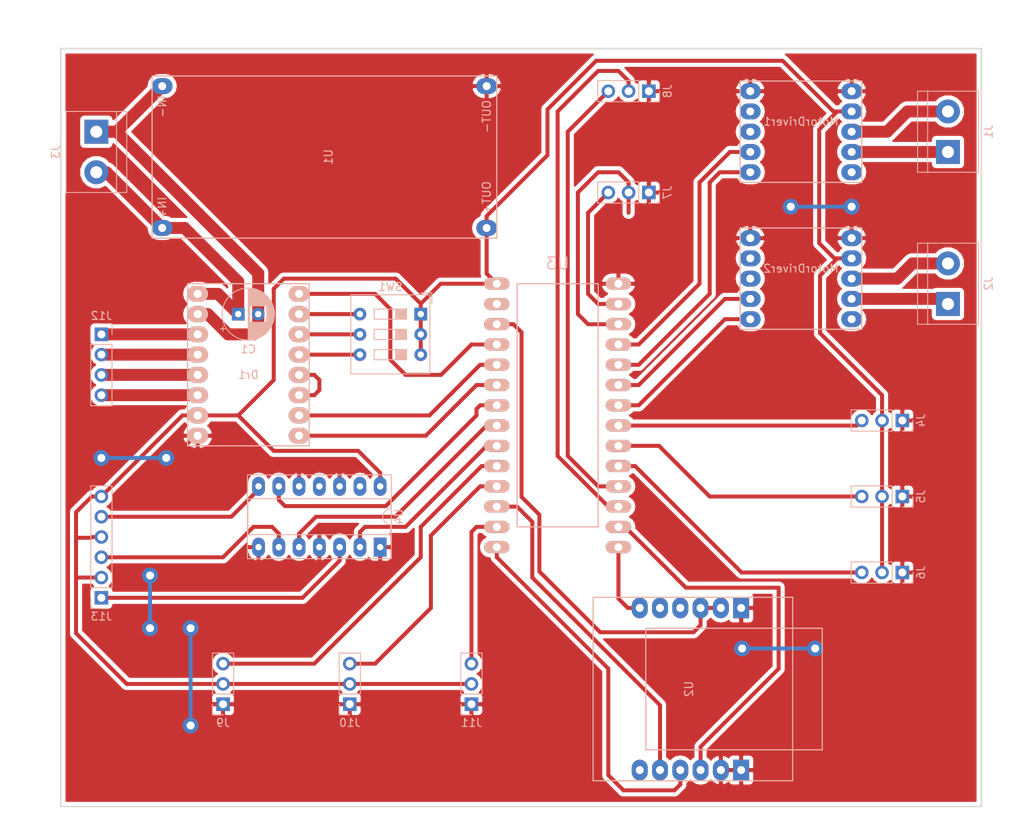
<source format=kicad_pcb>
(kicad_pcb (version 20171130) (host pcbnew 5.0.0+dfsg1-2)

  (general
    (thickness 1.6)
    (drawings 5)
    (tracks 251)
    (zones 0)
    (modules 22)
    (nets 45)
  )

  (page A4)
  (layers
    (0 F.Cu signal)
    (31 B.Cu signal)
    (32 B.Adhes user)
    (33 F.Adhes user)
    (34 B.Paste user)
    (35 F.Paste user)
    (36 B.SilkS user)
    (37 F.SilkS user)
    (38 B.Mask user)
    (39 F.Mask user)
    (40 Dwgs.User user)
    (41 Cmts.User user)
    (42 Eco1.User user)
    (43 Eco2.User user)
    (44 Edge.Cuts user)
    (45 Margin user)
    (46 B.CrtYd user)
    (47 F.CrtYd user)
    (48 B.Fab user)
    (49 F.Fab user)
  )

  (setup
    (last_trace_width 0.5)
    (trace_clearance 0.2)
    (zone_clearance 0.508)
    (zone_45_only no)
    (trace_min 0.2)
    (segment_width 0.2)
    (edge_width 0.15)
    (via_size 2)
    (via_drill 1)
    (via_min_size 0.4)
    (via_min_drill 0.3)
    (uvia_size 0.3)
    (uvia_drill 0.1)
    (uvias_allowed no)
    (uvia_min_size 0.2)
    (uvia_min_drill 0.1)
    (pcb_text_width 0.3)
    (pcb_text_size 1.5 1.5)
    (mod_edge_width 0.15)
    (mod_text_size 1 1)
    (mod_text_width 0.15)
    (pad_size 1.524 1.524)
    (pad_drill 0.762)
    (pad_to_mask_clearance 0.2)
    (aux_axis_origin 188.976 28.956)
    (grid_origin 188.976 28.956)
    (visible_elements FFFFFF7F)
    (pcbplotparams
      (layerselection 0x01000_7fffffff)
      (usegerberextensions false)
      (usegerberattributes false)
      (usegerberadvancedattributes false)
      (creategerberjobfile false)
      (excludeedgelayer true)
      (linewidth 0.100000)
      (plotframeref false)
      (viasonmask false)
      (mode 1)
      (useauxorigin true)
      (hpglpennumber 1)
      (hpglpenspeed 20)
      (hpglpendiameter 15.000000)
      (psnegative false)
      (psa4output false)
      (plotreference true)
      (plotvalue true)
      (plotinvisibletext false)
      (padsonsilk false)
      (subtractmaskfromsilk false)
      (outputformat 1)
      (mirror false)
      (drillshape 0)
      (scaleselection 1)
      (outputdirectory ""))
  )

  (net 0 "")
  (net 1 +36V)
  (net 2 GNDPWR)
  (net 3 "Net-(Dr1-Pad1)")
  (net 4 "Net-(Dr1-Pad2)")
  (net 5 "Net-(Dr1-Pad3)")
  (net 6 "Net-(Dr1-Pad4)")
  (net 7 "Net-(Dr1-Pad5)")
  (net 8 "Net-(Dr1-Pad7)")
  (net 9 "Net-(Dr1-Pad8)")
  (net 10 GND)
  (net 11 +5V)
  (net 12 "Net-(Dr1-Pad11)")
  (net 13 "Net-(Dr1-Pad12)")
  (net 14 "Net-(Dr1-Pad13)")
  (net 15 "Net-(Dr1-Pad14)")
  (net 16 "Net-(J1-Pad2)")
  (net 17 "Net-(J1-Pad1)")
  (net 18 "Net-(J2-Pad1)")
  (net 19 "Net-(J2-Pad2)")
  (net 20 "Net-(J4-Pad3)")
  (net 21 "Net-(J5-Pad3)")
  (net 22 "Net-(J6-Pad3)")
  (net 23 "Net-(J7-Pad3)")
  (net 24 "Net-(J7-Pad2)")
  (net 25 "Net-(J8-Pad2)")
  (net 26 "Net-(J8-Pad3)")
  (net 27 "Net-(J9-Pad3)")
  (net 28 "Net-(J10-Pad3)")
  (net 29 "Net-(J11-Pad3)")
  (net 30 "Net-(J13-Pad1)")
  (net 31 "Net-(J13-Pad3)")
  (net 32 "Net-(J13-Pad5)")
  (net 33 "Net-(MotorDriver1-Pad1)")
  (net 34 "Net-(MotorDriver1-Pad2)")
  (net 35 "Net-(MotorDriver2-Pad2)")
  (net 36 "Net-(MotorDriver2-Pad1)")
  (net 37 "Net-(U2-Pad4)")
  (net 38 "Net-(U2-Pad3)")
  (net 39 "Net-(U2-Pad2)")
  (net 40 +3V3)
  (net 41 "Net-(U2-Pad6)")
  (net 42 "Net-(U3-Pad18)")
  (net 43 "Net-(U3-Pad19)")
  (net 44 "Net-(U3-Pad20)")

  (net_class Default "Ceci est la Netclass par défaut."
    (clearance 0.2)
    (trace_width 0.5)
    (via_dia 2)
    (via_drill 1)
    (uvia_dia 0.3)
    (uvia_drill 0.1)
    (add_net +3V3)
    (add_net +5V)
    (add_net GND)
    (add_net "Net-(Dr1-Pad1)")
    (add_net "Net-(Dr1-Pad2)")
    (add_net "Net-(Dr1-Pad3)")
    (add_net "Net-(Dr1-Pad4)")
    (add_net "Net-(Dr1-Pad5)")
    (add_net "Net-(Dr1-Pad7)")
    (add_net "Net-(Dr1-Pad8)")
    (add_net "Net-(J10-Pad3)")
    (add_net "Net-(J11-Pad3)")
    (add_net "Net-(J13-Pad1)")
    (add_net "Net-(J13-Pad3)")
    (add_net "Net-(J13-Pad5)")
    (add_net "Net-(J4-Pad3)")
    (add_net "Net-(J5-Pad3)")
    (add_net "Net-(J6-Pad3)")
    (add_net "Net-(J7-Pad2)")
    (add_net "Net-(J7-Pad3)")
    (add_net "Net-(J8-Pad2)")
    (add_net "Net-(J8-Pad3)")
    (add_net "Net-(J9-Pad3)")
    (add_net "Net-(MotorDriver1-Pad1)")
    (add_net "Net-(MotorDriver1-Pad2)")
    (add_net "Net-(MotorDriver2-Pad1)")
    (add_net "Net-(MotorDriver2-Pad2)")
    (add_net "Net-(U2-Pad2)")
    (add_net "Net-(U2-Pad3)")
    (add_net "Net-(U2-Pad4)")
    (add_net "Net-(U2-Pad6)")
    (add_net "Net-(U3-Pad18)")
    (add_net "Net-(U3-Pad19)")
    (add_net "Net-(U3-Pad20)")
  )

  (net_class POWER ""
    (clearance 0.2)
    (trace_width 1.5)
    (via_dia 2)
    (via_drill 1)
    (uvia_dia 0.3)
    (uvia_drill 0.1)
    (add_net +36V)
    (add_net GNDPWR)
    (add_net "Net-(Dr1-Pad11)")
    (add_net "Net-(Dr1-Pad12)")
    (add_net "Net-(Dr1-Pad13)")
    (add_net "Net-(Dr1-Pad14)")
    (add_net "Net-(J1-Pad1)")
    (add_net "Net-(J1-Pad2)")
    (add_net "Net-(J2-Pad1)")
    (add_net "Net-(J2-Pad2)")
  )

  (module Capacitor_THT:CP_Radial_D6.3mm_P2.50mm (layer B.Cu) (tedit 5AE50EF0) (tstamp 5CEDCFE2)
    (at 95.885 62.23)
    (descr "CP, Radial series, Radial, pin pitch=2.50mm, , diameter=6.3mm, Electrolytic Capacitor")
    (tags "CP Radial series Radial pin pitch 2.50mm  diameter 6.3mm Electrolytic Capacitor")
    (path /5CEFEFB4)
    (fp_text reference C1 (at 1.25 4.4) (layer B.SilkS)
      (effects (font (size 1 1) (thickness 0.15)) (justify mirror))
    )
    (fp_text value 100uF (at 1.25 -4.4) (layer B.Fab)
      (effects (font (size 1 1) (thickness 0.15)) (justify mirror))
    )
    (fp_circle (center 1.25 0) (end 4.4 0) (layer B.Fab) (width 0.1))
    (fp_circle (center 1.25 0) (end 4.52 0) (layer B.SilkS) (width 0.12))
    (fp_circle (center 1.25 0) (end 4.65 0) (layer B.CrtYd) (width 0.05))
    (fp_line (start -1.443972 1.3735) (end -0.813972 1.3735) (layer B.Fab) (width 0.1))
    (fp_line (start -1.128972 1.6885) (end -1.128972 1.0585) (layer B.Fab) (width 0.1))
    (fp_line (start 1.25 3.23) (end 1.25 -3.23) (layer B.SilkS) (width 0.12))
    (fp_line (start 1.29 3.23) (end 1.29 -3.23) (layer B.SilkS) (width 0.12))
    (fp_line (start 1.33 3.23) (end 1.33 -3.23) (layer B.SilkS) (width 0.12))
    (fp_line (start 1.37 3.228) (end 1.37 -3.228) (layer B.SilkS) (width 0.12))
    (fp_line (start 1.41 3.227) (end 1.41 -3.227) (layer B.SilkS) (width 0.12))
    (fp_line (start 1.45 3.224) (end 1.45 -3.224) (layer B.SilkS) (width 0.12))
    (fp_line (start 1.49 3.222) (end 1.49 1.04) (layer B.SilkS) (width 0.12))
    (fp_line (start 1.49 -1.04) (end 1.49 -3.222) (layer B.SilkS) (width 0.12))
    (fp_line (start 1.53 3.218) (end 1.53 1.04) (layer B.SilkS) (width 0.12))
    (fp_line (start 1.53 -1.04) (end 1.53 -3.218) (layer B.SilkS) (width 0.12))
    (fp_line (start 1.57 3.215) (end 1.57 1.04) (layer B.SilkS) (width 0.12))
    (fp_line (start 1.57 -1.04) (end 1.57 -3.215) (layer B.SilkS) (width 0.12))
    (fp_line (start 1.61 3.211) (end 1.61 1.04) (layer B.SilkS) (width 0.12))
    (fp_line (start 1.61 -1.04) (end 1.61 -3.211) (layer B.SilkS) (width 0.12))
    (fp_line (start 1.65 3.206) (end 1.65 1.04) (layer B.SilkS) (width 0.12))
    (fp_line (start 1.65 -1.04) (end 1.65 -3.206) (layer B.SilkS) (width 0.12))
    (fp_line (start 1.69 3.201) (end 1.69 1.04) (layer B.SilkS) (width 0.12))
    (fp_line (start 1.69 -1.04) (end 1.69 -3.201) (layer B.SilkS) (width 0.12))
    (fp_line (start 1.73 3.195) (end 1.73 1.04) (layer B.SilkS) (width 0.12))
    (fp_line (start 1.73 -1.04) (end 1.73 -3.195) (layer B.SilkS) (width 0.12))
    (fp_line (start 1.77 3.189) (end 1.77 1.04) (layer B.SilkS) (width 0.12))
    (fp_line (start 1.77 -1.04) (end 1.77 -3.189) (layer B.SilkS) (width 0.12))
    (fp_line (start 1.81 3.182) (end 1.81 1.04) (layer B.SilkS) (width 0.12))
    (fp_line (start 1.81 -1.04) (end 1.81 -3.182) (layer B.SilkS) (width 0.12))
    (fp_line (start 1.85 3.175) (end 1.85 1.04) (layer B.SilkS) (width 0.12))
    (fp_line (start 1.85 -1.04) (end 1.85 -3.175) (layer B.SilkS) (width 0.12))
    (fp_line (start 1.89 3.167) (end 1.89 1.04) (layer B.SilkS) (width 0.12))
    (fp_line (start 1.89 -1.04) (end 1.89 -3.167) (layer B.SilkS) (width 0.12))
    (fp_line (start 1.93 3.159) (end 1.93 1.04) (layer B.SilkS) (width 0.12))
    (fp_line (start 1.93 -1.04) (end 1.93 -3.159) (layer B.SilkS) (width 0.12))
    (fp_line (start 1.971 3.15) (end 1.971 1.04) (layer B.SilkS) (width 0.12))
    (fp_line (start 1.971 -1.04) (end 1.971 -3.15) (layer B.SilkS) (width 0.12))
    (fp_line (start 2.011 3.141) (end 2.011 1.04) (layer B.SilkS) (width 0.12))
    (fp_line (start 2.011 -1.04) (end 2.011 -3.141) (layer B.SilkS) (width 0.12))
    (fp_line (start 2.051 3.131) (end 2.051 1.04) (layer B.SilkS) (width 0.12))
    (fp_line (start 2.051 -1.04) (end 2.051 -3.131) (layer B.SilkS) (width 0.12))
    (fp_line (start 2.091 3.121) (end 2.091 1.04) (layer B.SilkS) (width 0.12))
    (fp_line (start 2.091 -1.04) (end 2.091 -3.121) (layer B.SilkS) (width 0.12))
    (fp_line (start 2.131 3.11) (end 2.131 1.04) (layer B.SilkS) (width 0.12))
    (fp_line (start 2.131 -1.04) (end 2.131 -3.11) (layer B.SilkS) (width 0.12))
    (fp_line (start 2.171 3.098) (end 2.171 1.04) (layer B.SilkS) (width 0.12))
    (fp_line (start 2.171 -1.04) (end 2.171 -3.098) (layer B.SilkS) (width 0.12))
    (fp_line (start 2.211 3.086) (end 2.211 1.04) (layer B.SilkS) (width 0.12))
    (fp_line (start 2.211 -1.04) (end 2.211 -3.086) (layer B.SilkS) (width 0.12))
    (fp_line (start 2.251 3.074) (end 2.251 1.04) (layer B.SilkS) (width 0.12))
    (fp_line (start 2.251 -1.04) (end 2.251 -3.074) (layer B.SilkS) (width 0.12))
    (fp_line (start 2.291 3.061) (end 2.291 1.04) (layer B.SilkS) (width 0.12))
    (fp_line (start 2.291 -1.04) (end 2.291 -3.061) (layer B.SilkS) (width 0.12))
    (fp_line (start 2.331 3.047) (end 2.331 1.04) (layer B.SilkS) (width 0.12))
    (fp_line (start 2.331 -1.04) (end 2.331 -3.047) (layer B.SilkS) (width 0.12))
    (fp_line (start 2.371 3.033) (end 2.371 1.04) (layer B.SilkS) (width 0.12))
    (fp_line (start 2.371 -1.04) (end 2.371 -3.033) (layer B.SilkS) (width 0.12))
    (fp_line (start 2.411 3.018) (end 2.411 1.04) (layer B.SilkS) (width 0.12))
    (fp_line (start 2.411 -1.04) (end 2.411 -3.018) (layer B.SilkS) (width 0.12))
    (fp_line (start 2.451 3.002) (end 2.451 1.04) (layer B.SilkS) (width 0.12))
    (fp_line (start 2.451 -1.04) (end 2.451 -3.002) (layer B.SilkS) (width 0.12))
    (fp_line (start 2.491 2.986) (end 2.491 1.04) (layer B.SilkS) (width 0.12))
    (fp_line (start 2.491 -1.04) (end 2.491 -2.986) (layer B.SilkS) (width 0.12))
    (fp_line (start 2.531 2.97) (end 2.531 1.04) (layer B.SilkS) (width 0.12))
    (fp_line (start 2.531 -1.04) (end 2.531 -2.97) (layer B.SilkS) (width 0.12))
    (fp_line (start 2.571 2.952) (end 2.571 1.04) (layer B.SilkS) (width 0.12))
    (fp_line (start 2.571 -1.04) (end 2.571 -2.952) (layer B.SilkS) (width 0.12))
    (fp_line (start 2.611 2.934) (end 2.611 1.04) (layer B.SilkS) (width 0.12))
    (fp_line (start 2.611 -1.04) (end 2.611 -2.934) (layer B.SilkS) (width 0.12))
    (fp_line (start 2.651 2.916) (end 2.651 1.04) (layer B.SilkS) (width 0.12))
    (fp_line (start 2.651 -1.04) (end 2.651 -2.916) (layer B.SilkS) (width 0.12))
    (fp_line (start 2.691 2.896) (end 2.691 1.04) (layer B.SilkS) (width 0.12))
    (fp_line (start 2.691 -1.04) (end 2.691 -2.896) (layer B.SilkS) (width 0.12))
    (fp_line (start 2.731 2.876) (end 2.731 1.04) (layer B.SilkS) (width 0.12))
    (fp_line (start 2.731 -1.04) (end 2.731 -2.876) (layer B.SilkS) (width 0.12))
    (fp_line (start 2.771 2.856) (end 2.771 1.04) (layer B.SilkS) (width 0.12))
    (fp_line (start 2.771 -1.04) (end 2.771 -2.856) (layer B.SilkS) (width 0.12))
    (fp_line (start 2.811 2.834) (end 2.811 1.04) (layer B.SilkS) (width 0.12))
    (fp_line (start 2.811 -1.04) (end 2.811 -2.834) (layer B.SilkS) (width 0.12))
    (fp_line (start 2.851 2.812) (end 2.851 1.04) (layer B.SilkS) (width 0.12))
    (fp_line (start 2.851 -1.04) (end 2.851 -2.812) (layer B.SilkS) (width 0.12))
    (fp_line (start 2.891 2.79) (end 2.891 1.04) (layer B.SilkS) (width 0.12))
    (fp_line (start 2.891 -1.04) (end 2.891 -2.79) (layer B.SilkS) (width 0.12))
    (fp_line (start 2.931 2.766) (end 2.931 1.04) (layer B.SilkS) (width 0.12))
    (fp_line (start 2.931 -1.04) (end 2.931 -2.766) (layer B.SilkS) (width 0.12))
    (fp_line (start 2.971 2.742) (end 2.971 1.04) (layer B.SilkS) (width 0.12))
    (fp_line (start 2.971 -1.04) (end 2.971 -2.742) (layer B.SilkS) (width 0.12))
    (fp_line (start 3.011 2.716) (end 3.011 1.04) (layer B.SilkS) (width 0.12))
    (fp_line (start 3.011 -1.04) (end 3.011 -2.716) (layer B.SilkS) (width 0.12))
    (fp_line (start 3.051 2.69) (end 3.051 1.04) (layer B.SilkS) (width 0.12))
    (fp_line (start 3.051 -1.04) (end 3.051 -2.69) (layer B.SilkS) (width 0.12))
    (fp_line (start 3.091 2.664) (end 3.091 1.04) (layer B.SilkS) (width 0.12))
    (fp_line (start 3.091 -1.04) (end 3.091 -2.664) (layer B.SilkS) (width 0.12))
    (fp_line (start 3.131 2.636) (end 3.131 1.04) (layer B.SilkS) (width 0.12))
    (fp_line (start 3.131 -1.04) (end 3.131 -2.636) (layer B.SilkS) (width 0.12))
    (fp_line (start 3.171 2.607) (end 3.171 1.04) (layer B.SilkS) (width 0.12))
    (fp_line (start 3.171 -1.04) (end 3.171 -2.607) (layer B.SilkS) (width 0.12))
    (fp_line (start 3.211 2.578) (end 3.211 1.04) (layer B.SilkS) (width 0.12))
    (fp_line (start 3.211 -1.04) (end 3.211 -2.578) (layer B.SilkS) (width 0.12))
    (fp_line (start 3.251 2.548) (end 3.251 1.04) (layer B.SilkS) (width 0.12))
    (fp_line (start 3.251 -1.04) (end 3.251 -2.548) (layer B.SilkS) (width 0.12))
    (fp_line (start 3.291 2.516) (end 3.291 1.04) (layer B.SilkS) (width 0.12))
    (fp_line (start 3.291 -1.04) (end 3.291 -2.516) (layer B.SilkS) (width 0.12))
    (fp_line (start 3.331 2.484) (end 3.331 1.04) (layer B.SilkS) (width 0.12))
    (fp_line (start 3.331 -1.04) (end 3.331 -2.484) (layer B.SilkS) (width 0.12))
    (fp_line (start 3.371 2.45) (end 3.371 1.04) (layer B.SilkS) (width 0.12))
    (fp_line (start 3.371 -1.04) (end 3.371 -2.45) (layer B.SilkS) (width 0.12))
    (fp_line (start 3.411 2.416) (end 3.411 1.04) (layer B.SilkS) (width 0.12))
    (fp_line (start 3.411 -1.04) (end 3.411 -2.416) (layer B.SilkS) (width 0.12))
    (fp_line (start 3.451 2.38) (end 3.451 1.04) (layer B.SilkS) (width 0.12))
    (fp_line (start 3.451 -1.04) (end 3.451 -2.38) (layer B.SilkS) (width 0.12))
    (fp_line (start 3.491 2.343) (end 3.491 1.04) (layer B.SilkS) (width 0.12))
    (fp_line (start 3.491 -1.04) (end 3.491 -2.343) (layer B.SilkS) (width 0.12))
    (fp_line (start 3.531 2.305) (end 3.531 1.04) (layer B.SilkS) (width 0.12))
    (fp_line (start 3.531 -1.04) (end 3.531 -2.305) (layer B.SilkS) (width 0.12))
    (fp_line (start 3.571 2.265) (end 3.571 -2.265) (layer B.SilkS) (width 0.12))
    (fp_line (start 3.611 2.224) (end 3.611 -2.224) (layer B.SilkS) (width 0.12))
    (fp_line (start 3.651 2.182) (end 3.651 -2.182) (layer B.SilkS) (width 0.12))
    (fp_line (start 3.691 2.137) (end 3.691 -2.137) (layer B.SilkS) (width 0.12))
    (fp_line (start 3.731 2.092) (end 3.731 -2.092) (layer B.SilkS) (width 0.12))
    (fp_line (start 3.771 2.044) (end 3.771 -2.044) (layer B.SilkS) (width 0.12))
    (fp_line (start 3.811 1.995) (end 3.811 -1.995) (layer B.SilkS) (width 0.12))
    (fp_line (start 3.851 1.944) (end 3.851 -1.944) (layer B.SilkS) (width 0.12))
    (fp_line (start 3.891 1.89) (end 3.891 -1.89) (layer B.SilkS) (width 0.12))
    (fp_line (start 3.931 1.834) (end 3.931 -1.834) (layer B.SilkS) (width 0.12))
    (fp_line (start 3.971 1.776) (end 3.971 -1.776) (layer B.SilkS) (width 0.12))
    (fp_line (start 4.011 1.714) (end 4.011 -1.714) (layer B.SilkS) (width 0.12))
    (fp_line (start 4.051 1.65) (end 4.051 -1.65) (layer B.SilkS) (width 0.12))
    (fp_line (start 4.091 1.581) (end 4.091 -1.581) (layer B.SilkS) (width 0.12))
    (fp_line (start 4.131 1.509) (end 4.131 -1.509) (layer B.SilkS) (width 0.12))
    (fp_line (start 4.171 1.432) (end 4.171 -1.432) (layer B.SilkS) (width 0.12))
    (fp_line (start 4.211 1.35) (end 4.211 -1.35) (layer B.SilkS) (width 0.12))
    (fp_line (start 4.251 1.262) (end 4.251 -1.262) (layer B.SilkS) (width 0.12))
    (fp_line (start 4.291 1.165) (end 4.291 -1.165) (layer B.SilkS) (width 0.12))
    (fp_line (start 4.331 1.059) (end 4.331 -1.059) (layer B.SilkS) (width 0.12))
    (fp_line (start 4.371 0.94) (end 4.371 -0.94) (layer B.SilkS) (width 0.12))
    (fp_line (start 4.411 0.802) (end 4.411 -0.802) (layer B.SilkS) (width 0.12))
    (fp_line (start 4.451 0.633) (end 4.451 -0.633) (layer B.SilkS) (width 0.12))
    (fp_line (start 4.491 0.402) (end 4.491 -0.402) (layer B.SilkS) (width 0.12))
    (fp_line (start -2.250241 1.839) (end -1.620241 1.839) (layer B.SilkS) (width 0.12))
    (fp_line (start -1.935241 2.154) (end -1.935241 1.524) (layer B.SilkS) (width 0.12))
    (fp_text user %R (at 1.25 0) (layer B.Fab)
      (effects (font (size 1 1) (thickness 0.15)) (justify mirror))
    )
    (pad 1 thru_hole rect (at 0 0) (size 1.6 1.6) (drill 0.8) (layers *.Cu *.Mask)
      (net 1 +36V))
    (pad 2 thru_hole circle (at 2.5 0) (size 1.6 1.6) (drill 0.8) (layers *.Cu *.Mask)
      (net 2 GNDPWR))
    (model ${KISYS3DMOD}/Capacitor_THT.3dshapes/CP_Radial_D6.3mm_P2.50mm.wrl
      (at (xyz 0 0 0))
      (scale (xyz 1 1 1))
      (rotate (xyz 0 0 0))
    )
  )

  (module Lien:POL_A4988 (layer B.Cu) (tedit 5BFE9C97) (tstamp 5CEDCFFA)
    (at 97.155 68.58 180)
    (path /5CE1C2F5)
    (fp_text reference Dr1 (at 0 -1.27 180) (layer B.SilkS)
      (effects (font (size 1 1) (thickness 0.15)) (justify mirror))
    )
    (fp_text value POL_A4988 (at 0 1.27 180) (layer B.Fab)
      (effects (font (size 1 1) (thickness 0.15)) (justify mirror))
    )
    (fp_line (start 7.62 10.16) (end -7.62 10.16) (layer B.SilkS) (width 0.15))
    (fp_line (start -7.62 10.16) (end -7.62 -10.16) (layer B.SilkS) (width 0.15))
    (fp_line (start -7.62 -10.16) (end 7.62 -10.16) (layer B.SilkS) (width 0.15))
    (fp_line (start 7.62 -10.16) (end 7.62 10.16) (layer B.SilkS) (width 0.15))
    (pad 1 thru_hole oval (at -6.35 8.89 180) (size 2.6 2) (drill 1.02) (layers *.Cu *.Mask B.SilkS)
      (net 3 "Net-(Dr1-Pad1)"))
    (pad 2 thru_hole oval (at -6.35 6.35 180) (size 2.6 2) (drill 1.02) (layers *.Cu *.Mask B.SilkS)
      (net 4 "Net-(Dr1-Pad2)"))
    (pad 3 thru_hole oval (at -6.35 3.81 180) (size 2.6 2) (drill 1.02) (layers *.Cu *.Mask B.SilkS)
      (net 5 "Net-(Dr1-Pad3)"))
    (pad 4 thru_hole oval (at -6.35 1.27 180) (size 2.6 2) (drill 1.02) (layers *.Cu *.Mask B.SilkS)
      (net 6 "Net-(Dr1-Pad4)"))
    (pad 5 thru_hole oval (at -6.35 -1.27 180) (size 2.6 2) (drill 1.02) (layers *.Cu *.Mask B.SilkS)
      (net 7 "Net-(Dr1-Pad5)"))
    (pad 6 thru_hole oval (at -6.35 -3.81 180) (size 2.6 2) (drill 1.02) (layers *.Cu *.Mask B.SilkS)
      (net 7 "Net-(Dr1-Pad5)"))
    (pad 7 thru_hole oval (at -6.35 -6.35 180) (size 2.6 2) (drill 1.02) (layers *.Cu *.Mask B.SilkS)
      (net 8 "Net-(Dr1-Pad7)"))
    (pad 8 thru_hole oval (at -6.35 -8.89 180) (size 2.6 2) (drill 1.02) (layers *.Cu *.Mask B.SilkS)
      (net 9 "Net-(Dr1-Pad8)"))
    (pad 9 thru_hole oval (at 6.35 -8.89 180) (size 2.6 2) (drill 1.02) (layers *.Cu *.Mask B.SilkS)
      (net 10 GND))
    (pad 10 thru_hole oval (at 6.35 -6.35 180) (size 2.6 2) (drill 1.02) (layers *.Cu *.Mask B.SilkS)
      (net 11 +5V))
    (pad 11 thru_hole oval (at 6.35 -3.81 180) (size 2.6 2) (drill 1.02) (layers *.Cu *.Mask B.SilkS)
      (net 12 "Net-(Dr1-Pad11)"))
    (pad 12 thru_hole oval (at 6.35 -1.27 180) (size 2.6 2) (drill 1.02) (layers *.Cu *.Mask B.SilkS)
      (net 13 "Net-(Dr1-Pad12)"))
    (pad 13 thru_hole oval (at 6.35 1.27 180) (size 2.6 2) (drill 1.02) (layers *.Cu *.Mask B.SilkS)
      (net 14 "Net-(Dr1-Pad13)"))
    (pad 14 thru_hole oval (at 6.35 3.81 180) (size 2.6 2) (drill 1.02) (layers *.Cu *.Mask B.SilkS)
      (net 15 "Net-(Dr1-Pad14)"))
    (pad 15 thru_hole oval (at 6.35 6.35 180) (size 2.6 2) (drill 1.02) (layers *.Cu *.Mask B.SilkS)
      (net 2 GNDPWR))
    (pad 16 thru_hole oval (at 6.35 8.89 180) (size 2.6 2) (drill 1.02) (layers *.Cu *.Mask B.SilkS)
      (net 1 +36V))
  )

  (module TerminalBlock:TerminalBlock_bornier-2_P5.08mm (layer B.Cu) (tedit 59FF03AB) (tstamp 5CEDD00F)
    (at 184.785 41.91 90)
    (descr "simple 2-pin terminal block, pitch 5.08mm, revamped version of bornier2")
    (tags "terminal block bornier2")
    (path /5CE2895B)
    (fp_text reference J1 (at 2.54 5.08 90) (layer B.SilkS)
      (effects (font (size 1 1) (thickness 0.15)) (justify mirror))
    )
    (fp_text value Motor1 (at 2.54 -5.08 90) (layer B.Fab)
      (effects (font (size 1 1) (thickness 0.15)) (justify mirror))
    )
    (fp_line (start 7.79 -4) (end -2.71 -4) (layer B.CrtYd) (width 0.05))
    (fp_line (start 7.79 -4) (end 7.79 4) (layer B.CrtYd) (width 0.05))
    (fp_line (start -2.71 4) (end -2.71 -4) (layer B.CrtYd) (width 0.05))
    (fp_line (start -2.71 4) (end 7.79 4) (layer B.CrtYd) (width 0.05))
    (fp_line (start -2.54 -3.81) (end 7.62 -3.81) (layer B.SilkS) (width 0.12))
    (fp_line (start -2.54 3.81) (end -2.54 -3.81) (layer B.SilkS) (width 0.12))
    (fp_line (start 7.62 3.81) (end -2.54 3.81) (layer B.SilkS) (width 0.12))
    (fp_line (start 7.62 -3.81) (end 7.62 3.81) (layer B.SilkS) (width 0.12))
    (fp_line (start 7.62 -2.54) (end -2.54 -2.54) (layer B.SilkS) (width 0.12))
    (fp_line (start 7.54 3.75) (end -2.46 3.75) (layer B.Fab) (width 0.1))
    (fp_line (start 7.54 -3.75) (end 7.54 3.75) (layer B.Fab) (width 0.1))
    (fp_line (start -2.46 -3.75) (end 7.54 -3.75) (layer B.Fab) (width 0.1))
    (fp_line (start -2.46 3.75) (end -2.46 -3.75) (layer B.Fab) (width 0.1))
    (fp_line (start -2.41 -2.55) (end 7.49 -2.55) (layer B.Fab) (width 0.1))
    (fp_text user %R (at 2.54 0 90) (layer B.Fab)
      (effects (font (size 1 1) (thickness 0.15)) (justify mirror))
    )
    (pad 2 thru_hole circle (at 5.08 0 90) (size 3 3) (drill 1.52) (layers *.Cu *.Mask)
      (net 16 "Net-(J1-Pad2)"))
    (pad 1 thru_hole rect (at 0 0 90) (size 3 3) (drill 1.52) (layers *.Cu *.Mask)
      (net 17 "Net-(J1-Pad1)"))
    (model ${KISYS3DMOD}/TerminalBlock.3dshapes/TerminalBlock_bornier-2_P5.08mm.wrl
      (offset (xyz 2.539999961853027 0 0))
      (scale (xyz 1 1 1))
      (rotate (xyz 0 0 0))
    )
  )

  (module TerminalBlock:TerminalBlock_bornier-2_P5.08mm (layer B.Cu) (tedit 59FF03AB) (tstamp 5CEDD024)
    (at 184.785 60.96 90)
    (descr "simple 2-pin terminal block, pitch 5.08mm, revamped version of bornier2")
    (tags "terminal block bornier2")
    (path /5CE2C451)
    (fp_text reference J2 (at 2.54 5.08 90) (layer B.SilkS)
      (effects (font (size 1 1) (thickness 0.15)) (justify mirror))
    )
    (fp_text value Motor1 (at 2.54 -5.08 90) (layer B.Fab)
      (effects (font (size 1 1) (thickness 0.15)) (justify mirror))
    )
    (fp_text user %R (at 2.54 0 90) (layer B.Fab)
      (effects (font (size 1 1) (thickness 0.15)) (justify mirror))
    )
    (fp_line (start -2.41 -2.55) (end 7.49 -2.55) (layer B.Fab) (width 0.1))
    (fp_line (start -2.46 3.75) (end -2.46 -3.75) (layer B.Fab) (width 0.1))
    (fp_line (start -2.46 -3.75) (end 7.54 -3.75) (layer B.Fab) (width 0.1))
    (fp_line (start 7.54 -3.75) (end 7.54 3.75) (layer B.Fab) (width 0.1))
    (fp_line (start 7.54 3.75) (end -2.46 3.75) (layer B.Fab) (width 0.1))
    (fp_line (start 7.62 -2.54) (end -2.54 -2.54) (layer B.SilkS) (width 0.12))
    (fp_line (start 7.62 -3.81) (end 7.62 3.81) (layer B.SilkS) (width 0.12))
    (fp_line (start 7.62 3.81) (end -2.54 3.81) (layer B.SilkS) (width 0.12))
    (fp_line (start -2.54 3.81) (end -2.54 -3.81) (layer B.SilkS) (width 0.12))
    (fp_line (start -2.54 -3.81) (end 7.62 -3.81) (layer B.SilkS) (width 0.12))
    (fp_line (start -2.71 4) (end 7.79 4) (layer B.CrtYd) (width 0.05))
    (fp_line (start -2.71 4) (end -2.71 -4) (layer B.CrtYd) (width 0.05))
    (fp_line (start 7.79 -4) (end 7.79 4) (layer B.CrtYd) (width 0.05))
    (fp_line (start 7.79 -4) (end -2.71 -4) (layer B.CrtYd) (width 0.05))
    (pad 1 thru_hole rect (at 0 0 90) (size 3 3) (drill 1.52) (layers *.Cu *.Mask)
      (net 18 "Net-(J2-Pad1)"))
    (pad 2 thru_hole circle (at 5.08 0 90) (size 3 3) (drill 1.52) (layers *.Cu *.Mask)
      (net 19 "Net-(J2-Pad2)"))
    (model ${KISYS3DMOD}/TerminalBlock.3dshapes/TerminalBlock_bornier-2_P5.08mm.wrl
      (offset (xyz 2.539999961853027 0 0))
      (scale (xyz 1 1 1))
      (rotate (xyz 0 0 0))
    )
  )

  (module TerminalBlock:TerminalBlock_bornier-2_P5.08mm (layer B.Cu) (tedit 59FF03AB) (tstamp 5CEDD039)
    (at 78.105 39.37 270)
    (descr "simple 2-pin terminal block, pitch 5.08mm, revamped version of bornier2")
    (tags "terminal block bornier2")
    (path /5CE1C5A7)
    (fp_text reference J3 (at 2.54 5.08 270) (layer B.SilkS)
      (effects (font (size 1 1) (thickness 0.15)) (justify mirror))
    )
    (fp_text value POWER_IN (at 2.54 -5.08 270) (layer B.Fab)
      (effects (font (size 1 1) (thickness 0.15)) (justify mirror))
    )
    (fp_text user %R (at 2.54 0 270) (layer B.Fab)
      (effects (font (size 1 1) (thickness 0.15)) (justify mirror))
    )
    (fp_line (start -2.41 -2.55) (end 7.49 -2.55) (layer B.Fab) (width 0.1))
    (fp_line (start -2.46 3.75) (end -2.46 -3.75) (layer B.Fab) (width 0.1))
    (fp_line (start -2.46 -3.75) (end 7.54 -3.75) (layer B.Fab) (width 0.1))
    (fp_line (start 7.54 -3.75) (end 7.54 3.75) (layer B.Fab) (width 0.1))
    (fp_line (start 7.54 3.75) (end -2.46 3.75) (layer B.Fab) (width 0.1))
    (fp_line (start 7.62 -2.54) (end -2.54 -2.54) (layer B.SilkS) (width 0.12))
    (fp_line (start 7.62 -3.81) (end 7.62 3.81) (layer B.SilkS) (width 0.12))
    (fp_line (start 7.62 3.81) (end -2.54 3.81) (layer B.SilkS) (width 0.12))
    (fp_line (start -2.54 3.81) (end -2.54 -3.81) (layer B.SilkS) (width 0.12))
    (fp_line (start -2.54 -3.81) (end 7.62 -3.81) (layer B.SilkS) (width 0.12))
    (fp_line (start -2.71 4) (end 7.79 4) (layer B.CrtYd) (width 0.05))
    (fp_line (start -2.71 4) (end -2.71 -4) (layer B.CrtYd) (width 0.05))
    (fp_line (start 7.79 -4) (end 7.79 4) (layer B.CrtYd) (width 0.05))
    (fp_line (start 7.79 -4) (end -2.71 -4) (layer B.CrtYd) (width 0.05))
    (pad 1 thru_hole rect (at 0 0 270) (size 3 3) (drill 1.52) (layers *.Cu *.Mask)
      (net 2 GNDPWR))
    (pad 2 thru_hole circle (at 5.08 0 270) (size 3 3) (drill 1.52) (layers *.Cu *.Mask)
      (net 1 +36V))
    (model ${KISYS3DMOD}/TerminalBlock.3dshapes/TerminalBlock_bornier-2_P5.08mm.wrl
      (offset (xyz 2.539999961853027 0 0))
      (scale (xyz 1 1 1))
      (rotate (xyz 0 0 0))
    )
  )

  (module Connector_PinHeader_2.54mm:PinHeader_1x03_P2.54mm_Vertical (layer B.Cu) (tedit 59FED5CC) (tstamp 5CEDF10C)
    (at 179.07 75.565 90)
    (descr "Through hole straight pin header, 1x03, 2.54mm pitch, single row")
    (tags "Through hole pin header THT 1x03 2.54mm single row")
    (path /5CE3D769)
    (fp_text reference J4 (at 0 2.33 90) (layer B.SilkS)
      (effects (font (size 1 1) (thickness 0.15)) (justify mirror))
    )
    (fp_text value IO1 (at 0 -7.41 90) (layer B.Fab)
      (effects (font (size 1 1) (thickness 0.15)) (justify mirror))
    )
    (fp_text user %R (at 0 -2.54) (layer B.Fab)
      (effects (font (size 1 1) (thickness 0.15)) (justify mirror))
    )
    (fp_line (start 1.8 1.8) (end -1.8 1.8) (layer B.CrtYd) (width 0.05))
    (fp_line (start 1.8 -6.85) (end 1.8 1.8) (layer B.CrtYd) (width 0.05))
    (fp_line (start -1.8 -6.85) (end 1.8 -6.85) (layer B.CrtYd) (width 0.05))
    (fp_line (start -1.8 1.8) (end -1.8 -6.85) (layer B.CrtYd) (width 0.05))
    (fp_line (start -1.33 1.33) (end 0 1.33) (layer B.SilkS) (width 0.12))
    (fp_line (start -1.33 0) (end -1.33 1.33) (layer B.SilkS) (width 0.12))
    (fp_line (start -1.33 -1.27) (end 1.33 -1.27) (layer B.SilkS) (width 0.12))
    (fp_line (start 1.33 -1.27) (end 1.33 -6.41) (layer B.SilkS) (width 0.12))
    (fp_line (start -1.33 -1.27) (end -1.33 -6.41) (layer B.SilkS) (width 0.12))
    (fp_line (start -1.33 -6.41) (end 1.33 -6.41) (layer B.SilkS) (width 0.12))
    (fp_line (start -1.27 0.635) (end -0.635 1.27) (layer B.Fab) (width 0.1))
    (fp_line (start -1.27 -6.35) (end -1.27 0.635) (layer B.Fab) (width 0.1))
    (fp_line (start 1.27 -6.35) (end -1.27 -6.35) (layer B.Fab) (width 0.1))
    (fp_line (start 1.27 1.27) (end 1.27 -6.35) (layer B.Fab) (width 0.1))
    (fp_line (start -0.635 1.27) (end 1.27 1.27) (layer B.Fab) (width 0.1))
    (pad 3 thru_hole oval (at 0 -5.08 90) (size 1.7 1.7) (drill 1) (layers *.Cu *.Mask)
      (net 20 "Net-(J4-Pad3)"))
    (pad 2 thru_hole oval (at 0 -2.54 90) (size 1.7 1.7) (drill 1) (layers *.Cu *.Mask)
      (net 11 +5V))
    (pad 1 thru_hole rect (at 0 0 90) (size 1.7 1.7) (drill 1) (layers *.Cu *.Mask)
      (net 10 GND))
    (model ${KISYS3DMOD}/Connector_PinHeader_2.54mm.3dshapes/PinHeader_1x03_P2.54mm_Vertical.wrl
      (at (xyz 0 0 0))
      (scale (xyz 1 1 1))
      (rotate (xyz 0 0 0))
    )
  )

  (module Connector_PinHeader_2.54mm:PinHeader_1x03_P2.54mm_Vertical (layer B.Cu) (tedit 59FED5CC) (tstamp 5CEDF0CA)
    (at 179.07 85.09 90)
    (descr "Through hole straight pin header, 1x03, 2.54mm pitch, single row")
    (tags "Through hole pin header THT 1x03 2.54mm single row")
    (path /5CE455D4)
    (fp_text reference J5 (at 0 2.33 90) (layer B.SilkS)
      (effects (font (size 1 1) (thickness 0.15)) (justify mirror))
    )
    (fp_text value IO1 (at 0 -7.41 90) (layer B.Fab)
      (effects (font (size 1 1) (thickness 0.15)) (justify mirror))
    )
    (fp_line (start -0.635 1.27) (end 1.27 1.27) (layer B.Fab) (width 0.1))
    (fp_line (start 1.27 1.27) (end 1.27 -6.35) (layer B.Fab) (width 0.1))
    (fp_line (start 1.27 -6.35) (end -1.27 -6.35) (layer B.Fab) (width 0.1))
    (fp_line (start -1.27 -6.35) (end -1.27 0.635) (layer B.Fab) (width 0.1))
    (fp_line (start -1.27 0.635) (end -0.635 1.27) (layer B.Fab) (width 0.1))
    (fp_line (start -1.33 -6.41) (end 1.33 -6.41) (layer B.SilkS) (width 0.12))
    (fp_line (start -1.33 -1.27) (end -1.33 -6.41) (layer B.SilkS) (width 0.12))
    (fp_line (start 1.33 -1.27) (end 1.33 -6.41) (layer B.SilkS) (width 0.12))
    (fp_line (start -1.33 -1.27) (end 1.33 -1.27) (layer B.SilkS) (width 0.12))
    (fp_line (start -1.33 0) (end -1.33 1.33) (layer B.SilkS) (width 0.12))
    (fp_line (start -1.33 1.33) (end 0 1.33) (layer B.SilkS) (width 0.12))
    (fp_line (start -1.8 1.8) (end -1.8 -6.85) (layer B.CrtYd) (width 0.05))
    (fp_line (start -1.8 -6.85) (end 1.8 -6.85) (layer B.CrtYd) (width 0.05))
    (fp_line (start 1.8 -6.85) (end 1.8 1.8) (layer B.CrtYd) (width 0.05))
    (fp_line (start 1.8 1.8) (end -1.8 1.8) (layer B.CrtYd) (width 0.05))
    (fp_text user %R (at 0 -2.54) (layer B.Fab)
      (effects (font (size 1 1) (thickness 0.15)) (justify mirror))
    )
    (pad 1 thru_hole rect (at 0 0 90) (size 1.7 1.7) (drill 1) (layers *.Cu *.Mask)
      (net 10 GND))
    (pad 2 thru_hole oval (at 0 -2.54 90) (size 1.7 1.7) (drill 1) (layers *.Cu *.Mask)
      (net 11 +5V))
    (pad 3 thru_hole oval (at 0 -5.08 90) (size 1.7 1.7) (drill 1) (layers *.Cu *.Mask)
      (net 21 "Net-(J5-Pad3)"))
    (model ${KISYS3DMOD}/Connector_PinHeader_2.54mm.3dshapes/PinHeader_1x03_P2.54mm_Vertical.wrl
      (at (xyz 0 0 0))
      (scale (xyz 1 1 1))
      (rotate (xyz 0 0 0))
    )
  )

  (module Connector_PinHeader_2.54mm:PinHeader_1x03_P2.54mm_Vertical (layer B.Cu) (tedit 59FED5CC) (tstamp 5CEDF088)
    (at 179.07 94.615 90)
    (descr "Through hole straight pin header, 1x03, 2.54mm pitch, single row")
    (tags "Through hole pin header THT 1x03 2.54mm single row")
    (path /5CE4717A)
    (fp_text reference J6 (at 0 2.33 90) (layer B.SilkS)
      (effects (font (size 1 1) (thickness 0.15)) (justify mirror))
    )
    (fp_text value IO1 (at 0 -7.41 90) (layer B.Fab)
      (effects (font (size 1 1) (thickness 0.15)) (justify mirror))
    )
    (fp_text user %R (at 0 -2.54) (layer B.Fab)
      (effects (font (size 1 1) (thickness 0.15)) (justify mirror))
    )
    (fp_line (start 1.8 1.8) (end -1.8 1.8) (layer B.CrtYd) (width 0.05))
    (fp_line (start 1.8 -6.85) (end 1.8 1.8) (layer B.CrtYd) (width 0.05))
    (fp_line (start -1.8 -6.85) (end 1.8 -6.85) (layer B.CrtYd) (width 0.05))
    (fp_line (start -1.8 1.8) (end -1.8 -6.85) (layer B.CrtYd) (width 0.05))
    (fp_line (start -1.33 1.33) (end 0 1.33) (layer B.SilkS) (width 0.12))
    (fp_line (start -1.33 0) (end -1.33 1.33) (layer B.SilkS) (width 0.12))
    (fp_line (start -1.33 -1.27) (end 1.33 -1.27) (layer B.SilkS) (width 0.12))
    (fp_line (start 1.33 -1.27) (end 1.33 -6.41) (layer B.SilkS) (width 0.12))
    (fp_line (start -1.33 -1.27) (end -1.33 -6.41) (layer B.SilkS) (width 0.12))
    (fp_line (start -1.33 -6.41) (end 1.33 -6.41) (layer B.SilkS) (width 0.12))
    (fp_line (start -1.27 0.635) (end -0.635 1.27) (layer B.Fab) (width 0.1))
    (fp_line (start -1.27 -6.35) (end -1.27 0.635) (layer B.Fab) (width 0.1))
    (fp_line (start 1.27 -6.35) (end -1.27 -6.35) (layer B.Fab) (width 0.1))
    (fp_line (start 1.27 1.27) (end 1.27 -6.35) (layer B.Fab) (width 0.1))
    (fp_line (start -0.635 1.27) (end 1.27 1.27) (layer B.Fab) (width 0.1))
    (pad 3 thru_hole oval (at 0 -5.08 90) (size 1.7 1.7) (drill 1) (layers *.Cu *.Mask)
      (net 22 "Net-(J6-Pad3)"))
    (pad 2 thru_hole oval (at 0 -2.54 90) (size 1.7 1.7) (drill 1) (layers *.Cu *.Mask)
      (net 11 +5V))
    (pad 1 thru_hole rect (at 0 0 90) (size 1.7 1.7) (drill 1) (layers *.Cu *.Mask)
      (net 10 GND))
    (model ${KISYS3DMOD}/Connector_PinHeader_2.54mm.3dshapes/PinHeader_1x03_P2.54mm_Vertical.wrl
      (at (xyz 0 0 0))
      (scale (xyz 1 1 1))
      (rotate (xyz 0 0 0))
    )
  )

  (module Connector_PinHeader_2.54mm:PinHeader_1x03_P2.54mm_Vertical (layer B.Cu) (tedit 59FED5CC) (tstamp 5CEDD095)
    (at 147.32 46.99 90)
    (descr "Through hole straight pin header, 1x03, 2.54mm pitch, single row")
    (tags "Through hole pin header THT 1x03 2.54mm single row")
    (path /5CE1E555)
    (fp_text reference J7 (at 0 2.33 90) (layer B.SilkS)
      (effects (font (size 1 1) (thickness 0.15)) (justify mirror))
    )
    (fp_text value SERIAL1 (at 0 -7.41 90) (layer B.Fab)
      (effects (font (size 1 1) (thickness 0.15)) (justify mirror))
    )
    (fp_text user %R (at 0 -2.54) (layer B.Fab)
      (effects (font (size 1 1) (thickness 0.15)) (justify mirror))
    )
    (fp_line (start 1.8 1.8) (end -1.8 1.8) (layer B.CrtYd) (width 0.05))
    (fp_line (start 1.8 -6.85) (end 1.8 1.8) (layer B.CrtYd) (width 0.05))
    (fp_line (start -1.8 -6.85) (end 1.8 -6.85) (layer B.CrtYd) (width 0.05))
    (fp_line (start -1.8 1.8) (end -1.8 -6.85) (layer B.CrtYd) (width 0.05))
    (fp_line (start -1.33 1.33) (end 0 1.33) (layer B.SilkS) (width 0.12))
    (fp_line (start -1.33 0) (end -1.33 1.33) (layer B.SilkS) (width 0.12))
    (fp_line (start -1.33 -1.27) (end 1.33 -1.27) (layer B.SilkS) (width 0.12))
    (fp_line (start 1.33 -1.27) (end 1.33 -6.41) (layer B.SilkS) (width 0.12))
    (fp_line (start -1.33 -1.27) (end -1.33 -6.41) (layer B.SilkS) (width 0.12))
    (fp_line (start -1.33 -6.41) (end 1.33 -6.41) (layer B.SilkS) (width 0.12))
    (fp_line (start -1.27 0.635) (end -0.635 1.27) (layer B.Fab) (width 0.1))
    (fp_line (start -1.27 -6.35) (end -1.27 0.635) (layer B.Fab) (width 0.1))
    (fp_line (start 1.27 -6.35) (end -1.27 -6.35) (layer B.Fab) (width 0.1))
    (fp_line (start 1.27 1.27) (end 1.27 -6.35) (layer B.Fab) (width 0.1))
    (fp_line (start -0.635 1.27) (end 1.27 1.27) (layer B.Fab) (width 0.1))
    (pad 3 thru_hole oval (at 0 -5.08 90) (size 1.7 1.7) (drill 1) (layers *.Cu *.Mask)
      (net 23 "Net-(J7-Pad3)"))
    (pad 2 thru_hole oval (at 0 -2.54 90) (size 1.7 1.7) (drill 1) (layers *.Cu *.Mask)
      (net 24 "Net-(J7-Pad2)"))
    (pad 1 thru_hole rect (at 0 0 90) (size 1.7 1.7) (drill 1) (layers *.Cu *.Mask)
      (net 10 GND))
    (model ${KISYS3DMOD}/Connector_PinHeader_2.54mm.3dshapes/PinHeader_1x03_P2.54mm_Vertical.wrl
      (at (xyz 0 0 0))
      (scale (xyz 1 1 1))
      (rotate (xyz 0 0 0))
    )
  )

  (module Connector_PinHeader_2.54mm:PinHeader_1x03_P2.54mm_Vertical (layer B.Cu) (tedit 59FED5CC) (tstamp 5CEDD0AC)
    (at 147.32 34.29 90)
    (descr "Through hole straight pin header, 1x03, 2.54mm pitch, single row")
    (tags "Through hole pin header THT 1x03 2.54mm single row")
    (path /5CE1E639)
    (fp_text reference J8 (at 0 2.33 90) (layer B.SilkS)
      (effects (font (size 1 1) (thickness 0.15)) (justify mirror))
    )
    (fp_text value SERIAL2 (at 0 -7.41 90) (layer B.Fab)
      (effects (font (size 1 1) (thickness 0.15)) (justify mirror))
    )
    (fp_line (start -0.635 1.27) (end 1.27 1.27) (layer B.Fab) (width 0.1))
    (fp_line (start 1.27 1.27) (end 1.27 -6.35) (layer B.Fab) (width 0.1))
    (fp_line (start 1.27 -6.35) (end -1.27 -6.35) (layer B.Fab) (width 0.1))
    (fp_line (start -1.27 -6.35) (end -1.27 0.635) (layer B.Fab) (width 0.1))
    (fp_line (start -1.27 0.635) (end -0.635 1.27) (layer B.Fab) (width 0.1))
    (fp_line (start -1.33 -6.41) (end 1.33 -6.41) (layer B.SilkS) (width 0.12))
    (fp_line (start -1.33 -1.27) (end -1.33 -6.41) (layer B.SilkS) (width 0.12))
    (fp_line (start 1.33 -1.27) (end 1.33 -6.41) (layer B.SilkS) (width 0.12))
    (fp_line (start -1.33 -1.27) (end 1.33 -1.27) (layer B.SilkS) (width 0.12))
    (fp_line (start -1.33 0) (end -1.33 1.33) (layer B.SilkS) (width 0.12))
    (fp_line (start -1.33 1.33) (end 0 1.33) (layer B.SilkS) (width 0.12))
    (fp_line (start -1.8 1.8) (end -1.8 -6.85) (layer B.CrtYd) (width 0.05))
    (fp_line (start -1.8 -6.85) (end 1.8 -6.85) (layer B.CrtYd) (width 0.05))
    (fp_line (start 1.8 -6.85) (end 1.8 1.8) (layer B.CrtYd) (width 0.05))
    (fp_line (start 1.8 1.8) (end -1.8 1.8) (layer B.CrtYd) (width 0.05))
    (fp_text user %R (at 0 -2.54) (layer B.Fab)
      (effects (font (size 1 1) (thickness 0.15)) (justify mirror))
    )
    (pad 1 thru_hole rect (at 0 0 90) (size 1.7 1.7) (drill 1) (layers *.Cu *.Mask)
      (net 10 GND))
    (pad 2 thru_hole oval (at 0 -2.54 90) (size 1.7 1.7) (drill 1) (layers *.Cu *.Mask)
      (net 25 "Net-(J8-Pad2)"))
    (pad 3 thru_hole oval (at 0 -5.08 90) (size 1.7 1.7) (drill 1) (layers *.Cu *.Mask)
      (net 26 "Net-(J8-Pad3)"))
    (model ${KISYS3DMOD}/Connector_PinHeader_2.54mm.3dshapes/PinHeader_1x03_P2.54mm_Vertical.wrl
      (at (xyz 0 0 0))
      (scale (xyz 1 1 1))
      (rotate (xyz 0 0 0))
    )
  )

  (module Connector_PinHeader_2.54mm:PinHeader_1x03_P2.54mm_Vertical (layer B.Cu) (tedit 59FED5CC) (tstamp 5CEDD0C3)
    (at 93.98 111.125)
    (descr "Through hole straight pin header, 1x03, 2.54mm pitch, single row")
    (tags "Through hole pin header THT 1x03 2.54mm single row")
    (path /5CF36BF7)
    (fp_text reference J9 (at 0 2.33) (layer B.SilkS)
      (effects (font (size 1 1) (thickness 0.15)) (justify mirror))
    )
    (fp_text value IO1 (at 0 -7.41) (layer B.Fab)
      (effects (font (size 1 1) (thickness 0.15)) (justify mirror))
    )
    (fp_line (start -0.635 1.27) (end 1.27 1.27) (layer B.Fab) (width 0.1))
    (fp_line (start 1.27 1.27) (end 1.27 -6.35) (layer B.Fab) (width 0.1))
    (fp_line (start 1.27 -6.35) (end -1.27 -6.35) (layer B.Fab) (width 0.1))
    (fp_line (start -1.27 -6.35) (end -1.27 0.635) (layer B.Fab) (width 0.1))
    (fp_line (start -1.27 0.635) (end -0.635 1.27) (layer B.Fab) (width 0.1))
    (fp_line (start -1.33 -6.41) (end 1.33 -6.41) (layer B.SilkS) (width 0.12))
    (fp_line (start -1.33 -1.27) (end -1.33 -6.41) (layer B.SilkS) (width 0.12))
    (fp_line (start 1.33 -1.27) (end 1.33 -6.41) (layer B.SilkS) (width 0.12))
    (fp_line (start -1.33 -1.27) (end 1.33 -1.27) (layer B.SilkS) (width 0.12))
    (fp_line (start -1.33 0) (end -1.33 1.33) (layer B.SilkS) (width 0.12))
    (fp_line (start -1.33 1.33) (end 0 1.33) (layer B.SilkS) (width 0.12))
    (fp_line (start -1.8 1.8) (end -1.8 -6.85) (layer B.CrtYd) (width 0.05))
    (fp_line (start -1.8 -6.85) (end 1.8 -6.85) (layer B.CrtYd) (width 0.05))
    (fp_line (start 1.8 -6.85) (end 1.8 1.8) (layer B.CrtYd) (width 0.05))
    (fp_line (start 1.8 1.8) (end -1.8 1.8) (layer B.CrtYd) (width 0.05))
    (fp_text user %R (at 0 -2.54 -90) (layer B.Fab)
      (effects (font (size 1 1) (thickness 0.15)) (justify mirror))
    )
    (pad 1 thru_hole rect (at 0 0) (size 1.7 1.7) (drill 1) (layers *.Cu *.Mask)
      (net 10 GND))
    (pad 2 thru_hole oval (at 0 -2.54) (size 1.7 1.7) (drill 1) (layers *.Cu *.Mask)
      (net 11 +5V))
    (pad 3 thru_hole oval (at 0 -5.08) (size 1.7 1.7) (drill 1) (layers *.Cu *.Mask)
      (net 27 "Net-(J9-Pad3)"))
    (model ${KISYS3DMOD}/Connector_PinHeader_2.54mm.3dshapes/PinHeader_1x03_P2.54mm_Vertical.wrl
      (at (xyz 0 0 0))
      (scale (xyz 1 1 1))
      (rotate (xyz 0 0 0))
    )
  )

  (module Connector_PinHeader_2.54mm:PinHeader_1x03_P2.54mm_Vertical (layer B.Cu) (tedit 59FED5CC) (tstamp 5CEDD0DA)
    (at 109.855 111.125)
    (descr "Through hole straight pin header, 1x03, 2.54mm pitch, single row")
    (tags "Through hole pin header THT 1x03 2.54mm single row")
    (path /5CF36BE2)
    (fp_text reference J10 (at 0 2.33) (layer B.SilkS)
      (effects (font (size 1 1) (thickness 0.15)) (justify mirror))
    )
    (fp_text value IO1 (at 0 -7.41) (layer B.Fab)
      (effects (font (size 1 1) (thickness 0.15)) (justify mirror))
    )
    (fp_text user %R (at 0 -2.54 -90) (layer B.Fab)
      (effects (font (size 1 1) (thickness 0.15)) (justify mirror))
    )
    (fp_line (start 1.8 1.8) (end -1.8 1.8) (layer B.CrtYd) (width 0.05))
    (fp_line (start 1.8 -6.85) (end 1.8 1.8) (layer B.CrtYd) (width 0.05))
    (fp_line (start -1.8 -6.85) (end 1.8 -6.85) (layer B.CrtYd) (width 0.05))
    (fp_line (start -1.8 1.8) (end -1.8 -6.85) (layer B.CrtYd) (width 0.05))
    (fp_line (start -1.33 1.33) (end 0 1.33) (layer B.SilkS) (width 0.12))
    (fp_line (start -1.33 0) (end -1.33 1.33) (layer B.SilkS) (width 0.12))
    (fp_line (start -1.33 -1.27) (end 1.33 -1.27) (layer B.SilkS) (width 0.12))
    (fp_line (start 1.33 -1.27) (end 1.33 -6.41) (layer B.SilkS) (width 0.12))
    (fp_line (start -1.33 -1.27) (end -1.33 -6.41) (layer B.SilkS) (width 0.12))
    (fp_line (start -1.33 -6.41) (end 1.33 -6.41) (layer B.SilkS) (width 0.12))
    (fp_line (start -1.27 0.635) (end -0.635 1.27) (layer B.Fab) (width 0.1))
    (fp_line (start -1.27 -6.35) (end -1.27 0.635) (layer B.Fab) (width 0.1))
    (fp_line (start 1.27 -6.35) (end -1.27 -6.35) (layer B.Fab) (width 0.1))
    (fp_line (start 1.27 1.27) (end 1.27 -6.35) (layer B.Fab) (width 0.1))
    (fp_line (start -0.635 1.27) (end 1.27 1.27) (layer B.Fab) (width 0.1))
    (pad 3 thru_hole oval (at 0 -5.08) (size 1.7 1.7) (drill 1) (layers *.Cu *.Mask)
      (net 28 "Net-(J10-Pad3)"))
    (pad 2 thru_hole oval (at 0 -2.54) (size 1.7 1.7) (drill 1) (layers *.Cu *.Mask)
      (net 11 +5V))
    (pad 1 thru_hole rect (at 0 0) (size 1.7 1.7) (drill 1) (layers *.Cu *.Mask)
      (net 10 GND))
    (model ${KISYS3DMOD}/Connector_PinHeader_2.54mm.3dshapes/PinHeader_1x03_P2.54mm_Vertical.wrl
      (at (xyz 0 0 0))
      (scale (xyz 1 1 1))
      (rotate (xyz 0 0 0))
    )
  )

  (module Connector_PinHeader_2.54mm:PinHeader_1x03_P2.54mm_Vertical (layer B.Cu) (tedit 59FED5CC) (tstamp 5CEDDF5A)
    (at 125.095 111.125)
    (descr "Through hole straight pin header, 1x03, 2.54mm pitch, single row")
    (tags "Through hole pin header THT 1x03 2.54mm single row")
    (path /5CF36BCE)
    (fp_text reference J11 (at 0 2.33) (layer B.SilkS)
      (effects (font (size 1 1) (thickness 0.15)) (justify mirror))
    )
    (fp_text value IO1 (at 0 -7.41) (layer B.Fab)
      (effects (font (size 1 1) (thickness 0.15)) (justify mirror))
    )
    (fp_line (start -0.635 1.27) (end 1.27 1.27) (layer B.Fab) (width 0.1))
    (fp_line (start 1.27 1.27) (end 1.27 -6.35) (layer B.Fab) (width 0.1))
    (fp_line (start 1.27 -6.35) (end -1.27 -6.35) (layer B.Fab) (width 0.1))
    (fp_line (start -1.27 -6.35) (end -1.27 0.635) (layer B.Fab) (width 0.1))
    (fp_line (start -1.27 0.635) (end -0.635 1.27) (layer B.Fab) (width 0.1))
    (fp_line (start -1.33 -6.41) (end 1.33 -6.41) (layer B.SilkS) (width 0.12))
    (fp_line (start -1.33 -1.27) (end -1.33 -6.41) (layer B.SilkS) (width 0.12))
    (fp_line (start 1.33 -1.27) (end 1.33 -6.41) (layer B.SilkS) (width 0.12))
    (fp_line (start -1.33 -1.27) (end 1.33 -1.27) (layer B.SilkS) (width 0.12))
    (fp_line (start -1.33 0) (end -1.33 1.33) (layer B.SilkS) (width 0.12))
    (fp_line (start -1.33 1.33) (end 0 1.33) (layer B.SilkS) (width 0.12))
    (fp_line (start -1.8 1.8) (end -1.8 -6.85) (layer B.CrtYd) (width 0.05))
    (fp_line (start -1.8 -6.85) (end 1.8 -6.85) (layer B.CrtYd) (width 0.05))
    (fp_line (start 1.8 -6.85) (end 1.8 1.8) (layer B.CrtYd) (width 0.05))
    (fp_line (start 1.8 1.8) (end -1.8 1.8) (layer B.CrtYd) (width 0.05))
    (fp_text user %R (at 0 -2.54 -90) (layer B.Fab)
      (effects (font (size 1 1) (thickness 0.15)) (justify mirror))
    )
    (pad 1 thru_hole rect (at 0 0) (size 1.7 1.7) (drill 1) (layers *.Cu *.Mask)
      (net 10 GND))
    (pad 2 thru_hole oval (at 0 -2.54) (size 1.7 1.7) (drill 1) (layers *.Cu *.Mask)
      (net 11 +5V))
    (pad 3 thru_hole oval (at 0 -5.08) (size 1.7 1.7) (drill 1) (layers *.Cu *.Mask)
      (net 29 "Net-(J11-Pad3)"))
    (model ${KISYS3DMOD}/Connector_PinHeader_2.54mm.3dshapes/PinHeader_1x03_P2.54mm_Vertical.wrl
      (at (xyz 0 0 0))
      (scale (xyz 1 1 1))
      (rotate (xyz 0 0 0))
    )
  )

  (module Connector_PinHeader_2.54mm:PinHeader_1x04_P2.54mm_Vertical (layer B.Cu) (tedit 59FED5CC) (tstamp 5CEDD109)
    (at 78.74 64.77 180)
    (descr "Through hole straight pin header, 1x04, 2.54mm pitch, single row")
    (tags "Through hole pin header THT 1x04 2.54mm single row")
    (path /5CEBD107)
    (fp_text reference J12 (at 0 2.33 180) (layer B.SilkS)
      (effects (font (size 1 1) (thickness 0.15)) (justify mirror))
    )
    (fp_text value Conn_01x04 (at 0 -9.95 180) (layer B.Fab)
      (effects (font (size 1 1) (thickness 0.15)) (justify mirror))
    )
    (fp_line (start -0.635 1.27) (end 1.27 1.27) (layer B.Fab) (width 0.1))
    (fp_line (start 1.27 1.27) (end 1.27 -8.89) (layer B.Fab) (width 0.1))
    (fp_line (start 1.27 -8.89) (end -1.27 -8.89) (layer B.Fab) (width 0.1))
    (fp_line (start -1.27 -8.89) (end -1.27 0.635) (layer B.Fab) (width 0.1))
    (fp_line (start -1.27 0.635) (end -0.635 1.27) (layer B.Fab) (width 0.1))
    (fp_line (start -1.33 -8.95) (end 1.33 -8.95) (layer B.SilkS) (width 0.12))
    (fp_line (start -1.33 -1.27) (end -1.33 -8.95) (layer B.SilkS) (width 0.12))
    (fp_line (start 1.33 -1.27) (end 1.33 -8.95) (layer B.SilkS) (width 0.12))
    (fp_line (start -1.33 -1.27) (end 1.33 -1.27) (layer B.SilkS) (width 0.12))
    (fp_line (start -1.33 0) (end -1.33 1.33) (layer B.SilkS) (width 0.12))
    (fp_line (start -1.33 1.33) (end 0 1.33) (layer B.SilkS) (width 0.12))
    (fp_line (start -1.8 1.8) (end -1.8 -9.4) (layer B.CrtYd) (width 0.05))
    (fp_line (start -1.8 -9.4) (end 1.8 -9.4) (layer B.CrtYd) (width 0.05))
    (fp_line (start 1.8 -9.4) (end 1.8 1.8) (layer B.CrtYd) (width 0.05))
    (fp_line (start 1.8 1.8) (end -1.8 1.8) (layer B.CrtYd) (width 0.05))
    (fp_text user %R (at 0 -3.81 90) (layer B.Fab)
      (effects (font (size 1 1) (thickness 0.15)) (justify mirror))
    )
    (pad 1 thru_hole rect (at 0 0 180) (size 1.7 1.7) (drill 1) (layers *.Cu *.Mask)
      (net 15 "Net-(Dr1-Pad14)"))
    (pad 2 thru_hole oval (at 0 -2.54 180) (size 1.7 1.7) (drill 1) (layers *.Cu *.Mask)
      (net 14 "Net-(Dr1-Pad13)"))
    (pad 3 thru_hole oval (at 0 -5.08 180) (size 1.7 1.7) (drill 1) (layers *.Cu *.Mask)
      (net 13 "Net-(Dr1-Pad12)"))
    (pad 4 thru_hole oval (at 0 -7.62 180) (size 1.7 1.7) (drill 1) (layers *.Cu *.Mask)
      (net 12 "Net-(Dr1-Pad11)"))
    (model ${KISYS3DMOD}/Connector_PinHeader_2.54mm.3dshapes/PinHeader_1x04_P2.54mm_Vertical.wrl
      (at (xyz 0 0 0))
      (scale (xyz 1 1 1))
      (rotate (xyz 0 0 0))
    )
  )

  (module Connector_PinHeader_2.54mm:PinHeader_1x06_P2.54mm_Vertical (layer B.Cu) (tedit 59FED5CC) (tstamp 5CEDD123)
    (at 78.74 97.79)
    (descr "Through hole straight pin header, 1x06, 2.54mm pitch, single row")
    (tags "Through hole pin header THT 1x06 2.54mm single row")
    (path /5CE546DC)
    (fp_text reference J13 (at 0 2.33) (layer B.SilkS)
      (effects (font (size 1 1) (thickness 0.15)) (justify mirror))
    )
    (fp_text value Conn_01x06 (at 0 -15.03) (layer B.Fab)
      (effects (font (size 1 1) (thickness 0.15)) (justify mirror))
    )
    (fp_line (start -0.635 1.27) (end 1.27 1.27) (layer B.Fab) (width 0.1))
    (fp_line (start 1.27 1.27) (end 1.27 -13.97) (layer B.Fab) (width 0.1))
    (fp_line (start 1.27 -13.97) (end -1.27 -13.97) (layer B.Fab) (width 0.1))
    (fp_line (start -1.27 -13.97) (end -1.27 0.635) (layer B.Fab) (width 0.1))
    (fp_line (start -1.27 0.635) (end -0.635 1.27) (layer B.Fab) (width 0.1))
    (fp_line (start -1.33 -14.03) (end 1.33 -14.03) (layer B.SilkS) (width 0.12))
    (fp_line (start -1.33 -1.27) (end -1.33 -14.03) (layer B.SilkS) (width 0.12))
    (fp_line (start 1.33 -1.27) (end 1.33 -14.03) (layer B.SilkS) (width 0.12))
    (fp_line (start -1.33 -1.27) (end 1.33 -1.27) (layer B.SilkS) (width 0.12))
    (fp_line (start -1.33 0) (end -1.33 1.33) (layer B.SilkS) (width 0.12))
    (fp_line (start -1.33 1.33) (end 0 1.33) (layer B.SilkS) (width 0.12))
    (fp_line (start -1.8 1.8) (end -1.8 -14.5) (layer B.CrtYd) (width 0.05))
    (fp_line (start -1.8 -14.5) (end 1.8 -14.5) (layer B.CrtYd) (width 0.05))
    (fp_line (start 1.8 -14.5) (end 1.8 1.8) (layer B.CrtYd) (width 0.05))
    (fp_line (start 1.8 1.8) (end -1.8 1.8) (layer B.CrtYd) (width 0.05))
    (fp_text user %R (at 0 -6.35 -90) (layer B.Fab)
      (effects (font (size 1 1) (thickness 0.15)) (justify mirror))
    )
    (pad 1 thru_hole rect (at 0 0) (size 1.7 1.7) (drill 1) (layers *.Cu *.Mask)
      (net 30 "Net-(J13-Pad1)"))
    (pad 2 thru_hole oval (at 0 -2.54) (size 1.7 1.7) (drill 1) (layers *.Cu *.Mask)
      (net 11 +5V))
    (pad 3 thru_hole oval (at 0 -5.08) (size 1.7 1.7) (drill 1) (layers *.Cu *.Mask)
      (net 31 "Net-(J13-Pad3)"))
    (pad 4 thru_hole oval (at 0 -7.62) (size 1.7 1.7) (drill 1) (layers *.Cu *.Mask)
      (net 11 +5V))
    (pad 5 thru_hole oval (at 0 -10.16) (size 1.7 1.7) (drill 1) (layers *.Cu *.Mask)
      (net 32 "Net-(J13-Pad5)"))
    (pad 6 thru_hole oval (at 0 -12.7) (size 1.7 1.7) (drill 1) (layers *.Cu *.Mask)
      (net 11 +5V))
    (model ${KISYS3DMOD}/Connector_PinHeader_2.54mm.3dshapes/PinHeader_1x06_P2.54mm_Vertical.wrl
      (at (xyz 0 0 0))
      (scale (xyz 1 1 1))
      (rotate (xyz 0 0 0))
    )
  )

  (module Lien:POL_MAX14870 (layer B.Cu) (tedit 5CE1D738) (tstamp 5CEDD135)
    (at 166.37 39.37)
    (path /5CE1D5A3)
    (fp_text reference MotorDriver1 (at 0 -1.27) (layer B.SilkS)
      (effects (font (size 1 1) (thickness 0.15)) (justify mirror))
    )
    (fp_text value POL_MAX14870 (at 0 0.5) (layer B.Fab)
      (effects (font (size 1 1) (thickness 0.15)) (justify mirror))
    )
    (fp_line (start -7.62 6.35) (end 7.62 6.35) (layer B.SilkS) (width 0.15))
    (fp_line (start 7.62 6.35) (end 7.62 -6.35) (layer B.SilkS) (width 0.15))
    (fp_line (start 7.62 -6.35) (end -7.62 -6.35) (layer B.SilkS) (width 0.15))
    (fp_line (start -7.62 -6.35) (end -7.62 6.35) (layer B.SilkS) (width 0.15))
    (pad 1 thru_hole oval (at -6.35 5.08) (size 2.6 2) (drill 1) (layers *.Cu *.Mask)
      (net 33 "Net-(MotorDriver1-Pad1)"))
    (pad 2 thru_hole oval (at -6.35 2.54) (size 2.6 2) (drill 1) (layers *.Cu *.Mask)
      (net 34 "Net-(MotorDriver1-Pad2)"))
    (pad 3 thru_hole oval (at -6.35 0) (size 2.6 2) (drill 1) (layers *.Cu *.Mask))
    (pad 4 thru_hole oval (at -6.35 -2.54) (size 2.6 2) (drill 1) (layers *.Cu *.Mask))
    (pad 5 thru_hole oval (at -6.35 -5.08) (size 2.6 2) (drill 1) (layers *.Cu *.Mask)
      (net 10 GND))
    (pad 6 thru_hole oval (at 6.35 -5.08) (size 2.6 2) (drill 1) (layers *.Cu *.Mask)
      (net 10 GND))
    (pad 7 thru_hole oval (at 6.35 -2.54) (size 2.6 2) (drill 1) (layers *.Cu *.Mask)
      (net 11 +5V))
    (pad 8 thru_hole oval (at 6.35 0) (size 2.6 2) (drill 1) (layers *.Cu *.Mask)
      (net 16 "Net-(J1-Pad2)"))
    (pad 9 thru_hole oval (at 6.35 2.54) (size 2.6 2) (drill 1) (layers *.Cu *.Mask)
      (net 17 "Net-(J1-Pad1)"))
    (pad 10 thru_hole oval (at 6.35 5.08) (size 2.6 2) (drill 1) (layers *.Cu *.Mask))
  )

  (module Lien:POL_MAX14870 (layer B.Cu) (tedit 5CE1D738) (tstamp 5CEDDC91)
    (at 166.37 57.785)
    (path /5CE1D649)
    (fp_text reference MotorDriver2 (at 0 -1.27) (layer B.SilkS)
      (effects (font (size 1 1) (thickness 0.15)) (justify mirror))
    )
    (fp_text value POL_MAX14870 (at 0 0.5) (layer B.Fab)
      (effects (font (size 1 1) (thickness 0.15)) (justify mirror))
    )
    (fp_line (start -7.62 -6.35) (end -7.62 6.35) (layer B.SilkS) (width 0.15))
    (fp_line (start 7.62 -6.35) (end -7.62 -6.35) (layer B.SilkS) (width 0.15))
    (fp_line (start 7.62 6.35) (end 7.62 -6.35) (layer B.SilkS) (width 0.15))
    (fp_line (start -7.62 6.35) (end 7.62 6.35) (layer B.SilkS) (width 0.15))
    (pad 10 thru_hole oval (at 6.35 5.08) (size 2.6 2) (drill 1) (layers *.Cu *.Mask))
    (pad 9 thru_hole oval (at 6.35 2.54) (size 2.6 2) (drill 1) (layers *.Cu *.Mask)
      (net 18 "Net-(J2-Pad1)"))
    (pad 8 thru_hole oval (at 6.35 0) (size 2.6 2) (drill 1) (layers *.Cu *.Mask)
      (net 19 "Net-(J2-Pad2)"))
    (pad 7 thru_hole oval (at 6.35 -2.54) (size 2.6 2) (drill 1) (layers *.Cu *.Mask)
      (net 11 +5V))
    (pad 6 thru_hole oval (at 6.35 -5.08) (size 2.6 2) (drill 1) (layers *.Cu *.Mask)
      (net 10 GND))
    (pad 5 thru_hole oval (at -6.35 -5.08) (size 2.6 2) (drill 1) (layers *.Cu *.Mask)
      (net 10 GND))
    (pad 4 thru_hole oval (at -6.35 -2.54) (size 2.6 2) (drill 1) (layers *.Cu *.Mask))
    (pad 3 thru_hole oval (at -6.35 0) (size 2.6 2) (drill 1) (layers *.Cu *.Mask))
    (pad 2 thru_hole oval (at -6.35 2.54) (size 2.6 2) (drill 1) (layers *.Cu *.Mask)
      (net 35 "Net-(MotorDriver2-Pad2)"))
    (pad 1 thru_hole oval (at -6.35 5.08) (size 2.6 2) (drill 1) (layers *.Cu *.Mask)
      (net 36 "Net-(MotorDriver2-Pad1)"))
  )

  (module Button_Switch_THT:SW_DIP_SPSTx03_Slide_9.78x9.8mm_W7.62mm_P2.54mm (layer B.Cu) (tedit 5A4E1404) (tstamp 5CEDD1C2)
    (at 118.745 62.23 180)
    (descr "3x-dip-switch SPST , Slide, row spacing 7.62 mm (300 mils), body size 9.78x9.8mm (see e.g. https://www.ctscorp.com/wp-content/uploads/206-208.pdf)")
    (tags "DIP Switch SPST Slide 7.62mm 300mil")
    (path /5CEE5DC9)
    (fp_text reference SW1 (at 3.81 3.42 180) (layer B.SilkS)
      (effects (font (size 1 1) (thickness 0.15)) (justify mirror))
    )
    (fp_text value SW_DIP_x03 (at 3.81 -8.5 180) (layer B.Fab)
      (effects (font (size 1 1) (thickness 0.15)) (justify mirror))
    )
    (fp_line (start -0.08 2.36) (end 8.7 2.36) (layer B.Fab) (width 0.1))
    (fp_line (start 8.7 2.36) (end 8.7 -7.44) (layer B.Fab) (width 0.1))
    (fp_line (start 8.7 -7.44) (end -1.08 -7.44) (layer B.Fab) (width 0.1))
    (fp_line (start -1.08 -7.44) (end -1.08 1.36) (layer B.Fab) (width 0.1))
    (fp_line (start -1.08 1.36) (end -0.08 2.36) (layer B.Fab) (width 0.1))
    (fp_line (start 1.78 0.635) (end 1.78 -0.635) (layer B.Fab) (width 0.1))
    (fp_line (start 1.78 -0.635) (end 5.84 -0.635) (layer B.Fab) (width 0.1))
    (fp_line (start 5.84 -0.635) (end 5.84 0.635) (layer B.Fab) (width 0.1))
    (fp_line (start 5.84 0.635) (end 1.78 0.635) (layer B.Fab) (width 0.1))
    (fp_line (start 1.78 0.535) (end 3.133333 0.535) (layer B.Fab) (width 0.1))
    (fp_line (start 1.78 0.435) (end 3.133333 0.435) (layer B.Fab) (width 0.1))
    (fp_line (start 1.78 0.335) (end 3.133333 0.335) (layer B.Fab) (width 0.1))
    (fp_line (start 1.78 0.235) (end 3.133333 0.235) (layer B.Fab) (width 0.1))
    (fp_line (start 1.78 0.135) (end 3.133333 0.135) (layer B.Fab) (width 0.1))
    (fp_line (start 1.78 0.035) (end 3.133333 0.035) (layer B.Fab) (width 0.1))
    (fp_line (start 1.78 -0.065) (end 3.133333 -0.065) (layer B.Fab) (width 0.1))
    (fp_line (start 1.78 -0.165) (end 3.133333 -0.165) (layer B.Fab) (width 0.1))
    (fp_line (start 1.78 -0.265) (end 3.133333 -0.265) (layer B.Fab) (width 0.1))
    (fp_line (start 1.78 -0.365) (end 3.133333 -0.365) (layer B.Fab) (width 0.1))
    (fp_line (start 1.78 -0.465) (end 3.133333 -0.465) (layer B.Fab) (width 0.1))
    (fp_line (start 1.78 -0.565) (end 3.133333 -0.565) (layer B.Fab) (width 0.1))
    (fp_line (start 3.133333 0.635) (end 3.133333 -0.635) (layer B.Fab) (width 0.1))
    (fp_line (start 1.78 -1.905) (end 1.78 -3.175) (layer B.Fab) (width 0.1))
    (fp_line (start 1.78 -3.175) (end 5.84 -3.175) (layer B.Fab) (width 0.1))
    (fp_line (start 5.84 -3.175) (end 5.84 -1.905) (layer B.Fab) (width 0.1))
    (fp_line (start 5.84 -1.905) (end 1.78 -1.905) (layer B.Fab) (width 0.1))
    (fp_line (start 1.78 -2.005) (end 3.133333 -2.005) (layer B.Fab) (width 0.1))
    (fp_line (start 1.78 -2.105) (end 3.133333 -2.105) (layer B.Fab) (width 0.1))
    (fp_line (start 1.78 -2.205) (end 3.133333 -2.205) (layer B.Fab) (width 0.1))
    (fp_line (start 1.78 -2.305) (end 3.133333 -2.305) (layer B.Fab) (width 0.1))
    (fp_line (start 1.78 -2.405) (end 3.133333 -2.405) (layer B.Fab) (width 0.1))
    (fp_line (start 1.78 -2.505) (end 3.133333 -2.505) (layer B.Fab) (width 0.1))
    (fp_line (start 1.78 -2.605) (end 3.133333 -2.605) (layer B.Fab) (width 0.1))
    (fp_line (start 1.78 -2.705) (end 3.133333 -2.705) (layer B.Fab) (width 0.1))
    (fp_line (start 1.78 -2.805) (end 3.133333 -2.805) (layer B.Fab) (width 0.1))
    (fp_line (start 1.78 -2.905) (end 3.133333 -2.905) (layer B.Fab) (width 0.1))
    (fp_line (start 1.78 -3.005) (end 3.133333 -3.005) (layer B.Fab) (width 0.1))
    (fp_line (start 1.78 -3.105) (end 3.133333 -3.105) (layer B.Fab) (width 0.1))
    (fp_line (start 3.133333 -1.905) (end 3.133333 -3.175) (layer B.Fab) (width 0.1))
    (fp_line (start 1.78 -4.445) (end 1.78 -5.715) (layer B.Fab) (width 0.1))
    (fp_line (start 1.78 -5.715) (end 5.84 -5.715) (layer B.Fab) (width 0.1))
    (fp_line (start 5.84 -5.715) (end 5.84 -4.445) (layer B.Fab) (width 0.1))
    (fp_line (start 5.84 -4.445) (end 1.78 -4.445) (layer B.Fab) (width 0.1))
    (fp_line (start 1.78 -4.545) (end 3.133333 -4.545) (layer B.Fab) (width 0.1))
    (fp_line (start 1.78 -4.645) (end 3.133333 -4.645) (layer B.Fab) (width 0.1))
    (fp_line (start 1.78 -4.745) (end 3.133333 -4.745) (layer B.Fab) (width 0.1))
    (fp_line (start 1.78 -4.845) (end 3.133333 -4.845) (layer B.Fab) (width 0.1))
    (fp_line (start 1.78 -4.945) (end 3.133333 -4.945) (layer B.Fab) (width 0.1))
    (fp_line (start 1.78 -5.045) (end 3.133333 -5.045) (layer B.Fab) (width 0.1))
    (fp_line (start 1.78 -5.145) (end 3.133333 -5.145) (layer B.Fab) (width 0.1))
    (fp_line (start 1.78 -5.245) (end 3.133333 -5.245) (layer B.Fab) (width 0.1))
    (fp_line (start 1.78 -5.345) (end 3.133333 -5.345) (layer B.Fab) (width 0.1))
    (fp_line (start 1.78 -5.445) (end 3.133333 -5.445) (layer B.Fab) (width 0.1))
    (fp_line (start 1.78 -5.545) (end 3.133333 -5.545) (layer B.Fab) (width 0.1))
    (fp_line (start 1.78 -5.645) (end 3.133333 -5.645) (layer B.Fab) (width 0.1))
    (fp_line (start 3.133333 -4.445) (end 3.133333 -5.715) (layer B.Fab) (width 0.1))
    (fp_line (start -1.14 2.42) (end 8.76 2.42) (layer B.SilkS) (width 0.12))
    (fp_line (start -1.14 -7.5) (end 8.76 -7.5) (layer B.SilkS) (width 0.12))
    (fp_line (start -1.14 2.42) (end -1.14 -7.5) (layer B.SilkS) (width 0.12))
    (fp_line (start 8.76 2.42) (end 8.76 -7.5) (layer B.SilkS) (width 0.12))
    (fp_line (start -1.38 2.66) (end 0.004 2.66) (layer B.SilkS) (width 0.12))
    (fp_line (start -1.38 2.66) (end -1.38 1.277) (layer B.SilkS) (width 0.12))
    (fp_line (start 1.78 0.635) (end 1.78 -0.635) (layer B.SilkS) (width 0.12))
    (fp_line (start 1.78 -0.635) (end 5.84 -0.635) (layer B.SilkS) (width 0.12))
    (fp_line (start 5.84 -0.635) (end 5.84 0.635) (layer B.SilkS) (width 0.12))
    (fp_line (start 5.84 0.635) (end 1.78 0.635) (layer B.SilkS) (width 0.12))
    (fp_line (start 1.78 0.515) (end 3.133333 0.515) (layer B.SilkS) (width 0.12))
    (fp_line (start 1.78 0.395) (end 3.133333 0.395) (layer B.SilkS) (width 0.12))
    (fp_line (start 1.78 0.275) (end 3.133333 0.275) (layer B.SilkS) (width 0.12))
    (fp_line (start 1.78 0.155) (end 3.133333 0.155) (layer B.SilkS) (width 0.12))
    (fp_line (start 1.78 0.035) (end 3.133333 0.035) (layer B.SilkS) (width 0.12))
    (fp_line (start 1.78 -0.085) (end 3.133333 -0.085) (layer B.SilkS) (width 0.12))
    (fp_line (start 1.78 -0.205) (end 3.133333 -0.205) (layer B.SilkS) (width 0.12))
    (fp_line (start 1.78 -0.325) (end 3.133333 -0.325) (layer B.SilkS) (width 0.12))
    (fp_line (start 1.78 -0.445) (end 3.133333 -0.445) (layer B.SilkS) (width 0.12))
    (fp_line (start 1.78 -0.565) (end 3.133333 -0.565) (layer B.SilkS) (width 0.12))
    (fp_line (start 3.133333 0.635) (end 3.133333 -0.635) (layer B.SilkS) (width 0.12))
    (fp_line (start 1.78 -1.905) (end 1.78 -3.175) (layer B.SilkS) (width 0.12))
    (fp_line (start 1.78 -3.175) (end 5.84 -3.175) (layer B.SilkS) (width 0.12))
    (fp_line (start 5.84 -3.175) (end 5.84 -1.905) (layer B.SilkS) (width 0.12))
    (fp_line (start 5.84 -1.905) (end 1.78 -1.905) (layer B.SilkS) (width 0.12))
    (fp_line (start 1.78 -2.025) (end 3.133333 -2.025) (layer B.SilkS) (width 0.12))
    (fp_line (start 1.78 -2.145) (end 3.133333 -2.145) (layer B.SilkS) (width 0.12))
    (fp_line (start 1.78 -2.265) (end 3.133333 -2.265) (layer B.SilkS) (width 0.12))
    (fp_line (start 1.78 -2.385) (end 3.133333 -2.385) (layer B.SilkS) (width 0.12))
    (fp_line (start 1.78 -2.505) (end 3.133333 -2.505) (layer B.SilkS) (width 0.12))
    (fp_line (start 1.78 -2.625) (end 3.133333 -2.625) (layer B.SilkS) (width 0.12))
    (fp_line (start 1.78 -2.745) (end 3.133333 -2.745) (layer B.SilkS) (width 0.12))
    (fp_line (start 1.78 -2.865) (end 3.133333 -2.865) (layer B.SilkS) (width 0.12))
    (fp_line (start 1.78 -2.985) (end 3.133333 -2.985) (layer B.SilkS) (width 0.12))
    (fp_line (start 1.78 -3.105) (end 3.133333 -3.105) (layer B.SilkS) (width 0.12))
    (fp_line (start 3.133333 -1.905) (end 3.133333 -3.175) (layer B.SilkS) (width 0.12))
    (fp_line (start 1.78 -4.445) (end 1.78 -5.715) (layer B.SilkS) (width 0.12))
    (fp_line (start 1.78 -5.715) (end 5.84 -5.715) (layer B.SilkS) (width 0.12))
    (fp_line (start 5.84 -5.715) (end 5.84 -4.445) (layer B.SilkS) (width 0.12))
    (fp_line (start 5.84 -4.445) (end 1.78 -4.445) (layer B.SilkS) (width 0.12))
    (fp_line (start 1.78 -4.565) (end 3.133333 -4.565) (layer B.SilkS) (width 0.12))
    (fp_line (start 1.78 -4.685) (end 3.133333 -4.685) (layer B.SilkS) (width 0.12))
    (fp_line (start 1.78 -4.805) (end 3.133333 -4.805) (layer B.SilkS) (width 0.12))
    (fp_line (start 1.78 -4.925) (end 3.133333 -4.925) (layer B.SilkS) (width 0.12))
    (fp_line (start 1.78 -5.045) (end 3.133333 -5.045) (layer B.SilkS) (width 0.12))
    (fp_line (start 1.78 -5.165) (end 3.133333 -5.165) (layer B.SilkS) (width 0.12))
    (fp_line (start 1.78 -5.285) (end 3.133333 -5.285) (layer B.SilkS) (width 0.12))
    (fp_line (start 1.78 -5.405) (end 3.133333 -5.405) (layer B.SilkS) (width 0.12))
    (fp_line (start 1.78 -5.525) (end 3.133333 -5.525) (layer B.SilkS) (width 0.12))
    (fp_line (start 1.78 -5.645) (end 3.133333 -5.645) (layer B.SilkS) (width 0.12))
    (fp_line (start 3.133333 -4.445) (end 3.133333 -5.715) (layer B.SilkS) (width 0.12))
    (fp_line (start -1.35 2.7) (end -1.35 -7.75) (layer B.CrtYd) (width 0.05))
    (fp_line (start -1.35 -7.75) (end 8.95 -7.75) (layer B.CrtYd) (width 0.05))
    (fp_line (start 8.95 -7.75) (end 8.95 2.7) (layer B.CrtYd) (width 0.05))
    (fp_line (start 8.95 2.7) (end -1.35 2.7) (layer B.CrtYd) (width 0.05))
    (fp_text user %R (at 7.27 -2.54 90) (layer B.Fab)
      (effects (font (size 0.8 0.8) (thickness 0.12)) (justify mirror))
    )
    (fp_text user on (at 5.365 1.4975 180) (layer B.Fab)
      (effects (font (size 0.8 0.8) (thickness 0.12)) (justify mirror))
    )
    (pad 1 thru_hole rect (at 0 0 180) (size 1.6 1.6) (drill 0.8) (layers *.Cu *.Mask)
      (net 11 +5V))
    (pad 4 thru_hole oval (at 7.62 -5.08 180) (size 1.6 1.6) (drill 0.8) (layers *.Cu *.Mask)
      (net 6 "Net-(Dr1-Pad4)"))
    (pad 2 thru_hole oval (at 0 -2.54 180) (size 1.6 1.6) (drill 0.8) (layers *.Cu *.Mask)
      (net 11 +5V))
    (pad 5 thru_hole oval (at 7.62 -2.54 180) (size 1.6 1.6) (drill 0.8) (layers *.Cu *.Mask)
      (net 5 "Net-(Dr1-Pad3)"))
    (pad 3 thru_hole oval (at 0 -5.08 180) (size 1.6 1.6) (drill 0.8) (layers *.Cu *.Mask)
      (net 11 +5V))
    (pad 6 thru_hole oval (at 7.62 0 180) (size 1.6 1.6) (drill 0.8) (layers *.Cu *.Mask)
      (net 4 "Net-(Dr1-Pad2)"))
    (model ${KISYS3DMOD}/Button_Switch_THT.3dshapes/SW_DIP_SPSTx03_Slide_9.78x9.8mm_W7.62mm_P2.54mm.wrl
      (at (xyz 0 0 0))
      (scale (xyz 1 1 1))
      (rotate (xyz 0 0 90))
    )
  )

  (module "Lien:DC-DC LStepdown M2596" (layer B.Cu) (tedit 5CE1D682) (tstamp 5CEDF184)
    (at 106.68 42.545 270)
    (path /5CE1C6E1)
    (fp_text reference U1 (at 0 -0.5 270) (layer B.SilkS)
      (effects (font (size 1 1) (thickness 0.15)) (justify mirror))
    )
    (fp_text value DC-DC_MP1584EN (at 0 2.54 270) (layer B.Fab)
      (effects (font (size 1 1) (thickness 0.15)) (justify mirror))
    )
    (fp_line (start -10.16 21.59) (end 10.16 21.59) (layer B.SilkS) (width 0.15))
    (fp_line (start 10.16 21.59) (end 10.16 -21.59) (layer B.SilkS) (width 0.15))
    (fp_line (start 10.16 -21.59) (end -10.16 -21.59) (layer B.SilkS) (width 0.15))
    (fp_line (start -10.16 -21.59) (end -10.16 21.59) (layer B.SilkS) (width 0.15))
    (fp_text user IN- (at -6.35 20.32 270) (layer B.SilkS)
      (effects (font (size 1 1) (thickness 0.15)) (justify mirror))
    )
    (fp_text user IN+ (at 6.35 20.32 270) (layer B.SilkS)
      (effects (font (size 1 1) (thickness 0.15)) (justify mirror))
    )
    (fp_text user OUT- (at -5.08 -20.32 270) (layer B.SilkS)
      (effects (font (size 1 1) (thickness 0.15)) (justify mirror))
    )
    (fp_text user OUT+ (at 5.08 -20.32 270) (layer B.SilkS)
      (effects (font (size 1 1) (thickness 0.15)) (justify mirror))
    )
    (pad 1 thru_hole oval (at -8.89 20.32 270) (size 2 2.6) (drill 1) (layers *.Cu *.Mask)
      (net 2 GNDPWR))
    (pad 2 thru_hole oval (at 8.89 20.32 270) (size 2 2.6) (drill 1) (layers *.Cu *.Mask)
      (net 1 +36V))
    (pad 3 thru_hole oval (at -8.89 -20.32 270) (size 2 2.6) (drill 1) (layers *.Cu *.Mask)
      (net 10 GND))
    (pad 4 thru_hole oval (at 8.89 -20.32 270) (size 2 2.6) (drill 1) (layers *.Cu *.Mask)
      (net 11 +5V))
  )

  (module Lien:W5500 (layer B.Cu) (tedit 5CBF62F3) (tstamp 5CEDEEEF)
    (at 140.335 109.22 90)
    (path /5CE1C168)
    (fp_text reference U2 (at 0 12 90) (layer B.SilkS)
      (effects (font (size 1 1) (thickness 0.15)) (justify mirror))
    )
    (fp_text value W5500 (at 0.254 16.256 90) (layer B.Fab)
      (effects (font (size 1 1) (thickness 0.15)) (justify mirror))
    )
    (fp_line (start -11.5 25) (end 11.5 25) (layer B.SilkS) (width 0.15))
    (fp_line (start 11.5 25) (end 11.5 0) (layer B.SilkS) (width 0.15))
    (fp_line (start 11.5 0) (end -11.5 0) (layer B.SilkS) (width 0.15))
    (fp_line (start -11.5 0) (end -11.5 25) (layer B.SilkS) (width 0.15))
    (fp_line (start -7.62 28.702) (end 7.62 28.702) (layer B.SilkS) (width 0.15))
    (fp_line (start 7.62 28.702) (end 7.62 6.604) (layer B.SilkS) (width 0.15))
    (fp_line (start 7.62 6.604) (end -7.62 6.604) (layer B.SilkS) (width 0.15))
    (fp_line (start -7.62 6.604) (end -7.62 28.702) (layer B.SilkS) (width 0.15))
    (pad 5 thru_hole oval (at -10.16 5.842 90) (size 2.6 2) (drill 1) (layers *.Cu *.Mask))
    (pad 4 thru_hole oval (at -10.16 8.382 90) (size 2.6 2) (drill 1) (layers *.Cu *.Mask)
      (net 37 "Net-(U2-Pad4)"))
    (pad 3 thru_hole oval (at -10.16 10.922 90) (size 2.6 2) (drill 1) (layers *.Cu *.Mask)
      (net 38 "Net-(U2-Pad3)"))
    (pad 2 thru_hole oval (at -10.16 13.462 90) (size 2.6 2) (drill 1) (layers *.Cu *.Mask)
      (net 39 "Net-(U2-Pad2)"))
    (pad 1 thru_hole oval (at -10.16 16.002 90) (size 2.6 2) (drill 1) (layers *.Cu *.Mask)
      (net 10 GND))
    (pad 1 thru_hole rect (at -10.16 18.542 90) (size 2.6 2) (drill 1) (layers *.Cu *.Mask)
      (net 10 GND))
    (pad 1 thru_hole rect (at 10.16 18.542 90) (size 2.6 2) (drill 1) (layers *.Cu *.Mask)
      (net 10 GND))
    (pad 8 thru_hole oval (at 10.16 16.002 90) (size 2.6 2) (drill 1) (layers *.Cu *.Mask)
      (net 40 +3V3))
    (pad 8 thru_hole oval (at 10.16 13.462 90) (size 2.6 2) (drill 1) (layers *.Cu *.Mask)
      (net 40 +3V3))
    (pad "" thru_hole oval (at 10.16 10.922 90) (size 2.6 2) (drill 1) (layers *.Cu *.Mask))
    (pad 7 thru_hole oval (at 10.16 8.382 90) (size 2.6 2) (drill 1) (layers *.Cu *.Mask))
    (pad 6 thru_hole oval (at 10.16 5.842 90) (size 2.6 2) (drill 1) (layers *.Cu *.Mask)
      (net 41 "Net-(U2-Pad6)"))
  )

  (module Lien:Teensy-3.1 (layer B.Cu) (tedit 591B08EA) (tstamp 5CEDD20E)
    (at 135.89 74.93 270)
    (path /5CE1C047)
    (fp_text reference U3 (at -19.05 0 180) (layer B.SilkS)
      (effects (font (size 1.5 1.5) (thickness 0.15)) (justify mirror))
    )
    (fp_text value Teensy_3.1 (at -8.89 2.54 270) (layer B.Fab)
      (effects (font (size 1.5 1.5) (thickness 0.15)) (justify mirror))
    )
    (fp_line (start -16.51 5.08) (end 13.97 5.08) (layer B.SilkS) (width 0.15))
    (fp_line (start 13.97 5.08) (end 13.97 -5.08) (layer B.SilkS) (width 0.15))
    (fp_line (start 13.97 -5.08) (end -16.51 -5.08) (layer B.SilkS) (width 0.15))
    (fp_line (start -16.51 -5.08) (end -16.51 5.08) (layer B.SilkS) (width 0.15))
    (pad 0 thru_hole oval (at -13.97 -7.62 270) (size 1.524 3.175) (drill 1.000001) (layers *.Cu *.Mask B.SilkS)
      (net 23 "Net-(J7-Pad3)"))
    (pad 1 thru_hole oval (at -11.43 -7.62 270) (size 1.524 3.175) (drill 1.000001) (layers *.Cu *.Mask B.SilkS)
      (net 24 "Net-(J7-Pad2)"))
    (pad 2 thru_hole oval (at -8.89 -7.62 270) (size 1.524 3.175) (drill 1.000001) (layers *.Cu *.Mask B.SilkS)
      (net 34 "Net-(MotorDriver1-Pad2)"))
    (pad 3 thru_hole oval (at -6.35 -7.62 270) (size 1.524 3.175) (drill 1.000001) (layers *.Cu *.Mask B.SilkS)
      (net 33 "Net-(MotorDriver1-Pad1)"))
    (pad 4 thru_hole oval (at -3.81 -7.62 270) (size 1.524 3.175) (drill 1.000001) (layers *.Cu *.Mask B.SilkS)
      (net 35 "Net-(MotorDriver2-Pad2)"))
    (pad 5 thru_hole oval (at -1.27 -7.62 270) (size 1.524 3.175) (drill 1.000001) (layers *.Cu *.Mask B.SilkS)
      (net 36 "Net-(MotorDriver2-Pad1)"))
    (pad 6 thru_hole oval (at 1.27 -7.62 270) (size 1.524 3.175) (drill 1.000001) (layers *.Cu *.Mask B.SilkS)
      (net 20 "Net-(J4-Pad3)"))
    (pad 7 thru_hole oval (at 3.81 -7.62 270) (size 1.524 3.175) (drill 1.000001) (layers *.Cu *.Mask B.SilkS)
      (net 21 "Net-(J5-Pad3)"))
    (pad 8 thru_hole oval (at 6.35 -7.62 270) (size 1.524 3.175) (drill 1.000001) (layers *.Cu *.Mask B.SilkS)
      (net 22 "Net-(J6-Pad3)"))
    (pad 9 thru_hole oval (at 8.89 -7.62 270) (size 1.524 3.175) (drill 1.000001) (layers *.Cu *.Mask B.SilkS)
      (net 26 "Net-(J8-Pad3)"))
    (pad 10 thru_hole oval (at 11.43 -7.62 270) (size 1.524 3.175) (drill 1.000001) (layers *.Cu *.Mask B.SilkS)
      (net 25 "Net-(J8-Pad2)"))
    (pad 11 thru_hole oval (at 13.97 -7.62 270) (size 1.524 3.175) (drill 1.000001) (layers *.Cu *.Mask B.SilkS)
      (net 39 "Net-(U2-Pad2)"))
    (pad 12 thru_hole oval (at 16.51 -7.62 270) (size 1.524 3.175) (drill 1.000001) (layers *.Cu *.Mask B.SilkS)
      (net 41 "Net-(U2-Pad6)"))
    (pad 13 thru_hole oval (at 16.51 7.62 270) (size 1.524 3.175) (drill 1.000001) (layers *.Cu *.Mask B.SilkS)
      (net 38 "Net-(U2-Pad3)"))
    (pad 14 thru_hole oval (at 13.97 7.62 270) (size 1.524 3.175) (drill 1.000001) (layers *.Cu *.Mask B.SilkS)
      (net 29 "Net-(J11-Pad3)"))
    (pad 15 thru_hole oval (at 11.43 7.62 270) (size 1.524 3.175) (drill 1.000001) (layers *.Cu *.Mask B.SilkS)
      (net 37 "Net-(U2-Pad4)"))
    (pad 16 thru_hole oval (at 8.89 7.62 270) (size 1.524 3.175) (drill 1.000001) (layers *.Cu *.Mask B.SilkS)
      (net 28 "Net-(J10-Pad3)"))
    (pad 17 thru_hole oval (at 6.35 7.62 270) (size 1.524 3.175) (drill 1.000001) (layers *.Cu *.Mask B.SilkS)
      (net 27 "Net-(J9-Pad3)"))
    (pad 18 thru_hole oval (at 3.81 7.62 270) (size 1.524 3.175) (drill 1.000001) (layers *.Cu *.Mask B.SilkS)
      (net 42 "Net-(U3-Pad18)"))
    (pad 19 thru_hole oval (at 1.27 7.62 270) (size 1.524 3.175) (drill 1.000001) (layers *.Cu *.Mask B.SilkS)
      (net 43 "Net-(U3-Pad19)"))
    (pad 20 thru_hole oval (at -1.27 7.62 270) (size 1.524 3.175) (drill 1.000001) (layers *.Cu *.Mask B.SilkS)
      (net 44 "Net-(U3-Pad20)"))
    (pad 21 thru_hole oval (at -3.81 7.62 270) (size 1.524 3.175) (drill 1.000001) (layers *.Cu *.Mask B.SilkS)
      (net 9 "Net-(Dr1-Pad8)"))
    (pad 22 thru_hole oval (at -6.35 7.62 270) (size 1.524 3.175) (drill 1.000001) (layers *.Cu *.Mask B.SilkS)
      (net 8 "Net-(Dr1-Pad7)"))
    (pad 23 thru_hole oval (at -8.89 7.62 270) (size 1.524 3.175) (drill 1.000001) (layers *.Cu *.Mask B.SilkS)
      (net 3 "Net-(Dr1-Pad1)"))
    (pad 24 thru_hole oval (at -11.43 7.62 270) (size 1.524 3.175) (drill 1.000001) (layers *.Cu *.Mask B.SilkS)
      (net 40 +3V3))
    (pad 25 thru_hole oval (at -13.97 7.62 270) (size 1.524 3.175) (drill 1.000001) (layers *.Cu *.Mask B.SilkS))
    (pad 26 thru_hole oval (at -16.51 7.62 270) (size 1.524 3.175) (drill 1.000001) (layers *.Cu *.Mask B.SilkS)
      (net 11 +5V))
    (pad 27 thru_hole oval (at -16.51 -7.62 270) (size 1.524 3.175) (drill 1.000001) (layers *.Cu *.Mask B.SilkS)
      (net 10 GND))
  )

  (module Package_DIP:DIP-14_W7.62mm_Socket_LongPads (layer B.Cu) (tedit 5CE1E092) (tstamp 5CEDD238)
    (at 113.665 91.44 90)
    (descr "14-lead though-hole mounted DIP package, row spacing 7.62 mm (300 mils), Socket, LongPads")
    (tags "THT DIP DIL PDIP 2.54mm 7.62mm 300mil Socket LongPads")
    (path /5CE1C272)
    (fp_text reference U4 (at 3.81 2.33 90) (layer B.SilkS)
      (effects (font (size 1 1) (thickness 0.15)) (justify mirror))
    )
    (fp_text value 74HCT125N (at 3.81 -17.57 90) (layer B.Fab)
      (effects (font (size 1 1) (thickness 0.15)) (justify mirror))
    )
    (fp_arc (start 3.81 1.33) (end 2.81 1.33) (angle 180) (layer B.SilkS) (width 0.12))
    (fp_line (start 1.635 1.27) (end 6.985 1.27) (layer B.Fab) (width 0.1))
    (fp_line (start 6.985 1.27) (end 6.985 -16.51) (layer B.Fab) (width 0.1))
    (fp_line (start 6.985 -16.51) (end 0.635 -16.51) (layer B.Fab) (width 0.1))
    (fp_line (start 0.635 -16.51) (end 0.635 0.27) (layer B.Fab) (width 0.1))
    (fp_line (start 0.635 0.27) (end 1.635 1.27) (layer B.Fab) (width 0.1))
    (fp_line (start -1.27 1.33) (end -1.27 -16.57) (layer B.Fab) (width 0.1))
    (fp_line (start -1.27 -16.57) (end 8.89 -16.57) (layer B.Fab) (width 0.1))
    (fp_line (start 8.89 -16.57) (end 8.89 1.33) (layer B.Fab) (width 0.1))
    (fp_line (start 8.89 1.33) (end -1.27 1.33) (layer B.Fab) (width 0.1))
    (fp_line (start 2.81 1.33) (end 1.56 1.33) (layer B.SilkS) (width 0.12))
    (fp_line (start 1.56 1.33) (end 1.56 -16.57) (layer B.SilkS) (width 0.12))
    (fp_line (start 1.56 -16.57) (end 6.06 -16.57) (layer B.SilkS) (width 0.12))
    (fp_line (start 6.06 -16.57) (end 6.06 1.33) (layer B.SilkS) (width 0.12))
    (fp_line (start 6.06 1.33) (end 4.81 1.33) (layer B.SilkS) (width 0.12))
    (fp_line (start -1.44 1.39) (end -1.44 -16.63) (layer B.SilkS) (width 0.12))
    (fp_line (start -1.44 -16.63) (end 9.06 -16.63) (layer B.SilkS) (width 0.12))
    (fp_line (start 9.06 -16.63) (end 9.06 1.39) (layer B.SilkS) (width 0.12))
    (fp_line (start 9.06 1.39) (end -1.44 1.39) (layer B.SilkS) (width 0.12))
    (fp_line (start -1.55 1.6) (end -1.55 -16.85) (layer B.CrtYd) (width 0.05))
    (fp_line (start -1.55 -16.85) (end 9.15 -16.85) (layer B.CrtYd) (width 0.05))
    (fp_line (start 9.15 -16.85) (end 9.15 1.6) (layer B.CrtYd) (width 0.05))
    (fp_line (start 9.15 1.6) (end -1.55 1.6) (layer B.CrtYd) (width 0.05))
    (fp_text user %R (at 3.81 -7.62 90) (layer B.Fab)
      (effects (font (size 1 1) (thickness 0.15)) (justify mirror))
    )
    (pad 1 thru_hole rect (at 0 0 90) (size 2.4 1.6) (drill 0.8) (layers *.Cu *.Mask)
      (net 10 GND))
    (pad 8 thru_hole oval (at 7.62 -15.24 90) (size 2.4 1.6) (drill 0.8) (layers *.Cu *.Mask)
      (net 32 "Net-(J13-Pad5)"))
    (pad 2 thru_hole oval (at 0 -2.54 90) (size 2.4 1.6) (drill 0.8) (layers *.Cu *.Mask)
      (net 42 "Net-(U3-Pad18)"))
    (pad 9 thru_hole oval (at 7.62 -12.7 90) (size 2.4 1.6) (drill 0.8) (layers *.Cu *.Mask)
      (net 44 "Net-(U3-Pad20)"))
    (pad 3 thru_hole oval (at 0 -5.08 90) (size 2.4 1.6) (drill 0.8) (layers *.Cu *.Mask)
      (net 30 "Net-(J13-Pad1)"))
    (pad 10 thru_hole oval (at 7.62 -10.16 90) (size 2.4 1.6) (drill 0.8) (layers *.Cu *.Mask)
      (net 10 GND))
    (pad 4 thru_hole oval (at 0 -7.62 90) (size 2.4 1.6) (drill 0.8) (layers *.Cu *.Mask)
      (net 10 GND))
    (pad 11 thru_hole oval (at 7.62 -7.62 90) (size 2.4 1.6) (drill 0.8) (layers *.Cu *.Mask))
    (pad 5 thru_hole oval (at 0 -10.16 90) (size 2.4 1.6) (drill 0.8) (layers *.Cu *.Mask)
      (net 43 "Net-(U3-Pad19)"))
    (pad 12 thru_hole oval (at 7.62 -5.08 90) (size 2.4 1.6) (drill 0.8) (layers *.Cu *.Mask)
      (net 10 GND))
    (pad 6 thru_hole oval (at 0 -12.7 90) (size 2.4 1.6) (drill 0.8) (layers *.Cu *.Mask)
      (net 31 "Net-(J13-Pad3)"))
    (pad 13 thru_hole oval (at 7.62 -2.54 90) (size 2.4 1.6) (drill 0.8) (layers *.Cu *.Mask))
    (pad 7 thru_hole oval (at 0 -15.24 90) (size 2.4 1.6) (drill 0.8) (layers *.Cu *.Mask)
      (net 10 GND))
    (pad 14 thru_hole oval (at 7.62 0 90) (size 2.4 1.6) (drill 0.8) (layers *.Cu *.Mask)
      (net 11 +5V))
    (model ${KISYS3DMOD}/Package_DIP.3dshapes/DIP-14_W7.62mm_Socket.wrl
      (at (xyz 0 0 0))
      (scale (xyz 1 1 1))
      (rotate (xyz 0 0 0))
    )
  )

  (gr_line (start 73.66 123.952) (end 73.66 28.956) (layer Edge.Cuts) (width 0.15))
  (gr_line (start 75.692 123.952) (end 73.66 123.952) (layer Edge.Cuts) (width 0.15))
  (gr_line (start 188.976 123.952) (end 75.692 123.952) (layer Edge.Cuts) (width 0.15))
  (gr_line (start 188.976 28.956) (end 188.976 123.952) (layer Edge.Cuts) (width 0.2))
  (gr_line (start 73.66 28.956) (end 188.976 28.956) (layer Edge.Cuts) (width 0.2))

  (segment (start 79.375 44.45) (end 86.36 51.435) (width 1.5) (layer F.Cu) (net 1))
  (segment (start 78.105 44.45) (end 79.375 44.45) (width 1.5) (layer F.Cu) (net 1))
  (segment (start 95.885 59.93) (end 95.885 62.23) (width 1.5) (layer F.Cu) (net 1))
  (segment (start 95.885 58.16) (end 95.885 59.93) (width 1.5) (layer F.Cu) (net 1))
  (segment (start 89.16 51.435) (end 95.885 58.16) (width 1.5) (layer F.Cu) (net 1))
  (segment (start 86.36 51.435) (end 89.16 51.435) (width 1.5) (layer F.Cu) (net 1))
  (segment (start 93.345 59.69) (end 90.805 59.69) (width 1.5) (layer F.Cu) (net 1))
  (segment (start 95.885 62.23) (end 93.345 59.69) (width 1.5) (layer F.Cu) (net 1))
  (segment (start 80.645 39.37) (end 86.36 33.655) (width 1.5) (layer F.Cu) (net 2))
  (segment (start 98.385 64.175) (end 98.385 62.23) (width 1.5) (layer F.Cu) (net 2))
  (segment (start 97.79 64.77) (end 98.385 64.175) (width 1.5) (layer F.Cu) (net 2))
  (segment (start 94.615 64.77) (end 97.79 64.77) (width 1.5) (layer F.Cu) (net 2))
  (segment (start 90.805 62.23) (end 92.075 62.23) (width 1.5) (layer F.Cu) (net 2))
  (segment (start 92.075 62.23) (end 94.615 64.77) (width 1.5) (layer F.Cu) (net 2))
  (segment (start 98.385 62.23) (end 98.385 57.11) (width 1.5) (layer F.Cu) (net 2))
  (segment (start 80.645 39.37) (end 80.01 39.37) (width 1.5) (layer F.Cu) (net 2))
  (segment (start 98.385 57.11) (end 80.645 39.37) (width 1.5) (layer F.Cu) (net 2))
  (segment (start 78.105 39.37) (end 80.01 39.37) (width 1.5) (layer F.Cu) (net 2))
  (segment (start 125.095 66.04) (end 128.27 66.04) (width 0.5) (layer F.Cu) (net 3))
  (segment (start 113.03 59.69) (end 114.935 61.595) (width 0.5) (layer F.Cu) (net 3))
  (segment (start 103.505 59.69) (end 113.03 59.69) (width 0.5) (layer F.Cu) (net 3))
  (segment (start 114.935 61.595) (end 114.935 67.945) (width 0.5) (layer F.Cu) (net 3))
  (segment (start 114.935 67.945) (end 116.84 69.85) (width 0.5) (layer F.Cu) (net 3))
  (segment (start 116.84 69.85) (end 121.285 69.85) (width 0.5) (layer F.Cu) (net 3))
  (segment (start 121.285 69.85) (end 125.095 66.04) (width 0.5) (layer F.Cu) (net 3))
  (segment (start 105.305 62.23) (end 111.125 62.23) (width 0.5) (layer F.Cu) (net 4))
  (segment (start 103.505 62.23) (end 105.305 62.23) (width 0.5) (layer F.Cu) (net 4))
  (segment (start 111.125 64.77) (end 103.505 64.77) (width 0.5) (layer F.Cu) (net 5))
  (segment (start 103.505 67.31) (end 111.125 67.31) (width 0.5) (layer F.Cu) (net 6))
  (segment (start 106.045 70.485) (end 106.045 71.755) (width 0.5) (layer F.Cu) (net 7))
  (segment (start 103.505 69.85) (end 105.41 69.85) (width 0.5) (layer F.Cu) (net 7))
  (segment (start 105.41 72.39) (end 103.505 72.39) (width 0.5) (layer F.Cu) (net 7))
  (segment (start 106.045 71.755) (end 105.41 72.39) (width 0.5) (layer F.Cu) (net 7))
  (segment (start 105.41 69.85) (end 106.045 70.485) (width 0.5) (layer F.Cu) (net 7))
  (segment (start 126.1825 68.58) (end 119.8325 74.93) (width 0.5) (layer F.Cu) (net 8))
  (segment (start 128.27 68.58) (end 126.1825 68.58) (width 0.5) (layer F.Cu) (net 8))
  (segment (start 119.8325 74.93) (end 103.505 74.93) (width 0.5) (layer F.Cu) (net 8))
  (segment (start 103.505 77.47) (end 119.38 77.47) (width 0.5) (layer F.Cu) (net 9))
  (segment (start 125.73 71.12) (end 128.27 71.12) (width 0.5) (layer F.Cu) (net 9))
  (segment (start 119.38 77.47) (end 125.73 71.12) (width 0.5) (layer F.Cu) (net 9))
  (segment (start 158.877 99.06) (end 158.877 104.013) (width 0.5) (layer F.Cu) (net 10))
  (via (at 159.004 104.14) (size 2) (drill 1) (layers F.Cu B.Cu) (net 10))
  (segment (start 158.877 104.013) (end 159.004 104.14) (width 0.5) (layer F.Cu) (net 10))
  (via (at 168.148 104.14) (size 2) (drill 1) (layers F.Cu B.Cu) (net 10))
  (segment (start 159.004 104.14) (end 168.148 104.14) (width 0.5) (layer B.Cu) (net 10))
  (segment (start 168.148 104.14) (end 174.752 104.14) (width 0.5) (layer F.Cu) (net 10))
  (segment (start 92.63 111.125) (end 91.675001 112.079999) (width 0.5) (layer F.Cu) (net 10))
  (segment (start 93.98 111.125) (end 92.63 111.125) (width 0.5) (layer F.Cu) (net 10))
  (segment (start 93.98 111.125) (end 92.583 111.125) (width 0.5) (layer F.Cu) (net 10))
  (via (at 89.916 113.792) (size 2) (drill 1) (layers F.Cu B.Cu) (net 10))
  (segment (start 92.583 111.125) (end 89.916 113.792) (width 0.5) (layer F.Cu) (net 10))
  (via (at 89.916 101.6) (size 2) (drill 1) (layers F.Cu B.Cu) (net 10))
  (segment (start 89.916 113.792) (end 89.916 101.6) (width 0.5) (layer B.Cu) (net 10))
  (via (at 84.836 101.6) (size 2) (drill 1) (layers F.Cu B.Cu) (net 10))
  (segment (start 89.916 101.6) (end 84.836 101.6) (width 0.5) (layer F.Cu) (net 10))
  (via (at 84.836 94.996) (size 2) (drill 1) (layers F.Cu B.Cu) (net 10))
  (segment (start 84.836 101.6) (end 84.836 94.996) (width 0.5) (layer B.Cu) (net 10))
  (segment (start 85.835999 95.995999) (end 86.376001 95.995999) (width 0.5) (layer F.Cu) (net 10))
  (segment (start 84.836 94.996) (end 85.835999 95.995999) (width 0.5) (layer F.Cu) (net 10))
  (via (at 86.868 80.264) (size 2) (drill 1) (layers F.Cu B.Cu) (net 10))
  (segment (start 87.711 80.264) (end 86.868 80.264) (width 0.5) (layer F.Cu) (net 10))
  (segment (start 90.805 77.47) (end 90.505 77.47) (width 0.5) (layer F.Cu) (net 10))
  (segment (start 90.505 77.47) (end 87.711 80.264) (width 0.5) (layer F.Cu) (net 10))
  (via (at 78.74 80.264) (size 2) (drill 1) (layers F.Cu B.Cu) (net 10))
  (segment (start 86.868 80.264) (end 78.74 80.264) (width 0.5) (layer B.Cu) (net 10))
  (via (at 172.72 48.768) (size 2) (drill 1) (layers F.Cu B.Cu) (net 10))
  (segment (start 172.72 52.705) (end 172.72 48.768) (width 0.5) (layer F.Cu) (net 10))
  (via (at 165.1 48.768) (size 2) (drill 1) (layers F.Cu B.Cu) (net 10))
  (segment (start 172.72 48.768) (end 165.1 48.768) (width 0.5) (layer B.Cu) (net 10))
  (segment (start 127 57.15) (end 128.27 58.42) (width 0.5) (layer F.Cu) (net 11))
  (segment (start 127 51.435) (end 127 57.15) (width 0.5) (layer F.Cu) (net 11))
  (segment (start 121.255 58.42) (end 118.745 60.93) (width 0.5) (layer F.Cu) (net 11))
  (segment (start 118.745 60.93) (end 118.745 62.23) (width 0.5) (layer F.Cu) (net 11))
  (segment (start 128.27 58.42) (end 121.255 58.42) (width 0.5) (layer F.Cu) (net 11))
  (segment (start 118.745 62.23) (end 118.745 67.31) (width 0.5) (layer F.Cu) (net 11))
  (segment (start 100.33 70.485) (end 95.885 74.93) (width 0.5) (layer F.Cu) (net 11))
  (segment (start 100.33 59.055) (end 100.33 70.485) (width 0.5) (layer F.Cu) (net 11))
  (segment (start 101.6 57.785) (end 100.33 59.055) (width 0.5) (layer F.Cu) (net 11))
  (segment (start 95.885 74.93) (end 90.805 74.93) (width 0.5) (layer F.Cu) (net 11))
  (segment (start 118.745 60.93) (end 115.6 57.785) (width 0.5) (layer F.Cu) (net 11))
  (segment (start 115.6 57.785) (end 101.6 57.785) (width 0.5) (layer F.Cu) (net 11))
  (segment (start 88.9 74.93) (end 78.74 85.09) (width 0.5) (layer F.Cu) (net 11))
  (segment (start 90.805 74.93) (end 88.9 74.93) (width 0.5) (layer F.Cu) (net 11))
  (segment (start 113.665 82.12) (end 110.92 79.375) (width 0.5) (layer F.Cu) (net 11))
  (segment (start 113.665 83.82) (end 113.665 82.12) (width 0.5) (layer F.Cu) (net 11))
  (segment (start 100.33 79.375) (end 95.885 74.93) (width 0.5) (layer F.Cu) (net 11))
  (segment (start 110.92 79.375) (end 100.33 79.375) (width 0.5) (layer F.Cu) (net 11))
  (segment (start 77.537919 85.09) (end 75.565 87.062919) (width 0.5) (layer F.Cu) (net 11))
  (segment (start 78.74 85.09) (end 77.537919 85.09) (width 0.5) (layer F.Cu) (net 11))
  (segment (start 81.915 108.585) (end 125.095 108.585) (width 0.5) (layer F.Cu) (net 11))
  (segment (start 75.565 102.235) (end 81.915 108.585) (width 0.5) (layer F.Cu) (net 11))
  (segment (start 78.74 90.17) (end 77.537919 90.17) (width 0.5) (layer F.Cu) (net 11))
  (segment (start 77.537919 90.17) (end 77.439999 90.26792) (width 0.5) (layer F.Cu) (net 11))
  (segment (start 75.66292 90.26792) (end 75.565 90.17) (width 0.5) (layer F.Cu) (net 11))
  (segment (start 77.439999 90.26792) (end 75.66292 90.26792) (width 0.5) (layer F.Cu) (net 11))
  (segment (start 75.565 87.062919) (end 75.565 90.17) (width 0.5) (layer F.Cu) (net 11))
  (segment (start 75.565 90.17) (end 75.565 95.25) (width 0.5) (layer F.Cu) (net 11))
  (segment (start 78.74 95.25) (end 75.565 95.25) (width 0.5) (layer F.Cu) (net 11))
  (segment (start 75.565 95.25) (end 75.565 102.235) (width 0.5) (layer F.Cu) (net 11))
  (segment (start 127 49.935) (end 134.62 42.315) (width 0.5) (layer F.Cu) (net 11))
  (segment (start 127 51.435) (end 127 49.935) (width 0.5) (layer F.Cu) (net 11))
  (segment (start 134.62 42.315) (end 134.62 36.576) (width 0.5) (layer F.Cu) (net 11))
  (segment (start 134.62 36.576) (end 140.716 30.48) (width 0.5) (layer F.Cu) (net 11))
  (segment (start 140.716 30.48) (end 164.084 30.48) (width 0.5) (layer F.Cu) (net 11))
  (segment (start 170.434 36.83) (end 172.72 36.83) (width 0.5) (layer F.Cu) (net 11))
  (segment (start 164.084 30.48) (end 170.434 36.83) (width 0.5) (layer F.Cu) (net 11))
  (segment (start 170.92 36.83) (end 168.656 39.094) (width 0.5) (layer F.Cu) (net 11))
  (segment (start 172.72 36.83) (end 170.92 36.83) (width 0.5) (layer F.Cu) (net 11))
  (segment (start 168.656 39.094) (end 168.656 53.34) (width 0.5) (layer F.Cu) (net 11))
  (segment (start 170.561 55.245) (end 172.72 55.245) (width 0.5) (layer F.Cu) (net 11))
  (segment (start 168.656 53.34) (end 170.561 55.245) (width 0.5) (layer F.Cu) (net 11))
  (segment (start 170.92 55.245) (end 168.761 57.404) (width 0.5) (layer F.Cu) (net 11))
  (segment (start 172.72 55.245) (end 170.92 55.245) (width 0.5) (layer F.Cu) (net 11))
  (segment (start 168.761 57.404) (end 168.761 64.621) (width 0.5) (layer F.Cu) (net 11))
  (segment (start 176.53 72.39) (end 176.53 75.565) (width 0.5) (layer F.Cu) (net 11))
  (segment (start 168.761 64.621) (end 176.53 72.39) (width 0.5) (layer F.Cu) (net 11))
  (segment (start 176.53 75.565) (end 176.53 94.615) (width 0.5) (layer F.Cu) (net 11))
  (segment (start 90.805 72.39) (end 78.74 72.39) (width 1.5) (layer F.Cu) (net 12))
  (segment (start 78.74 69.85) (end 90.805 69.85) (width 1.5) (layer F.Cu) (net 13))
  (segment (start 90.805 67.31) (end 78.74 67.31) (width 1.5) (layer F.Cu) (net 14))
  (segment (start 78.74 64.77) (end 90.805 64.77) (width 1.5) (layer F.Cu) (net 15))
  (segment (start 172.72 39.37) (end 177.165 39.37) (width 1.5) (layer F.Cu) (net 16))
  (segment (start 177.165 39.37) (end 179.705 36.83) (width 1.5) (layer F.Cu) (net 16))
  (segment (start 179.705 36.83) (end 184.785 36.83) (width 1.5) (layer F.Cu) (net 16))
  (segment (start 172.72 41.91) (end 184.785 41.91) (width 1.5) (layer F.Cu) (net 17))
  (segment (start 184.15 60.325) (end 184.785 60.96) (width 1.5) (layer F.Cu) (net 18))
  (segment (start 172.72 60.325) (end 184.15 60.325) (width 1.5) (layer F.Cu) (net 18))
  (segment (start 172.72 57.785) (end 178.435 57.785) (width 1.5) (layer F.Cu) (net 19))
  (segment (start 178.435 57.785) (end 180.34 55.88) (width 1.5) (layer F.Cu) (net 19))
  (segment (start 180.34 55.88) (end 184.785 55.88) (width 1.5) (layer F.Cu) (net 19))
  (segment (start 173.355 76.2) (end 173.99 75.565) (width 0.5) (layer F.Cu) (net 20))
  (segment (start 143.51 76.2) (end 173.355 76.2) (width 0.5) (layer F.Cu) (net 20))
  (segment (start 173.99 85.09) (end 154.94 85.09) (width 0.5) (layer F.Cu) (net 21))
  (segment (start 148.59 78.74) (end 143.51 78.74) (width 0.5) (layer F.Cu) (net 21))
  (segment (start 154.94 85.09) (end 148.59 78.74) (width 0.5) (layer F.Cu) (net 21))
  (segment (start 172.787919 94.615) (end 173.99 94.615) (width 0.5) (layer F.Cu) (net 22))
  (segment (start 158.9325 94.615) (end 172.787919 94.615) (width 0.5) (layer F.Cu) (net 22))
  (segment (start 145.5975 81.28) (end 158.9325 94.615) (width 0.5) (layer F.Cu) (net 22))
  (segment (start 143.51 81.28) (end 145.5975 81.28) (width 0.5) (layer F.Cu) (net 22))
  (segment (start 139.7 59.69) (end 140.97 60.96) (width 0.5) (layer F.Cu) (net 23))
  (segment (start 142.24 46.99) (end 139.7 49.53) (width 0.5) (layer F.Cu) (net 23))
  (segment (start 140.97 60.96) (end 143.51 60.96) (width 0.5) (layer F.Cu) (net 23))
  (segment (start 139.7 49.53) (end 139.7 59.69) (width 0.5) (layer F.Cu) (net 23))
  (segment (start 144.78 46.99) (end 144.78 49.53) (width 0.5) (layer F.Cu) (net 24))
  (segment (start 144.78 46.99) (end 144.78 45.72) (width 0.5) (layer F.Cu) (net 24))
  (segment (start 144.78 45.72) (end 143.51 44.45) (width 0.5) (layer F.Cu) (net 24))
  (segment (start 143.51 44.45) (end 140.97 44.45) (width 0.5) (layer F.Cu) (net 24))
  (segment (start 140.97 44.45) (end 138.43 46.99) (width 0.5) (layer F.Cu) (net 24))
  (segment (start 138.43 46.99) (end 138.43 62.23) (width 0.5) (layer F.Cu) (net 24))
  (segment (start 139.7 63.5) (end 143.51 63.5) (width 0.5) (layer F.Cu) (net 24))
  (segment (start 138.43 62.23) (end 139.7 63.5) (width 0.5) (layer F.Cu) (net 24))
  (segment (start 142.24 86.36) (end 135.89 80.01) (width 0.5) (layer F.Cu) (net 25))
  (segment (start 143.51 31.75) (end 144.78 33.02) (width 0.5) (layer F.Cu) (net 25))
  (segment (start 143.51 86.36) (end 142.24 86.36) (width 0.5) (layer F.Cu) (net 25))
  (segment (start 135.89 80.01) (end 135.89 36.83) (width 0.5) (layer F.Cu) (net 25))
  (segment (start 144.78 33.02) (end 144.78 34.29) (width 0.5) (layer F.Cu) (net 25))
  (segment (start 135.89 36.83) (end 140.97 31.75) (width 0.5) (layer F.Cu) (net 25))
  (segment (start 140.97 31.75) (end 143.51 31.75) (width 0.5) (layer F.Cu) (net 25))
  (segment (start 142.24 34.29) (end 137.16 39.37) (width 0.5) (layer F.Cu) (net 26))
  (segment (start 137.16 39.37) (end 137.16 80.01) (width 0.5) (layer F.Cu) (net 26))
  (segment (start 140.97 83.82) (end 143.51 83.82) (width 0.5) (layer F.Cu) (net 26))
  (segment (start 137.16 80.01) (end 140.97 83.82) (width 0.5) (layer F.Cu) (net 26))
  (segment (start 105.41 106.045) (end 93.98 106.045) (width 0.5) (layer F.Cu) (net 27))
  (segment (start 118.745 92.71) (end 105.41 106.045) (width 0.5) (layer F.Cu) (net 27))
  (segment (start 118.745 88.9) (end 118.745 92.71) (width 0.5) (layer F.Cu) (net 27))
  (segment (start 128.27 81.28) (end 126.365 81.28) (width 0.5) (layer F.Cu) (net 27))
  (segment (start 126.365 81.28) (end 118.745 88.9) (width 0.5) (layer F.Cu) (net 27))
  (segment (start 126.1825 83.82) (end 120.015 89.9875) (width 0.5) (layer F.Cu) (net 28))
  (segment (start 128.27 83.82) (end 126.1825 83.82) (width 0.5) (layer F.Cu) (net 28))
  (segment (start 120.015 89.9875) (end 120.015 99.06) (width 0.5) (layer F.Cu) (net 28))
  (segment (start 113.03 106.045) (end 109.855 106.045) (width 0.5) (layer F.Cu) (net 28))
  (segment (start 120.015 99.06) (end 113.03 106.045) (width 0.5) (layer F.Cu) (net 28))
  (segment (start 125.73 88.9) (end 128.27 88.9) (width 0.5) (layer F.Cu) (net 29))
  (segment (start 125.095 106.045) (end 125.095 89.535) (width 0.5) (layer F.Cu) (net 29))
  (segment (start 125.095 89.535) (end 125.73 88.9) (width 0.5) (layer F.Cu) (net 29))
  (segment (start 80.09 97.79) (end 78.74 97.79) (width 0.5) (layer F.Cu) (net 30))
  (segment (start 103.935 97.79) (end 80.09 97.79) (width 0.5) (layer F.Cu) (net 30))
  (segment (start 108.585 93.14) (end 103.935 97.79) (width 0.5) (layer F.Cu) (net 30))
  (segment (start 108.585 91.44) (end 108.585 93.14) (width 0.5) (layer F.Cu) (net 30))
  (segment (start 100.965 89.74) (end 100.125 88.9) (width 0.5) (layer F.Cu) (net 31))
  (segment (start 100.965 91.44) (end 100.965 89.74) (width 0.5) (layer F.Cu) (net 31))
  (segment (start 100.125 88.9) (end 97.79 88.9) (width 0.5) (layer F.Cu) (net 31))
  (segment (start 97.79 88.9) (end 93.98 92.71) (width 0.5) (layer F.Cu) (net 31))
  (segment (start 93.98 92.71) (end 78.74 92.71) (width 0.5) (layer F.Cu) (net 31))
  (segment (start 98.425 84.22) (end 95.015 87.63) (width 0.5) (layer F.Cu) (net 32))
  (segment (start 98.425 83.82) (end 98.425 84.22) (width 0.5) (layer F.Cu) (net 32))
  (segment (start 95.015 87.63) (end 78.74 87.63) (width 0.5) (layer F.Cu) (net 32))
  (segment (start 146.05 68.58) (end 143.51 68.58) (width 0.5) (layer F.Cu) (net 33))
  (segment (start 154.94 59.69) (end 146.05 68.58) (width 0.5) (layer F.Cu) (net 33))
  (segment (start 154.94 45.72) (end 154.94 59.69) (width 0.5) (layer F.Cu) (net 33))
  (segment (start 160.02 44.45) (end 156.21 44.45) (width 0.5) (layer F.Cu) (net 33))
  (segment (start 156.21 44.45) (end 154.94 45.72) (width 0.5) (layer F.Cu) (net 33))
  (segment (start 157.48 41.91) (end 160.02 41.91) (width 0.5) (layer F.Cu) (net 34))
  (segment (start 153.67 45.72) (end 157.48 41.91) (width 0.5) (layer F.Cu) (net 34))
  (segment (start 143.51 66.04) (end 146.05 66.04) (width 0.5) (layer F.Cu) (net 34))
  (segment (start 153.67 58.42) (end 153.67 45.72) (width 0.5) (layer F.Cu) (net 34))
  (segment (start 146.05 66.04) (end 153.67 58.42) (width 0.5) (layer F.Cu) (net 34))
  (segment (start 143.51 71.12) (end 146.05 71.12) (width 0.5) (layer F.Cu) (net 35))
  (segment (start 146.05 71.12) (end 156.845 60.325) (width 0.5) (layer F.Cu) (net 35))
  (segment (start 156.845 60.325) (end 160.02 60.325) (width 0.5) (layer F.Cu) (net 35))
  (segment (start 156.845 62.865) (end 160.02 62.865) (width 0.5) (layer F.Cu) (net 36))
  (segment (start 143.51 73.66) (end 146.05 73.66) (width 0.5) (layer F.Cu) (net 36))
  (segment (start 146.05 73.66) (end 156.845 62.865) (width 0.5) (layer F.Cu) (net 36))
  (segment (start 148.717 119.38) (end 148.717 111.252) (width 0.5) (layer F.Cu) (net 37))
  (segment (start 148.717 111.252) (end 132.715 95.25) (width 0.5) (layer F.Cu) (net 37))
  (segment (start 132.715 95.25) (end 132.715 88.265) (width 0.5) (layer F.Cu) (net 37))
  (segment (start 130.81 86.36) (end 128.27 86.36) (width 0.5) (layer F.Cu) (net 37))
  (segment (start 132.715 88.265) (end 130.81 86.36) (width 0.5) (layer F.Cu) (net 37))
  (segment (start 151.257 121.18) (end 151.257 119.38) (width 0.5) (layer F.Cu) (net 38))
  (segment (start 128.27 91.44) (end 128.27 92.702) (width 0.5) (layer F.Cu) (net 38))
  (segment (start 128.27 92.702) (end 142.24 106.672) (width 0.5) (layer F.Cu) (net 38))
  (segment (start 142.24 120.015) (end 144.145 121.92) (width 0.5) (layer F.Cu) (net 38))
  (segment (start 144.145 121.92) (end 150.517 121.92) (width 0.5) (layer F.Cu) (net 38))
  (segment (start 142.24 106.672) (end 142.24 120.015) (width 0.5) (layer F.Cu) (net 38))
  (segment (start 150.517 121.92) (end 151.257 121.18) (width 0.5) (layer F.Cu) (net 38))
  (segment (start 153.797 116.459) (end 153.797 119.38) (width 0.5) (layer F.Cu) (net 39))
  (segment (start 163.576 96.52) (end 163.576 106.68) (width 0.5) (layer F.Cu) (net 39))
  (segment (start 151.9555 96.52) (end 163.576 96.52) (width 0.5) (layer F.Cu) (net 39))
  (segment (start 163.576 106.68) (end 153.797 116.459) (width 0.5) (layer F.Cu) (net 39))
  (segment (start 143.51 88.9) (end 144.3355 88.9) (width 0.5) (layer F.Cu) (net 39))
  (segment (start 144.3355 88.9) (end 151.9555 96.52) (width 0.5) (layer F.Cu) (net 39))
  (segment (start 156.337 99.06) (end 153.797 99.06) (width 0.5) (layer F.Cu) (net 40))
  (segment (start 153.797 101.219) (end 153.797 99.06) (width 0.5) (layer F.Cu) (net 40))
  (segment (start 152.908 102.108) (end 153.797 101.219) (width 0.5) (layer F.Cu) (net 40))
  (segment (start 130.3575 63.5) (end 131.3735 64.516) (width 0.5) (layer F.Cu) (net 40))
  (segment (start 128.27 63.5) (end 130.3575 63.5) (width 0.5) (layer F.Cu) (net 40))
  (segment (start 131.3735 64.516) (end 131.3735 85.1455) (width 0.5) (layer F.Cu) (net 40))
  (segment (start 141.224 102.108) (end 152.908 102.108) (width 0.5) (layer F.Cu) (net 40))
  (segment (start 133.604 87.376) (end 133.604 94.488) (width 0.5) (layer F.Cu) (net 40))
  (segment (start 131.3735 85.1455) (end 133.604 87.376) (width 0.5) (layer F.Cu) (net 40))
  (segment (start 133.604 94.488) (end 141.224 102.108) (width 0.5) (layer F.Cu) (net 40))
  (segment (start 144.677 99.06) (end 146.177 99.06) (width 0.5) (layer F.Cu) (net 41))
  (segment (start 143.51 97.893) (end 144.677 99.06) (width 0.5) (layer F.Cu) (net 41))
  (segment (start 143.51 91.44) (end 143.51 97.893) (width 0.5) (layer F.Cu) (net 41))
  (segment (start 128.27 78.74) (end 127 78.74) (width 0.5) (layer F.Cu) (net 42))
  (segment (start 127 78.74) (end 116.84 88.9) (width 0.5) (layer F.Cu) (net 42))
  (segment (start 116.84 88.9) (end 111.76 88.9) (width 0.5) (layer F.Cu) (net 42))
  (segment (start 111.125 89.535) (end 111.125 91.44) (width 0.5) (layer F.Cu) (net 42))
  (segment (start 111.76 88.9) (end 111.125 89.535) (width 0.5) (layer F.Cu) (net 42))
  (segment (start 103.505 89.74) (end 103.505 91.44) (width 0.5) (layer F.Cu) (net 43))
  (segment (start 105.615 87.63) (end 103.505 89.74) (width 0.5) (layer F.Cu) (net 43))
  (segment (start 115.57 87.63) (end 105.615 87.63) (width 0.5) (layer F.Cu) (net 43))
  (segment (start 128.27 76.2) (end 127 76.2) (width 0.5) (layer F.Cu) (net 43))
  (segment (start 127 76.2) (end 115.57 87.63) (width 0.5) (layer F.Cu) (net 43))
  (segment (start 100.965 85.52) (end 100.965 83.82) (width 0.5) (layer F.Cu) (net 44))
  (segment (start 128.27 73.66) (end 126.1825 73.66) (width 0.5) (layer F.Cu) (net 44))
  (segment (start 126.1825 73.66) (end 125.73 74.1125) (width 0.5) (layer F.Cu) (net 44))
  (segment (start 114.36501 86.29499) (end 101.73999 86.29499) (width 0.5) (layer F.Cu) (net 44))
  (segment (start 125.73 74.1125) (end 125.73 74.93) (width 0.5) (layer F.Cu) (net 44))
  (segment (start 125.73 74.93) (end 114.36501 86.29499) (width 0.5) (layer F.Cu) (net 44))
  (segment (start 101.73999 86.29499) (end 100.965 85.52) (width 0.5) (layer F.Cu) (net 44))

  (zone (net 10) (net_name GND) (layer F.Cu) (tstamp 5CE5177B) (hatch edge 0.508)
    (connect_pads (clearance 0.508))
    (min_thickness 0.254)
    (fill yes (arc_segments 16) (thermal_gap 0.508) (thermal_bridge_width 0.508))
    (polygon
      (pts
        (xy 66.04 22.86) (xy 194.31 22.86) (xy 194.31 126.365) (xy 71.755 126.365) (xy 66.04 126.365)
      )
    )
    (filled_polygon
      (pts
        (xy 140.151845 29.792576) (xy 140.151844 29.792577) (xy 140.077951 29.841951) (xy 140.028577 29.915844) (xy 134.055845 35.888577)
        (xy 133.981952 35.937951) (xy 133.932578 36.011844) (xy 133.932576 36.011846) (xy 133.786348 36.230691) (xy 133.717663 36.576)
        (xy 133.735001 36.663165) (xy 133.735 41.948421) (xy 126.435845 49.247577) (xy 126.361952 49.296951) (xy 126.312578 49.370844)
        (xy 126.312576 49.370846) (xy 126.166348 49.589691) (xy 126.107442 49.885836) (xy 126.062055 49.894864) (xy 125.521231 50.256231)
        (xy 125.159864 50.797055) (xy 125.032969 51.435) (xy 125.159864 52.072945) (xy 125.521231 52.613769) (xy 126.062055 52.975136)
        (xy 126.115 52.985667) (xy 126.115001 57.062835) (xy 126.097663 57.15) (xy 126.166348 57.495309) (xy 126.192869 57.535)
        (xy 121.342159 57.535) (xy 121.254999 57.517663) (xy 121.16784 57.535) (xy 121.167835 57.535) (xy 120.90969 57.586348)
        (xy 120.754616 57.689966) (xy 120.690845 57.732576) (xy 120.690844 57.732577) (xy 120.616951 57.781951) (xy 120.567577 57.855844)
        (xy 118.745 59.678421) (xy 116.287425 57.220847) (xy 116.238049 57.146951) (xy 115.94531 56.951348) (xy 115.687165 56.9)
        (xy 115.687161 56.9) (xy 115.6 56.882663) (xy 115.512839 56.9) (xy 101.687159 56.9) (xy 101.599999 56.882663)
        (xy 101.512839 56.9) (xy 101.512835 56.9) (xy 101.25469 56.951348) (xy 101.147456 57.023) (xy 101.035845 57.097576)
        (xy 101.035844 57.097577) (xy 100.961951 57.146951) (xy 100.912577 57.220844) (xy 99.77 58.363422) (xy 99.77 57.246407)
        (xy 99.797133 57.11) (xy 99.689641 56.5696) (xy 99.512626 56.304678) (xy 99.383529 56.111471) (xy 99.267888 56.034202)
        (xy 82.603685 39.37) (xy 86.683686 35.29) (xy 86.821031 35.29) (xy 87.297945 35.195136) (xy 87.838769 34.833769)
        (xy 88.200136 34.292945) (xy 88.251358 34.035434) (xy 125.109876 34.035434) (xy 125.140856 34.163355) (xy 125.454078 34.721317)
        (xy 125.95698 35.116942) (xy 126.573 35.29) (xy 126.873 35.29) (xy 126.873 33.782) (xy 127.127 33.782)
        (xy 127.127 35.29) (xy 127.427 35.29) (xy 128.04302 35.116942) (xy 128.545922 34.721317) (xy 128.859144 34.163355)
        (xy 128.890124 34.035434) (xy 128.770777 33.782) (xy 127.127 33.782) (xy 126.873 33.782) (xy 125.229223 33.782)
        (xy 125.109876 34.035434) (xy 88.251358 34.035434) (xy 88.327031 33.655) (xy 88.251359 33.274566) (xy 125.109876 33.274566)
        (xy 125.229223 33.528) (xy 126.873 33.528) (xy 126.873 32.02) (xy 127.127 32.02) (xy 127.127 33.528)
        (xy 128.770777 33.528) (xy 128.890124 33.274566) (xy 128.859144 33.146645) (xy 128.545922 32.588683) (xy 128.04302 32.193058)
        (xy 127.427 32.02) (xy 127.127 32.02) (xy 126.873 32.02) (xy 126.573 32.02) (xy 125.95698 32.193058)
        (xy 125.454078 32.588683) (xy 125.140856 33.146645) (xy 125.109876 33.274566) (xy 88.251359 33.274566) (xy 88.200136 33.017055)
        (xy 87.838769 32.476231) (xy 87.297945 32.114864) (xy 86.821031 32.02) (xy 85.898969 32.02) (xy 85.422055 32.114864)
        (xy 84.881231 32.476231) (xy 84.519864 33.017055) (xy 84.392969 33.655) (xy 84.394354 33.661961) (xy 80.241469 37.814846)
        (xy 80.203157 37.622235) (xy 80.062809 37.412191) (xy 79.852765 37.271843) (xy 79.605 37.22256) (xy 76.605 37.22256)
        (xy 76.357235 37.271843) (xy 76.147191 37.412191) (xy 76.006843 37.622235) (xy 75.95756 37.87) (xy 75.95756 40.87)
        (xy 76.006843 41.117765) (xy 76.147191 41.327809) (xy 76.357235 41.468157) (xy 76.605 41.51744) (xy 79.605 41.51744)
        (xy 79.852765 41.468157) (xy 80.062809 41.327809) (xy 80.203157 41.117765) (xy 80.241469 40.925154) (xy 89.383673 50.067358)
        (xy 89.296407 50.05) (xy 89.16 50.022867) (xy 89.023593 50.05) (xy 87.530122 50.05) (xy 87.297945 49.894864)
        (xy 86.821031 49.8) (xy 86.683686 49.8) (xy 80.450799 43.567114) (xy 80.373529 43.451471) (xy 79.9154 43.145359)
        (xy 79.795944 43.121598) (xy 79.31438 42.640034) (xy 78.529678 42.315) (xy 77.680322 42.315) (xy 76.89562 42.640034)
        (xy 76.295034 43.24062) (xy 75.97 44.025322) (xy 75.97 44.874678) (xy 76.295034 45.65938) (xy 76.89562 46.259966)
        (xy 77.680322 46.585) (xy 78.529678 46.585) (xy 79.252084 46.28577) (xy 84.394354 51.428039) (xy 84.392969 51.435)
        (xy 84.519864 52.072945) (xy 84.881231 52.613769) (xy 85.422055 52.975136) (xy 85.898969 53.07) (xy 86.821031 53.07)
        (xy 87.297945 52.975136) (xy 87.530122 52.82) (xy 88.586315 52.82) (xy 94.5 58.733686) (xy 94.5 58.886315)
        (xy 94.4208 58.807115) (xy 94.343529 58.691471) (xy 93.8854 58.385359) (xy 93.481407 58.305) (xy 93.345 58.277867)
        (xy 93.208593 58.305) (xy 91.975122 58.305) (xy 91.742945 58.149864) (xy 91.266031 58.055) (xy 90.343969 58.055)
        (xy 89.867055 58.149864) (xy 89.326231 58.511231) (xy 88.964864 59.052055) (xy 88.837969 59.69) (xy 88.964864 60.327945)
        (xy 89.326231 60.868769) (xy 89.462768 60.96) (xy 89.326231 61.051231) (xy 88.964864 61.592055) (xy 88.837969 62.23)
        (xy 88.964864 62.867945) (xy 89.310349 63.385) (xy 79.932285 63.385) (xy 79.837765 63.321843) (xy 79.59 63.27256)
        (xy 77.89 63.27256) (xy 77.642235 63.321843) (xy 77.432191 63.462191) (xy 77.291843 63.672235) (xy 77.24256 63.92)
        (xy 77.24256 65.62) (xy 77.291843 65.867765) (xy 77.432191 66.077809) (xy 77.642235 66.218157) (xy 77.687619 66.227184)
        (xy 77.669375 66.239375) (xy 77.341161 66.730582) (xy 77.225908 67.31) (xy 77.341161 67.889418) (xy 77.669375 68.380625)
        (xy 77.967761 68.58) (xy 77.669375 68.779375) (xy 77.341161 69.270582) (xy 77.225908 69.85) (xy 77.341161 70.429418)
        (xy 77.669375 70.920625) (xy 77.967761 71.12) (xy 77.669375 71.319375) (xy 77.341161 71.810582) (xy 77.225908 72.39)
        (xy 77.341161 72.969418) (xy 77.669375 73.460625) (xy 78.160582 73.788839) (xy 78.593744 73.875) (xy 78.886256 73.875)
        (xy 79.319418 73.788839) (xy 79.34013 73.775) (xy 89.310349 73.775) (xy 89.129941 74.045) (xy 88.987161 74.045)
        (xy 88.9 74.027663) (xy 88.812839 74.045) (xy 88.812835 74.045) (xy 88.55469 74.096348) (xy 88.335845 74.242576)
        (xy 88.335844 74.242577) (xy 88.261951 74.291951) (xy 88.212577 74.365844) (xy 78.95896 83.619462) (xy 78.886256 83.605)
        (xy 78.593744 83.605) (xy 78.160582 83.691161) (xy 77.669375 84.019375) (xy 77.554698 84.191001) (xy 77.537919 84.187663)
        (xy 77.450758 84.205) (xy 77.450754 84.205) (xy 77.192609 84.256348) (xy 76.973764 84.402576) (xy 76.973763 84.402577)
        (xy 76.89987 84.451951) (xy 76.850496 84.525844) (xy 75.000847 86.375494) (xy 74.926951 86.42487) (xy 74.731348 86.71761)
        (xy 74.68 86.975755) (xy 74.68 86.975758) (xy 74.662663 87.062919) (xy 74.68 87.15008) (xy 74.680001 90.082831)
        (xy 74.68 90.082836) (xy 74.68 90.082839) (xy 74.662663 90.17) (xy 74.68 90.257161) (xy 74.680001 95.162831)
        (xy 74.662662 95.25) (xy 74.68 95.337164) (xy 74.680001 102.147835) (xy 74.662663 102.235) (xy 74.731348 102.580309)
        (xy 74.877576 102.799154) (xy 74.877578 102.799156) (xy 74.926952 102.873049) (xy 75.000845 102.922423) (xy 81.227577 109.149156)
        (xy 81.276951 109.223049) (xy 81.350844 109.272423) (xy 81.350845 109.272424) (xy 81.46188 109.346615) (xy 81.56969 109.418652)
        (xy 81.827835 109.47) (xy 81.827839 109.47) (xy 81.914999 109.487337) (xy 82.002159 109.47) (xy 92.785344 109.47)
        (xy 92.909375 109.655625) (xy 92.931033 109.670096) (xy 92.770302 109.736673) (xy 92.591673 109.915301) (xy 92.495 110.14869)
        (xy 92.495 110.83925) (xy 92.65375 110.998) (xy 93.853 110.998) (xy 93.853 110.978) (xy 94.107 110.978)
        (xy 94.107 110.998) (xy 95.30625 110.998) (xy 95.465 110.83925) (xy 95.465 110.14869) (xy 95.368327 109.915301)
        (xy 95.189698 109.736673) (xy 95.028967 109.670096) (xy 95.050625 109.655625) (xy 95.174656 109.47) (xy 108.660344 109.47)
        (xy 108.784375 109.655625) (xy 108.806033 109.670096) (xy 108.645302 109.736673) (xy 108.466673 109.915301) (xy 108.37 110.14869)
        (xy 108.37 110.83925) (xy 108.52875 110.998) (xy 109.728 110.998) (xy 109.728 110.978) (xy 109.982 110.978)
        (xy 109.982 110.998) (xy 111.18125 110.998) (xy 111.34 110.83925) (xy 111.34 110.14869) (xy 111.243327 109.915301)
        (xy 111.064698 109.736673) (xy 110.903967 109.670096) (xy 110.925625 109.655625) (xy 111.049656 109.47) (xy 123.900344 109.47)
        (xy 124.024375 109.655625) (xy 124.046033 109.670096) (xy 123.885302 109.736673) (xy 123.706673 109.915301) (xy 123.61 110.14869)
        (xy 123.61 110.83925) (xy 123.76875 110.998) (xy 124.968 110.998) (xy 124.968 110.978) (xy 125.222 110.978)
        (xy 125.222 110.998) (xy 126.42125 110.998) (xy 126.58 110.83925) (xy 126.58 110.14869) (xy 126.483327 109.915301)
        (xy 126.304698 109.736673) (xy 126.143967 109.670096) (xy 126.165625 109.655625) (xy 126.493839 109.164418) (xy 126.609092 108.585)
        (xy 126.493839 108.005582) (xy 126.165625 107.514375) (xy 125.867239 107.315) (xy 126.165625 107.115625) (xy 126.493839 106.624418)
        (xy 126.609092 106.045) (xy 126.493839 105.465582) (xy 126.165625 104.974375) (xy 125.98 104.850344) (xy 125.98 89.901578)
        (xy 126.096579 89.785) (xy 126.355682 89.785) (xy 126.43732 89.90718) (xy 126.830658 90.17) (xy 126.43732 90.43282)
        (xy 126.128556 90.894918) (xy 126.020132 91.44) (xy 126.128556 91.985082) (xy 126.43732 92.44718) (xy 126.899418 92.755944)
        (xy 127.306912 92.837) (xy 127.394516 92.837) (xy 127.436348 93.047309) (xy 127.582576 93.266154) (xy 127.582578 93.266156)
        (xy 127.631952 93.340049) (xy 127.705845 93.389423) (xy 141.355 107.038579) (xy 141.355001 119.927834) (xy 141.337663 120.015)
        (xy 141.406348 120.360309) (xy 141.552576 120.579154) (xy 141.552578 120.579156) (xy 141.601952 120.653049) (xy 141.675845 120.702423)
        (xy 143.457577 122.484156) (xy 143.506951 122.558049) (xy 143.580844 122.607423) (xy 143.580845 122.607424) (xy 143.79969 122.753652)
        (xy 144.057835 122.805) (xy 144.057839 122.805) (xy 144.145 122.822337) (xy 144.232161 122.805) (xy 150.429839 122.805)
        (xy 150.517 122.822337) (xy 150.604161 122.805) (xy 150.604165 122.805) (xy 150.86231 122.753652) (xy 151.155049 122.558049)
        (xy 151.204425 122.484153) (xy 151.821156 121.867423) (xy 151.895049 121.818049) (xy 152.090652 121.52531) (xy 152.142 121.267165)
        (xy 152.142 121.26716) (xy 152.159337 121.180001) (xy 152.142 121.092841) (xy 152.142 121.055059) (xy 152.435769 120.858769)
        (xy 152.527 120.722232) (xy 152.618231 120.858769) (xy 153.159056 121.220136) (xy 153.797 121.347031) (xy 154.434945 121.220136)
        (xy 154.975769 120.858769) (xy 155.086952 120.692371) (xy 155.270683 120.925922) (xy 155.828645 121.239144) (xy 155.956566 121.270124)
        (xy 156.21 121.150777) (xy 156.21 119.507) (xy 156.464 119.507) (xy 156.464 121.150777) (xy 156.717434 121.270124)
        (xy 156.845355 121.239144) (xy 157.312632 120.97683) (xy 157.338673 121.039698) (xy 157.517301 121.218327) (xy 157.75069 121.315)
        (xy 158.59125 121.315) (xy 158.75 121.15625) (xy 158.75 119.507) (xy 159.004 119.507) (xy 159.004 121.15625)
        (xy 159.16275 121.315) (xy 160.00331 121.315) (xy 160.236699 121.218327) (xy 160.415327 121.039698) (xy 160.512 120.806309)
        (xy 160.512 119.66575) (xy 160.35325 119.507) (xy 159.004 119.507) (xy 158.75 119.507) (xy 156.464 119.507)
        (xy 156.21 119.507) (xy 156.19 119.507) (xy 156.19 119.253) (xy 156.21 119.253) (xy 156.21 117.609223)
        (xy 156.464 117.609223) (xy 156.464 119.253) (xy 158.75 119.253) (xy 158.75 117.60375) (xy 159.004 117.60375)
        (xy 159.004 119.253) (xy 160.35325 119.253) (xy 160.512 119.09425) (xy 160.512 117.953691) (xy 160.415327 117.720302)
        (xy 160.236699 117.541673) (xy 160.00331 117.445) (xy 159.16275 117.445) (xy 159.004 117.60375) (xy 158.75 117.60375)
        (xy 158.59125 117.445) (xy 157.75069 117.445) (xy 157.517301 117.541673) (xy 157.338673 117.720302) (xy 157.312632 117.78317)
        (xy 156.845355 117.520856) (xy 156.717434 117.489876) (xy 156.464 117.609223) (xy 156.21 117.609223) (xy 155.956566 117.489876)
        (xy 155.828645 117.520856) (xy 155.270683 117.834078) (xy 155.086952 118.067629) (xy 154.975769 117.901231) (xy 154.682 117.704941)
        (xy 154.682 116.825578) (xy 164.140156 107.367423) (xy 164.214049 107.318049) (xy 164.409652 107.02531) (xy 164.461 106.767165)
        (xy 164.461 106.767161) (xy 164.478337 106.680001) (xy 164.461 106.592841) (xy 164.461 96.607165) (xy 164.478338 96.52)
        (xy 164.409652 96.17469) (xy 164.214049 95.881951) (xy 163.92131 95.686348) (xy 163.663165 95.635) (xy 163.663164 95.635)
        (xy 163.576 95.617662) (xy 163.488835 95.635) (xy 152.322079 95.635) (xy 145.7312 89.044122) (xy 145.759868 88.9)
        (xy 145.651444 88.354918) (xy 145.34268 87.89282) (xy 144.949342 87.63) (xy 145.34268 87.36718) (xy 145.651444 86.905082)
        (xy 145.759868 86.36) (xy 145.651444 85.814918) (xy 145.34268 85.35282) (xy 144.949342 85.09) (xy 145.34268 84.82718)
        (xy 145.651444 84.365082) (xy 145.759868 83.82) (xy 145.651444 83.274918) (xy 145.34268 82.81282) (xy 144.949342 82.55)
        (xy 145.34268 82.28718) (xy 145.346854 82.280932) (xy 158.245077 95.179156) (xy 158.294451 95.253049) (xy 158.368344 95.302423)
        (xy 158.368345 95.302424) (xy 158.499917 95.390338) (xy 158.58719 95.448652) (xy 158.845335 95.5) (xy 158.845339 95.5)
        (xy 158.9325 95.517337) (xy 159.019661 95.5) (xy 172.795344 95.5) (xy 172.919375 95.685625) (xy 173.410582 96.013839)
        (xy 173.843744 96.1) (xy 174.136256 96.1) (xy 174.569418 96.013839) (xy 175.060625 95.685625) (xy 175.26 95.387239)
        (xy 175.459375 95.685625) (xy 175.950582 96.013839) (xy 176.383744 96.1) (xy 176.676256 96.1) (xy 177.109418 96.013839)
        (xy 177.600625 95.685625) (xy 177.615096 95.663967) (xy 177.681673 95.824698) (xy 177.860301 96.003327) (xy 178.09369 96.1)
        (xy 178.78425 96.1) (xy 178.943 95.94125) (xy 178.943 94.742) (xy 179.197 94.742) (xy 179.197 95.94125)
        (xy 179.35575 96.1) (xy 180.04631 96.1) (xy 180.279699 96.003327) (xy 180.458327 95.824698) (xy 180.555 95.591309)
        (xy 180.555 94.90075) (xy 180.39625 94.742) (xy 179.197 94.742) (xy 178.943 94.742) (xy 178.923 94.742)
        (xy 178.923 94.488) (xy 178.943 94.488) (xy 178.943 93.28875) (xy 179.197 93.28875) (xy 179.197 94.488)
        (xy 180.39625 94.488) (xy 180.555 94.32925) (xy 180.555 93.638691) (xy 180.458327 93.405302) (xy 180.279699 93.226673)
        (xy 180.04631 93.13) (xy 179.35575 93.13) (xy 179.197 93.28875) (xy 178.943 93.28875) (xy 178.78425 93.13)
        (xy 178.09369 93.13) (xy 177.860301 93.226673) (xy 177.681673 93.405302) (xy 177.615096 93.566033) (xy 177.600625 93.544375)
        (xy 177.415 93.420344) (xy 177.415 86.284656) (xy 177.600625 86.160625) (xy 177.615096 86.138967) (xy 177.681673 86.299698)
        (xy 177.860301 86.478327) (xy 178.09369 86.575) (xy 178.78425 86.575) (xy 178.943 86.41625) (xy 178.943 85.217)
        (xy 179.197 85.217) (xy 179.197 86.41625) (xy 179.35575 86.575) (xy 180.04631 86.575) (xy 180.279699 86.478327)
        (xy 180.458327 86.299698) (xy 180.555 86.066309) (xy 180.555 85.37575) (xy 180.39625 85.217) (xy 179.197 85.217)
        (xy 178.943 85.217) (xy 178.923 85.217) (xy 178.923 84.963) (xy 178.943 84.963) (xy 178.943 83.76375)
        (xy 179.197 83.76375) (xy 179.197 84.963) (xy 180.39625 84.963) (xy 180.555 84.80425) (xy 180.555 84.113691)
        (xy 180.458327 83.880302) (xy 180.279699 83.701673) (xy 180.04631 83.605) (xy 179.35575 83.605) (xy 179.197 83.76375)
        (xy 178.943 83.76375) (xy 178.78425 83.605) (xy 178.09369 83.605) (xy 177.860301 83.701673) (xy 177.681673 83.880302)
        (xy 177.615096 84.041033) (xy 177.600625 84.019375) (xy 177.415 83.895344) (xy 177.415 76.759656) (xy 177.600625 76.635625)
        (xy 177.615096 76.613967) (xy 177.681673 76.774698) (xy 177.860301 76.953327) (xy 178.09369 77.05) (xy 178.78425 77.05)
        (xy 178.943 76.89125) (xy 178.943 75.692) (xy 179.197 75.692) (xy 179.197 76.89125) (xy 179.35575 77.05)
        (xy 180.04631 77.05) (xy 180.279699 76.953327) (xy 180.458327 76.774698) (xy 180.555 76.541309) (xy 180.555 75.85075)
        (xy 180.39625 75.692) (xy 179.197 75.692) (xy 178.943 75.692) (xy 178.923 75.692) (xy 178.923 75.438)
        (xy 178.943 75.438) (xy 178.943 74.23875) (xy 179.197 74.23875) (xy 179.197 75.438) (xy 180.39625 75.438)
        (xy 180.555 75.27925) (xy 180.555 74.588691) (xy 180.458327 74.355302) (xy 180.279699 74.176673) (xy 180.04631 74.08)
        (xy 179.35575 74.08) (xy 179.197 74.23875) (xy 178.943 74.23875) (xy 178.78425 74.08) (xy 178.09369 74.08)
        (xy 177.860301 74.176673) (xy 177.681673 74.355302) (xy 177.615096 74.516033) (xy 177.600625 74.494375) (xy 177.415 74.370344)
        (xy 177.415 72.477159) (xy 177.432337 72.389999) (xy 177.415 72.302839) (xy 177.415 72.302835) (xy 177.363652 72.04469)
        (xy 177.291615 71.93688) (xy 177.217424 71.825845) (xy 177.217423 71.825844) (xy 177.168049 71.751951) (xy 177.094156 71.702578)
        (xy 169.646 64.254422) (xy 169.646 57.770578) (xy 171.141727 56.274851) (xy 171.241231 56.423769) (xy 171.377768 56.515)
        (xy 171.241231 56.606231) (xy 170.879864 57.147055) (xy 170.752969 57.785) (xy 170.879864 58.422945) (xy 171.241231 58.963769)
        (xy 171.377768 59.055) (xy 171.241231 59.146231) (xy 170.879864 59.687055) (xy 170.752969 60.325) (xy 170.879864 60.962945)
        (xy 171.241231 61.503769) (xy 171.377768 61.595) (xy 171.241231 61.686231) (xy 170.879864 62.227055) (xy 170.752969 62.865)
        (xy 170.879864 63.502945) (xy 171.241231 64.043769) (xy 171.782055 64.405136) (xy 172.258969 64.5) (xy 173.181031 64.5)
        (xy 173.657945 64.405136) (xy 174.198769 64.043769) (xy 174.560136 63.502945) (xy 174.687031 62.865) (xy 174.560136 62.227055)
        (xy 174.214651 61.71) (xy 182.63756 61.71) (xy 182.63756 62.46) (xy 182.686843 62.707765) (xy 182.827191 62.917809)
        (xy 183.037235 63.058157) (xy 183.285 63.10744) (xy 186.285 63.10744) (xy 186.532765 63.058157) (xy 186.742809 62.917809)
        (xy 186.883157 62.707765) (xy 186.93244 62.46) (xy 186.93244 59.46) (xy 186.883157 59.212235) (xy 186.742809 59.002191)
        (xy 186.532765 58.861843) (xy 186.285 58.81256) (xy 183.285 58.81256) (xy 183.037235 58.861843) (xy 182.920266 58.94)
        (xy 179.199354 58.94) (xy 179.433529 58.783529) (xy 179.510799 58.667886) (xy 180.913686 57.265) (xy 183.150654 57.265)
        (xy 183.57562 57.689966) (xy 184.360322 58.015) (xy 185.209678 58.015) (xy 185.99438 57.689966) (xy 186.594966 57.08938)
        (xy 186.92 56.304678) (xy 186.92 55.455322) (xy 186.594966 54.67062) (xy 185.99438 54.070034) (xy 185.209678 53.745)
        (xy 184.360322 53.745) (xy 183.57562 54.070034) (xy 183.150654 54.495) (xy 180.476407 54.495) (xy 180.34 54.467867)
        (xy 180.203593 54.495) (xy 179.7996 54.575359) (xy 179.341471 54.881471) (xy 179.264202 54.997112) (xy 177.861315 56.4)
        (xy 174.214651 56.4) (xy 174.560136 55.882945) (xy 174.687031 55.245) (xy 174.560136 54.607055) (xy 174.198769 54.066231)
        (xy 174.032371 53.955048) (xy 174.265922 53.771317) (xy 174.579144 53.213355) (xy 174.610124 53.085434) (xy 174.490777 52.832)
        (xy 172.847 52.832) (xy 172.847 52.852) (xy 172.593 52.852) (xy 172.593 52.832) (xy 170.949223 52.832)
        (xy 170.829876 53.085434) (xy 170.860856 53.213355) (xy 171.174078 53.771317) (xy 171.407629 53.955048) (xy 171.241231 54.066231)
        (xy 171.044941 54.36) (xy 171.007159 54.36) (xy 170.919999 54.342663) (xy 170.911861 54.344282) (xy 169.541 52.973422)
        (xy 169.541 52.324566) (xy 170.829876 52.324566) (xy 170.949223 52.578) (xy 172.593 52.578) (xy 172.593 51.07)
        (xy 172.847 51.07) (xy 172.847 52.578) (xy 174.490777 52.578) (xy 174.610124 52.324566) (xy 174.579144 52.196645)
        (xy 174.265922 51.638683) (xy 173.76302 51.243058) (xy 173.147 51.07) (xy 172.847 51.07) (xy 172.593 51.07)
        (xy 172.293 51.07) (xy 171.67698 51.243058) (xy 171.174078 51.638683) (xy 170.860856 52.196645) (xy 170.829876 52.324566)
        (xy 169.541 52.324566) (xy 169.541 39.460578) (xy 171.141727 37.859851) (xy 171.241231 38.008769) (xy 171.377768 38.1)
        (xy 171.241231 38.191231) (xy 170.879864 38.732055) (xy 170.752969 39.37) (xy 170.879864 40.007945) (xy 171.241231 40.548769)
        (xy 171.377768 40.64) (xy 171.241231 40.731231) (xy 170.879864 41.272055) (xy 170.752969 41.91) (xy 170.879864 42.547945)
        (xy 171.241231 43.088769) (xy 171.377768 43.18) (xy 171.241231 43.271231) (xy 170.879864 43.812055) (xy 170.752969 44.45)
        (xy 170.879864 45.087945) (xy 171.241231 45.628769) (xy 171.782055 45.990136) (xy 172.258969 46.085) (xy 173.181031 46.085)
        (xy 173.657945 45.990136) (xy 174.198769 45.628769) (xy 174.560136 45.087945) (xy 174.687031 44.45) (xy 174.560136 43.812055)
        (xy 174.214651 43.295) (xy 182.63756 43.295) (xy 182.63756 43.41) (xy 182.686843 43.657765) (xy 182.827191 43.867809)
        (xy 183.037235 44.008157) (xy 183.285 44.05744) (xy 186.285 44.05744) (xy 186.532765 44.008157) (xy 186.742809 43.867809)
        (xy 186.883157 43.657765) (xy 186.93244 43.41) (xy 186.93244 40.41) (xy 186.883157 40.162235) (xy 186.742809 39.952191)
        (xy 186.532765 39.811843) (xy 186.285 39.76256) (xy 183.285 39.76256) (xy 183.037235 39.811843) (xy 182.827191 39.952191)
        (xy 182.686843 40.162235) (xy 182.63756 40.41) (xy 182.63756 40.525) (xy 177.929354 40.525) (xy 178.163529 40.368529)
        (xy 178.2408 40.252885) (xy 180.278685 38.215) (xy 183.150654 38.215) (xy 183.57562 38.639966) (xy 184.360322 38.965)
        (xy 185.209678 38.965) (xy 185.99438 38.639966) (xy 186.594966 38.03938) (xy 186.92 37.254678) (xy 186.92 36.405322)
        (xy 186.594966 35.62062) (xy 185.99438 35.020034) (xy 185.209678 34.695) (xy 184.360322 34.695) (xy 183.57562 35.020034)
        (xy 183.150654 35.445) (xy 179.841401 35.445) (xy 179.704999 35.417868) (xy 179.568597 35.445) (xy 179.568593 35.445)
        (xy 179.1646 35.525359) (xy 178.706471 35.831471) (xy 178.6292 35.947115) (xy 176.591315 37.985) (xy 174.214651 37.985)
        (xy 174.560136 37.467945) (xy 174.687031 36.83) (xy 174.560136 36.192055) (xy 174.198769 35.651231) (xy 174.032371 35.540048)
        (xy 174.265922 35.356317) (xy 174.579144 34.798355) (xy 174.610124 34.670434) (xy 174.490777 34.417) (xy 172.847 34.417)
        (xy 172.847 34.437) (xy 172.593 34.437) (xy 172.593 34.417) (xy 170.949223 34.417) (xy 170.829876 34.670434)
        (xy 170.860856 34.798355) (xy 171.174078 35.356317) (xy 171.407629 35.540048) (xy 171.241231 35.651231) (xy 171.044941 35.945)
        (xy 171.007161 35.945) (xy 170.92 35.927663) (xy 170.832839 35.945) (xy 170.800579 35.945) (xy 168.765145 33.909566)
        (xy 170.829876 33.909566) (xy 170.949223 34.163) (xy 172.593 34.163) (xy 172.593 32.655) (xy 172.847 32.655)
        (xy 172.847 34.163) (xy 174.490777 34.163) (xy 174.610124 33.909566) (xy 174.579144 33.781645) (xy 174.265922 33.223683)
        (xy 173.76302 32.828058) (xy 173.147 32.655) (xy 172.847 32.655) (xy 172.593 32.655) (xy 172.293 32.655)
        (xy 171.67698 32.828058) (xy 171.174078 33.223683) (xy 170.860856 33.781645) (xy 170.829876 33.909566) (xy 168.765145 33.909566)
        (xy 164.771425 29.915847) (xy 164.722049 29.841951) (xy 164.496136 29.691) (xy 188.241 29.691) (xy 188.241001 123.242)
        (xy 74.37 123.242) (xy 74.37 111.41075) (xy 92.495 111.41075) (xy 92.495 112.10131) (xy 92.591673 112.334699)
        (xy 92.770302 112.513327) (xy 93.003691 112.61) (xy 93.69425 112.61) (xy 93.853 112.45125) (xy 93.853 111.252)
        (xy 94.107 111.252) (xy 94.107 112.45125) (xy 94.26575 112.61) (xy 94.956309 112.61) (xy 95.189698 112.513327)
        (xy 95.368327 112.334699) (xy 95.465 112.10131) (xy 95.465 111.41075) (xy 108.37 111.41075) (xy 108.37 112.10131)
        (xy 108.466673 112.334699) (xy 108.645302 112.513327) (xy 108.878691 112.61) (xy 109.56925 112.61) (xy 109.728 112.45125)
        (xy 109.728 111.252) (xy 109.982 111.252) (xy 109.982 112.45125) (xy 110.14075 112.61) (xy 110.831309 112.61)
        (xy 111.064698 112.513327) (xy 111.243327 112.334699) (xy 111.34 112.10131) (xy 111.34 111.41075) (xy 123.61 111.41075)
        (xy 123.61 112.10131) (xy 123.706673 112.334699) (xy 123.885302 112.513327) (xy 124.118691 112.61) (xy 124.80925 112.61)
        (xy 124.968 112.45125) (xy 124.968 111.252) (xy 125.222 111.252) (xy 125.222 112.45125) (xy 125.38075 112.61)
        (xy 126.071309 112.61) (xy 126.304698 112.513327) (xy 126.483327 112.334699) (xy 126.58 112.10131) (xy 126.58 111.41075)
        (xy 126.42125 111.252) (xy 125.222 111.252) (xy 124.968 111.252) (xy 123.76875 111.252) (xy 123.61 111.41075)
        (xy 111.34 111.41075) (xy 111.18125 111.252) (xy 109.982 111.252) (xy 109.728 111.252) (xy 108.52875 111.252)
        (xy 108.37 111.41075) (xy 95.465 111.41075) (xy 95.30625 111.252) (xy 94.107 111.252) (xy 93.853 111.252)
        (xy 92.65375 111.252) (xy 92.495 111.41075) (xy 74.37 111.41075) (xy 74.37 29.691) (xy 140.303864 29.691)
      )
    )
    (filled_polygon
      (pts
        (xy 162.691001 106.31342) (xy 153.232847 115.771575) (xy 153.158951 115.820951) (xy 152.963348 116.113691) (xy 152.912 116.371836)
        (xy 152.912 116.371839) (xy 152.894663 116.459) (xy 152.912 116.546161) (xy 152.912 117.704941) (xy 152.618231 117.901231)
        (xy 152.527 118.037768) (xy 152.435769 117.901231) (xy 151.894944 117.539864) (xy 151.257 117.412969) (xy 150.619055 117.539864)
        (xy 150.078231 117.901231) (xy 149.987 118.037768) (xy 149.895769 117.901231) (xy 149.602 117.704941) (xy 149.602 111.339159)
        (xy 149.619337 111.251999) (xy 149.602 111.164839) (xy 149.602 111.164835) (xy 149.550652 110.90669) (xy 149.355049 110.613951)
        (xy 149.281156 110.564577) (xy 141.709579 102.993) (xy 152.820839 102.993) (xy 152.908 103.010337) (xy 152.995161 102.993)
        (xy 152.995165 102.993) (xy 153.25331 102.941652) (xy 153.546049 102.746049) (xy 153.595425 102.672153) (xy 154.361156 101.906423)
        (xy 154.435049 101.857049) (xy 154.498098 101.762691) (xy 154.630652 101.56431) (xy 154.633981 101.547576) (xy 154.682 101.306165)
        (xy 154.682 101.306161) (xy 154.699337 101.219) (xy 154.682 101.131839) (xy 154.682 100.735059) (xy 154.975769 100.538769)
        (xy 155.067 100.402232) (xy 155.158231 100.538769) (xy 155.699056 100.900136) (xy 156.337 101.027031) (xy 156.974945 100.900136)
        (xy 157.318365 100.67067) (xy 157.338673 100.719698) (xy 157.517301 100.898327) (xy 157.75069 100.995) (xy 158.59125 100.995)
        (xy 158.75 100.83625) (xy 158.75 99.187) (xy 159.004 99.187) (xy 159.004 100.83625) (xy 159.16275 100.995)
        (xy 160.00331 100.995) (xy 160.236699 100.898327) (xy 160.415327 100.719698) (xy 160.512 100.486309) (xy 160.512 99.34575)
        (xy 160.35325 99.187) (xy 159.004 99.187) (xy 158.75 99.187) (xy 158.73 99.187) (xy 158.73 98.933)
        (xy 158.75 98.933) (xy 158.75 98.913) (xy 159.004 98.913) (xy 159.004 98.933) (xy 160.35325 98.933)
        (xy 160.512 98.77425) (xy 160.512 97.633691) (xy 160.417273 97.405) (xy 162.691 97.405)
      )
    )
    (filled_polygon
      (pts
        (xy 117.860001 92.34342) (xy 105.043422 105.16) (xy 95.174656 105.16) (xy 95.050625 104.974375) (xy 94.559418 104.646161)
        (xy 94.126256 104.56) (xy 93.833744 104.56) (xy 93.400582 104.646161) (xy 92.909375 104.974375) (xy 92.581161 105.465582)
        (xy 92.465908 106.045) (xy 92.581161 106.624418) (xy 92.909375 107.115625) (xy 93.207761 107.315) (xy 92.909375 107.514375)
        (xy 92.785344 107.7) (xy 82.281579 107.7) (xy 76.45 101.868422) (xy 76.45 96.135) (xy 77.545344 96.135)
        (xy 77.669375 96.320625) (xy 77.687619 96.332816) (xy 77.642235 96.341843) (xy 77.432191 96.482191) (xy 77.291843 96.692235)
        (xy 77.24256 96.94) (xy 77.24256 98.64) (xy 77.291843 98.887765) (xy 77.432191 99.097809) (xy 77.642235 99.238157)
        (xy 77.89 99.28744) (xy 79.59 99.28744) (xy 79.837765 99.238157) (xy 80.047809 99.097809) (xy 80.188157 98.887765)
        (xy 80.230478 98.675) (xy 103.847839 98.675) (xy 103.935 98.692337) (xy 104.022161 98.675) (xy 104.022165 98.675)
        (xy 104.28031 98.623652) (xy 104.573049 98.428049) (xy 104.622425 98.354153) (xy 109.149156 93.827423) (xy 109.223049 93.778049)
        (xy 109.418652 93.48531) (xy 109.47 93.227165) (xy 109.47 93.22716) (xy 109.487337 93.140001) (xy 109.47 93.052841)
        (xy 109.47 92.974521) (xy 109.619577 92.874577) (xy 109.855 92.522241) (xy 110.090424 92.874577) (xy 110.565092 93.19174)
        (xy 111.125 93.303113) (xy 111.684909 93.19174) (xy 112.159577 92.874577) (xy 112.230735 92.768082) (xy 112.326673 92.999698)
        (xy 112.505301 93.178327) (xy 112.73869 93.275) (xy 113.37925 93.275) (xy 113.538 93.11625) (xy 113.538 91.567)
        (xy 113.792 91.567) (xy 113.792 93.11625) (xy 113.95075 93.275) (xy 114.59131 93.275) (xy 114.824699 93.178327)
        (xy 115.003327 92.999698) (xy 115.1 92.766309) (xy 115.1 91.72575) (xy 114.94125 91.567) (xy 113.792 91.567)
        (xy 113.538 91.567) (xy 113.518 91.567) (xy 113.518 91.313) (xy 113.538 91.313) (xy 113.538 91.293)
        (xy 113.792 91.293) (xy 113.792 91.313) (xy 114.94125 91.313) (xy 115.1 91.15425) (xy 115.1 90.113691)
        (xy 115.003327 89.880302) (xy 114.908026 89.785) (xy 116.752839 89.785) (xy 116.84 89.802337) (xy 116.927161 89.785)
        (xy 116.927165 89.785) (xy 117.18531 89.733652) (xy 117.478049 89.538049) (xy 117.527425 89.464153) (xy 117.86 89.131578)
      )
    )
    (filled_polygon
      (pts
        (xy 110.560846 88.847575) (xy 110.486951 88.896951) (xy 110.291348 89.189691) (xy 110.24 89.447836) (xy 110.24 89.447839)
        (xy 110.222663 89.535) (xy 110.24 89.622161) (xy 110.24 89.905479) (xy 110.090423 90.005424) (xy 109.855 90.357759)
        (xy 109.619576 90.005423) (xy 109.144908 89.68826) (xy 108.585 89.576887) (xy 108.025091 89.68826) (xy 107.550423 90.005424)
        (xy 107.312501 90.361499) (xy 106.969896 89.9355) (xy 106.476819 89.665633) (xy 106.394039 89.648096) (xy 106.172 89.770085)
        (xy 106.172 91.313) (xy 106.192 91.313) (xy 106.192 91.567) (xy 106.172 91.567) (xy 106.172 93.109915)
        (xy 106.394039 93.231904) (xy 106.476819 93.214367) (xy 106.969896 92.9445) (xy 107.312501 92.518501) (xy 107.550424 92.874577)
        (xy 107.57945 92.893971) (xy 103.568422 96.905) (xy 80.230478 96.905) (xy 80.188157 96.692235) (xy 80.047809 96.482191)
        (xy 79.837765 96.341843) (xy 79.792381 96.332816) (xy 79.810625 96.320625) (xy 80.138839 95.829418) (xy 80.254092 95.25)
        (xy 80.138839 94.670582) (xy 79.810625 94.179375) (xy 79.512239 93.98) (xy 79.810625 93.780625) (xy 79.934656 93.595)
        (xy 93.892839 93.595) (xy 93.98 93.612337) (xy 94.067161 93.595) (xy 94.067165 93.595) (xy 94.32531 93.543652)
        (xy 94.618049 93.348049) (xy 94.667425 93.274153) (xy 96.374578 91.567) (xy 96.99 91.567) (xy 96.99 91.967)
        (xy 97.147834 92.506483) (xy 97.500104 92.9445) (xy 97.993181 93.214367) (xy 98.075961 93.231904) (xy 98.298 93.109915)
        (xy 98.298 91.567) (xy 96.99 91.567) (xy 96.374578 91.567) (xy 96.99 90.951579) (xy 96.99 91.313)
        (xy 98.298 91.313) (xy 98.298 91.293) (xy 98.552 91.293) (xy 98.552 91.313) (xy 98.572 91.313)
        (xy 98.572 91.567) (xy 98.552 91.567) (xy 98.552 93.109915) (xy 98.774039 93.231904) (xy 98.856819 93.214367)
        (xy 99.349896 92.9445) (xy 99.692501 92.518501) (xy 99.930424 92.874577) (xy 100.405092 93.19174) (xy 100.965 93.303113)
        (xy 101.524909 93.19174) (xy 101.999577 92.874577) (xy 102.235 92.522241) (xy 102.470424 92.874577) (xy 102.945092 93.19174)
        (xy 103.505 93.303113) (xy 104.064909 93.19174) (xy 104.539577 92.874577) (xy 104.777499 92.518501) (xy 105.120104 92.9445)
        (xy 105.613181 93.214367) (xy 105.695961 93.231904) (xy 105.918 93.109915) (xy 105.918 91.567) (xy 105.898 91.567)
        (xy 105.898 91.313) (xy 105.918 91.313) (xy 105.918 89.770085) (xy 105.695961 89.648096) (xy 105.613181 89.665633)
        (xy 105.120104 89.9355) (xy 104.777499 90.361499) (xy 104.539576 90.005423) (xy 104.51055 89.986028) (xy 105.981579 88.515)
        (xy 110.893421 88.515)
      )
    )
    (filled_polygon
      (pts
        (xy 99.642577 79.939156) (xy 99.691951 80.013049) (xy 99.765844 80.062423) (xy 99.765845 80.062424) (xy 99.817837 80.097164)
        (xy 99.98469 80.208652) (xy 100.242835 80.26) (xy 100.242839 80.26) (xy 100.329999 80.277337) (xy 100.417159 80.26)
        (xy 110.553422 80.26) (xy 112.65945 82.366029) (xy 112.630423 82.385424) (xy 112.395 82.737759) (xy 112.159576 82.385423)
        (xy 111.684908 82.06826) (xy 111.125 81.956887) (xy 110.565091 82.06826) (xy 110.090423 82.385424) (xy 109.852501 82.741499)
        (xy 109.509896 82.3155) (xy 109.016819 82.045633) (xy 108.934039 82.028096) (xy 108.712 82.150085) (xy 108.712 83.693)
        (xy 108.732 83.693) (xy 108.732 83.947) (xy 108.712 83.947) (xy 108.712 83.967) (xy 108.458 83.967)
        (xy 108.458 83.947) (xy 108.438 83.947) (xy 108.438 83.693) (xy 108.458 83.693) (xy 108.458 82.150085)
        (xy 108.235961 82.028096) (xy 108.153181 82.045633) (xy 107.660104 82.3155) (xy 107.317499 82.741499) (xy 107.079576 82.385423)
        (xy 106.604908 82.06826) (xy 106.045 81.956887) (xy 105.485091 82.06826) (xy 105.010423 82.385424) (xy 104.772501 82.741499)
        (xy 104.429896 82.3155) (xy 103.936819 82.045633) (xy 103.854039 82.028096) (xy 103.632 82.150085) (xy 103.632 83.693)
        (xy 103.652 83.693) (xy 103.652 83.947) (xy 103.632 83.947) (xy 103.632 83.967) (xy 103.378 83.967)
        (xy 103.378 83.947) (xy 103.358 83.947) (xy 103.358 83.693) (xy 103.378 83.693) (xy 103.378 82.150085)
        (xy 103.155961 82.028096) (xy 103.073181 82.045633) (xy 102.580104 82.3155) (xy 102.237499 82.741499) (xy 101.999576 82.385423)
        (xy 101.524908 82.06826) (xy 100.965 81.956887) (xy 100.405091 82.06826) (xy 99.930423 82.385424) (xy 99.695 82.737759)
        (xy 99.459576 82.385423) (xy 98.984908 82.06826) (xy 98.425 81.956887) (xy 97.865091 82.06826) (xy 97.390423 82.385424)
        (xy 97.07326 82.860092) (xy 96.99 83.278668) (xy 96.99 84.361333) (xy 96.996983 84.396438) (xy 94.648422 86.745)
        (xy 79.934656 86.745) (xy 79.810625 86.559375) (xy 79.512239 86.36) (xy 79.810625 86.160625) (xy 80.138839 85.669418)
        (xy 80.254092 85.09) (xy 80.210538 84.87104) (xy 87.231144 77.850434) (xy 88.914876 77.850434) (xy 88.945856 77.978355)
        (xy 89.259078 78.536317) (xy 89.76198 78.931942) (xy 90.378 79.105) (xy 90.678 79.105) (xy 90.678 77.597)
        (xy 90.932 77.597) (xy 90.932 79.105) (xy 91.232 79.105) (xy 91.84802 78.931942) (xy 92.350922 78.536317)
        (xy 92.664144 77.978355) (xy 92.695124 77.850434) (xy 92.575777 77.597) (xy 90.932 77.597) (xy 90.678 77.597)
        (xy 89.034223 77.597) (xy 88.914876 77.850434) (xy 87.231144 77.850434) (xy 89.18467 75.896909) (xy 89.326231 76.108769)
        (xy 89.492629 76.219952) (xy 89.259078 76.403683) (xy 88.945856 76.961645) (xy 88.914876 77.089566) (xy 89.034223 77.343)
        (xy 90.678 77.343) (xy 90.678 77.323) (xy 90.932 77.323) (xy 90.932 77.343) (xy 92.575777 77.343)
        (xy 92.695124 77.089566) (xy 92.664144 76.961645) (xy 92.350922 76.403683) (xy 92.117371 76.219952) (xy 92.283769 76.108769)
        (xy 92.480059 75.815) (xy 95.518422 75.815)
      )
    )
    (filled_polygon
      (pts
        (xy 169.425421 37.073) (xy 168.091847 38.406575) (xy 168.017951 38.455951) (xy 167.822348 38.748691) (xy 167.771 39.006836)
        (xy 167.771 39.006839) (xy 167.753663 39.094) (xy 167.771 39.181161) (xy 167.771001 53.252834) (xy 167.753663 53.34)
        (xy 167.822348 53.685309) (xy 167.968576 53.904154) (xy 167.968578 53.904156) (xy 168.017952 53.978049) (xy 168.091845 54.027423)
        (xy 169.488921 55.4245) (xy 168.196847 56.716575) (xy 168.122951 56.765951) (xy 167.927348 57.058691) (xy 167.876 57.316836)
        (xy 167.876 57.316839) (xy 167.858663 57.404) (xy 167.876 57.491161) (xy 167.876001 64.533835) (xy 167.858663 64.621)
        (xy 167.927348 64.966309) (xy 168.073576 65.185154) (xy 168.073578 65.185156) (xy 168.122952 65.259049) (xy 168.196845 65.308423)
        (xy 175.645 72.756579) (xy 175.645001 74.370344) (xy 175.459375 74.494375) (xy 175.26 74.792761) (xy 175.060625 74.494375)
        (xy 174.569418 74.166161) (xy 174.136256 74.08) (xy 173.843744 74.08) (xy 173.410582 74.166161) (xy 172.919375 74.494375)
        (xy 172.591161 74.985582) (xy 172.525636 75.315) (xy 145.424318 75.315) (xy 145.34268 75.19282) (xy 144.949342 74.93)
        (xy 145.34268 74.66718) (xy 145.424318 74.545) (xy 145.962839 74.545) (xy 146.05 74.562337) (xy 146.137161 74.545)
        (xy 146.137165 74.545) (xy 146.39531 74.493652) (xy 146.688049 74.298049) (xy 146.737425 74.224153) (xy 157.211579 63.75)
        (xy 158.344941 63.75) (xy 158.541231 64.043769) (xy 159.082055 64.405136) (xy 159.558969 64.5) (xy 160.481031 64.5)
        (xy 160.957945 64.405136) (xy 161.498769 64.043769) (xy 161.860136 63.502945) (xy 161.987031 62.865) (xy 161.860136 62.227055)
        (xy 161.498769 61.686231) (xy 161.362232 61.595) (xy 161.498769 61.503769) (xy 161.860136 60.962945) (xy 161.987031 60.325)
        (xy 161.860136 59.687055) (xy 161.498769 59.146231) (xy 161.362232 59.055) (xy 161.498769 58.963769) (xy 161.860136 58.422945)
        (xy 161.987031 57.785) (xy 161.860136 57.147055) (xy 161.498769 56.606231) (xy 161.362232 56.515) (xy 161.498769 56.423769)
        (xy 161.860136 55.882945) (xy 161.987031 55.245) (xy 161.860136 54.607055) (xy 161.498769 54.066231) (xy 161.332371 53.955048)
        (xy 161.565922 53.771317) (xy 161.879144 53.213355) (xy 161.910124 53.085434) (xy 161.790777 52.832) (xy 160.147 52.832)
        (xy 160.147 52.852) (xy 159.893 52.852) (xy 159.893 52.832) (xy 158.249223 52.832) (xy 158.129876 53.085434)
        (xy 158.160856 53.213355) (xy 158.474078 53.771317) (xy 158.707629 53.955048) (xy 158.541231 54.066231) (xy 158.179864 54.607055)
        (xy 158.052969 55.245) (xy 158.179864 55.882945) (xy 158.541231 56.423769) (xy 158.677768 56.515) (xy 158.541231 56.606231)
        (xy 158.179864 57.147055) (xy 158.052969 57.785) (xy 158.179864 58.422945) (xy 158.541231 58.963769) (xy 158.677768 59.055)
        (xy 158.541231 59.146231) (xy 158.344941 59.44) (xy 156.932159 59.44) (xy 156.844999 59.422663) (xy 156.757839 59.44)
        (xy 156.757835 59.44) (xy 156.49969 59.491348) (xy 156.499688 59.491349) (xy 156.499689 59.491349) (xy 156.280845 59.637576)
        (xy 156.280844 59.637577) (xy 156.206951 59.686951) (xy 156.157577 59.760844) (xy 145.683422 70.235) (xy 145.424318 70.235)
        (xy 145.34268 70.11282) (xy 144.949342 69.85) (xy 145.34268 69.58718) (xy 145.424318 69.465) (xy 145.962839 69.465)
        (xy 146.05 69.482337) (xy 146.137161 69.465) (xy 146.137165 69.465) (xy 146.39531 69.413652) (xy 146.688049 69.218049)
        (xy 146.737425 69.144153) (xy 155.504156 60.377423) (xy 155.578049 60.328049) (xy 155.627425 60.254154) (xy 155.773652 60.03531)
        (xy 155.784715 59.97969) (xy 155.825 59.777165) (xy 155.825 59.777161) (xy 155.842337 59.69) (xy 155.825 59.602839)
        (xy 155.825 52.324566) (xy 158.129876 52.324566) (xy 158.249223 52.578) (xy 159.893 52.578) (xy 159.893 51.07)
        (xy 160.147 51.07) (xy 160.147 52.578) (xy 161.790777 52.578) (xy 161.910124 52.324566) (xy 161.879144 52.196645)
        (xy 161.565922 51.638683) (xy 161.06302 51.243058) (xy 160.447 51.07) (xy 160.147 51.07) (xy 159.893 51.07)
        (xy 159.593 51.07) (xy 158.97698 51.243058) (xy 158.474078 51.638683) (xy 158.160856 52.196645) (xy 158.129876 52.324566)
        (xy 155.825 52.324566) (xy 155.825 46.086578) (xy 156.576579 45.335) (xy 158.344941 45.335) (xy 158.541231 45.628769)
        (xy 159.082055 45.990136) (xy 159.558969 46.085) (xy 160.481031 46.085) (xy 160.957945 45.990136) (xy 161.498769 45.628769)
        (xy 161.860136 45.087945) (xy 161.987031 44.45) (xy 161.860136 43.812055) (xy 161.498769 43.271231) (xy 161.362232 43.18)
        (xy 161.498769 43.088769) (xy 161.860136 42.547945) (xy 161.987031 41.91) (xy 161.860136 41.272055) (xy 161.498769 40.731231)
        (xy 161.362232 40.64) (xy 161.498769 40.548769) (xy 161.860136 40.007945) (xy 161.987031 39.37) (xy 161.860136 38.732055)
        (xy 161.498769 38.191231) (xy 161.362232 38.1) (xy 161.498769 38.008769) (xy 161.860136 37.467945) (xy 161.987031 36.83)
        (xy 161.860136 36.192055) (xy 161.498769 35.651231) (xy 161.332371 35.540048) (xy 161.565922 35.356317) (xy 161.879144 34.798355)
        (xy 161.910124 34.670434) (xy 161.790777 34.417) (xy 160.147 34.417) (xy 160.147 34.437) (xy 159.893 34.437)
        (xy 159.893 34.417) (xy 158.249223 34.417) (xy 158.129876 34.670434) (xy 158.160856 34.798355) (xy 158.474078 35.356317)
        (xy 158.707629 35.540048) (xy 158.541231 35.651231) (xy 158.179864 36.192055) (xy 158.052969 36.83) (xy 158.179864 37.467945)
        (xy 158.541231 38.008769) (xy 158.677768 38.1) (xy 158.541231 38.191231) (xy 158.179864 38.732055) (xy 158.052969 39.37)
        (xy 158.179864 40.007945) (xy 158.541231 40.548769) (xy 158.677768 40.64) (xy 158.541231 40.731231) (xy 158.344941 41.025)
        (xy 157.567161 41.025) (xy 157.48 41.007663) (xy 157.392839 41.025) (xy 157.392835 41.025) (xy 157.13469 41.076348)
        (xy 156.915845 41.222576) (xy 156.915844 41.222577) (xy 156.841951 41.271951) (xy 156.792577 41.345844) (xy 153.105845 45.032577)
        (xy 153.031952 45.081951) (xy 152.982578 45.155844) (xy 152.982576 45.155846) (xy 152.836348 45.374691) (xy 152.767663 45.72)
        (xy 152.785001 45.807166) (xy 152.785 58.053421) (xy 145.683422 65.155) (xy 145.424318 65.155) (xy 145.34268 65.03282)
        (xy 144.949342 64.77) (xy 145.34268 64.50718) (xy 145.651444 64.045082) (xy 145.759868 63.5) (xy 145.651444 62.954918)
        (xy 145.34268 62.49282) (xy 144.949342 62.23) (xy 145.34268 61.96718) (xy 145.651444 61.505082) (xy 145.759868 60.96)
        (xy 145.651444 60.414918) (xy 145.34268 59.95282) (xy 144.932011 59.67842) (xy 144.987441 59.662059) (xy 145.41313 59.318026)
        (xy 145.67476 58.837277) (xy 145.68972 58.76307) (xy 145.56722 58.547) (xy 143.637 58.547) (xy 143.637 58.567)
        (xy 143.383 58.567) (xy 143.383 58.547) (xy 141.45278 58.547) (xy 141.33028 58.76307) (xy 141.34524 58.837277)
        (xy 141.60687 59.318026) (xy 142.032559 59.662059) (xy 142.087989 59.67842) (xy 141.67732 59.95282) (xy 141.595682 60.075)
        (xy 141.336579 60.075) (xy 140.585 59.323422) (xy 140.585 58.07693) (xy 141.33028 58.07693) (xy 141.45278 58.293)
        (xy 143.383 58.293) (xy 143.383 57.023) (xy 143.637 57.023) (xy 143.637 58.293) (xy 145.56722 58.293)
        (xy 145.68972 58.07693) (xy 145.67476 58.002723) (xy 145.41313 57.521974) (xy 144.987441 57.177941) (xy 144.4625 57.023)
        (xy 143.637 57.023) (xy 143.383 57.023) (xy 142.5575 57.023) (xy 142.032559 57.177941) (xy 141.60687 57.521974)
        (xy 141.34524 58.002723) (xy 141.33028 58.07693) (xy 140.585 58.07693) (xy 140.585 49.896578) (xy 142.02104 48.460538)
        (xy 142.093744 48.475) (xy 142.386256 48.475) (xy 142.819418 48.388839) (xy 143.310625 48.060625) (xy 143.51 47.762239)
        (xy 143.709375 48.060625) (xy 143.895 48.184656) (xy 143.895001 49.617165) (xy 143.946349 49.87531) (xy 144.141952 50.168049)
        (xy 144.434691 50.363652) (xy 144.78 50.432338) (xy 145.12531 50.363652) (xy 145.418049 50.168049) (xy 145.613652 49.87531)
        (xy 145.665 49.617165) (xy 145.665 48.184656) (xy 145.850625 48.060625) (xy 145.865096 48.038967) (xy 145.931673 48.199698)
        (xy 146.110301 48.378327) (xy 146.34369 48.475) (xy 147.03425 48.475) (xy 147.193 48.31625) (xy 147.193 47.117)
        (xy 147.447 47.117) (xy 147.447 48.31625) (xy 147.60575 48.475) (xy 148.29631 48.475) (xy 148.529699 48.378327)
        (xy 148.708327 48.199698) (xy 148.805 47.966309) (xy 148.805 47.27575) (xy 148.64625 47.117) (xy 147.447 47.117)
        (xy 147.193 47.117) (xy 147.173 47.117) (xy 147.173 46.863) (xy 147.193 46.863) (xy 147.193 45.66375)
        (xy 147.447 45.66375) (xy 147.447 46.863) (xy 148.64625 46.863) (xy 148.805 46.70425) (xy 148.805 46.013691)
        (xy 148.708327 45.780302) (xy 148.529699 45.601673) (xy 148.29631 45.505) (xy 147.60575 45.505) (xy 147.447 45.66375)
        (xy 147.193 45.66375) (xy 147.03425 45.505) (xy 146.34369 45.505) (xy 146.110301 45.601673) (xy 145.931673 45.780302)
        (xy 145.865096 45.941033) (xy 145.850625 45.919375) (xy 145.667074 45.79673) (xy 145.682337 45.719999) (xy 145.665 45.632839)
        (xy 145.665 45.632835) (xy 145.613652 45.37469) (xy 145.541615 45.26688) (xy 145.467424 45.155845) (xy 145.467423 45.155844)
        (xy 145.418049 45.081951) (xy 145.344156 45.032577) (xy 144.197425 43.885847) (xy 144.148049 43.811951) (xy 143.85531 43.616348)
        (xy 143.597165 43.565) (xy 143.597161 43.565) (xy 143.51 43.547663) (xy 143.422839 43.565) (xy 141.057159 43.565)
        (xy 140.969999 43.547663) (xy 140.882839 43.565) (xy 140.882835 43.565) (xy 140.62469 43.616348) (xy 140.51688 43.688385)
        (xy 140.405845 43.762576) (xy 140.405844 43.762577) (xy 140.331951 43.811951) (xy 140.282577 43.885844) (xy 138.045 46.123422)
        (xy 138.045 39.736578) (xy 142.02104 35.760538) (xy 142.093744 35.775) (xy 142.386256 35.775) (xy 142.819418 35.688839)
        (xy 143.310625 35.360625) (xy 143.51 35.062239) (xy 143.709375 35.360625) (xy 144.200582 35.688839) (xy 144.633744 35.775)
        (xy 144.926256 35.775) (xy 145.359418 35.688839) (xy 145.850625 35.360625) (xy 145.865096 35.338967) (xy 145.931673 35.499698)
        (xy 146.110301 35.678327) (xy 146.34369 35.775) (xy 147.03425 35.775) (xy 147.193 35.61625) (xy 147.193 34.417)
        (xy 147.447 34.417) (xy 147.447 35.61625) (xy 147.60575 35.775) (xy 148.29631 35.775) (xy 148.529699 35.678327)
        (xy 148.708327 35.499698) (xy 148.805 35.266309) (xy 148.805 34.57575) (xy 148.64625 34.417) (xy 147.447 34.417)
        (xy 147.193 34.417) (xy 147.173 34.417) (xy 147.173 34.163) (xy 147.193 34.163) (xy 147.193 32.96375)
        (xy 147.447 32.96375) (xy 147.447 34.163) (xy 148.64625 34.163) (xy 148.805 34.00425) (xy 148.805 33.909566)
        (xy 158.129876 33.909566) (xy 158.249223 34.163) (xy 159.893 34.163) (xy 159.893 32.655) (xy 160.147 32.655)
        (xy 160.147 34.163) (xy 161.790777 34.163) (xy 161.910124 33.909566) (xy 161.879144 33.781645) (xy 161.565922 33.223683)
        (xy 161.06302 32.828058) (xy 160.447 32.655) (xy 160.147 32.655) (xy 159.893 32.655) (xy 159.593 32.655)
        (xy 158.97698 32.828058) (xy 158.474078 33.223683) (xy 158.160856 33.781645) (xy 158.129876 33.909566) (xy 148.805 33.909566)
        (xy 148.805 33.313691) (xy 148.708327 33.080302) (xy 148.529699 32.901673) (xy 148.29631 32.805) (xy 147.60575 32.805)
        (xy 147.447 32.96375) (xy 147.193 32.96375) (xy 147.03425 32.805) (xy 146.34369 32.805) (xy 146.110301 32.901673)
        (xy 145.931673 33.080302) (xy 145.865096 33.241033) (xy 145.850625 33.219375) (xy 145.667074 33.09673) (xy 145.682337 33.019999)
        (xy 145.665 32.932839) (xy 145.665 32.932835) (xy 145.613652 32.67469) (xy 145.541615 32.56688) (xy 145.467424 32.455845)
        (xy 145.467423 32.455844) (xy 145.418049 32.381951) (xy 145.344156 32.332577) (xy 144.376578 31.365) (xy 163.717422 31.365)
      )
    )
  )
)

</source>
